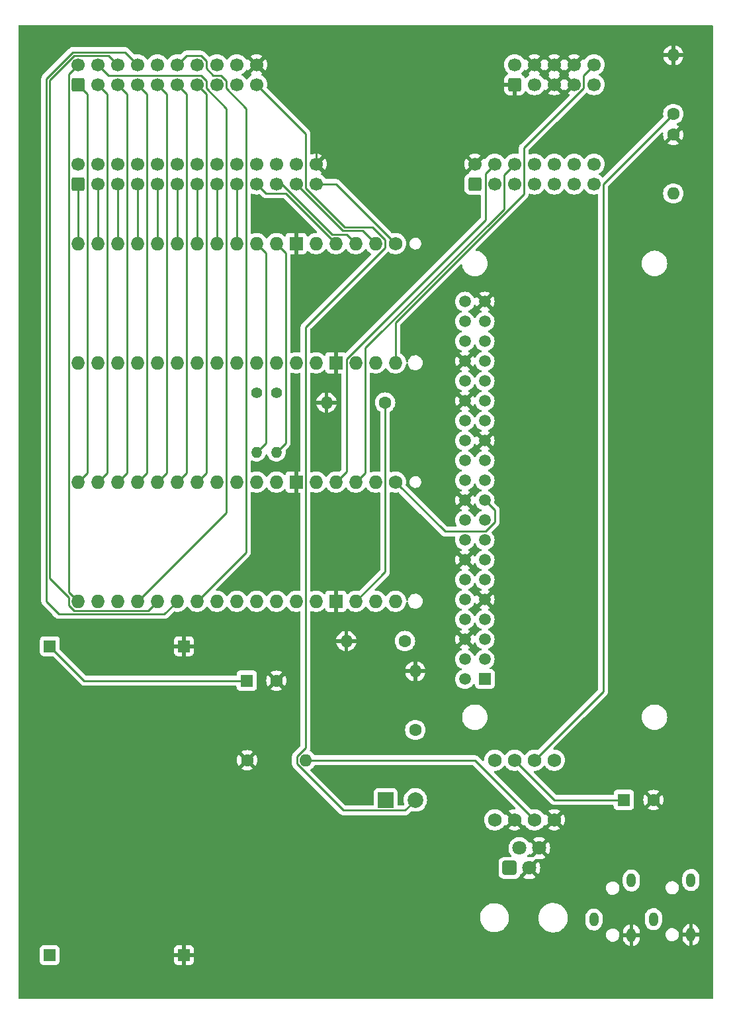
<source format=gbr>
%TF.GenerationSoftware,KiCad,Pcbnew,7.0.9*%
%TF.CreationDate,2024-01-29T19:46:49-08:00*%
%TF.ProjectId,phonev4,70686f6e-6576-4342-9e6b-696361645f70,rev?*%
%TF.SameCoordinates,Original*%
%TF.FileFunction,Copper,L1,Top*%
%TF.FilePolarity,Positive*%
%FSLAX46Y46*%
G04 Gerber Fmt 4.6, Leading zero omitted, Abs format (unit mm)*
G04 Created by KiCad (PCBNEW 7.0.9) date 2024-01-29 19:46:49*
%MOMM*%
%LPD*%
G01*
G04 APERTURE LIST*
G04 Aperture macros list*
%AMRoundRect*
0 Rectangle with rounded corners*
0 $1 Rounding radius*
0 $2 $3 $4 $5 $6 $7 $8 $9 X,Y pos of 4 corners*
0 Add a 4 corners polygon primitive as box body*
4,1,4,$2,$3,$4,$5,$6,$7,$8,$9,$2,$3,0*
0 Add four circle primitives for the rounded corners*
1,1,$1+$1,$2,$3*
1,1,$1+$1,$4,$5*
1,1,$1+$1,$6,$7*
1,1,$1+$1,$8,$9*
0 Add four rect primitives between the rounded corners*
20,1,$1+$1,$2,$3,$4,$5,0*
20,1,$1+$1,$4,$5,$6,$7,0*
20,1,$1+$1,$6,$7,$8,$9,0*
20,1,$1+$1,$8,$9,$2,$3,0*%
G04 Aperture macros list end*
%TA.AperFunction,ComponentPad*%
%ADD10C,1.727200*%
%TD*%
%TA.AperFunction,ComponentPad*%
%ADD11RoundRect,0.250000X0.600000X-0.600000X0.600000X0.600000X-0.600000X0.600000X-0.600000X-0.600000X0*%
%TD*%
%TA.AperFunction,ComponentPad*%
%ADD12C,1.700000*%
%TD*%
%TA.AperFunction,ComponentPad*%
%ADD13C,1.600000*%
%TD*%
%TA.AperFunction,ComponentPad*%
%ADD14O,1.600000X1.600000*%
%TD*%
%TA.AperFunction,ComponentPad*%
%ADD15R,1.600000X1.600000*%
%TD*%
%TA.AperFunction,ComponentPad*%
%ADD16O,1.200000X1.800000*%
%TD*%
%TA.AperFunction,ComponentPad*%
%ADD17R,1.508000X1.508000*%
%TD*%
%TA.AperFunction,ComponentPad*%
%ADD18C,1.508000*%
%TD*%
%TA.AperFunction,ComponentPad*%
%ADD19R,2.000000X2.000000*%
%TD*%
%TA.AperFunction,ComponentPad*%
%ADD20C,2.000000*%
%TD*%
%TA.AperFunction,ComponentPad*%
%ADD21O,1.727200X1.727200*%
%TD*%
%TA.AperFunction,ComponentPad*%
%ADD22R,1.727200X1.727200*%
%TD*%
%TA.AperFunction,ComponentPad*%
%ADD23C,1.400000*%
%TD*%
%TA.AperFunction,ComponentPad*%
%ADD24O,1.400000X1.400000*%
%TD*%
%TA.AperFunction,ComponentPad*%
%ADD25RoundRect,0.250000X-0.650000X-0.650000X0.650000X-0.650000X0.650000X0.650000X-0.650000X0.650000X0*%
%TD*%
%TA.AperFunction,ComponentPad*%
%ADD26C,1.800000*%
%TD*%
%TA.AperFunction,ComponentPad*%
%ADD27R,1.524000X1.524000*%
%TD*%
%TA.AperFunction,ViaPad*%
%ADD28C,0.800000*%
%TD*%
%TA.AperFunction,Conductor*%
%ADD29C,0.250000*%
%TD*%
G04 APERTURE END LIST*
D10*
%TO.P,U2,1,GAIN*%
%TO.N,unconnected-(U2-GAIN-Pad1)*%
X172720000Y-96520000D03*
%TO.P,U2,2,-*%
%TO.N,gnd*%
X175260000Y-96520000D03*
%TO.P,U2,3,+*%
%TO.N,speaker_front_pre+*%
X177800000Y-96520000D03*
%TO.P,U2,4,GND*%
%TO.N,gnd*%
X180340000Y-96520000D03*
%TO.P,U2,5*%
%TO.N,Net-(C3-Pad1)*%
X180340000Y-88900000D03*
%TO.P,U2,6,V+*%
%TO.N,12v*%
X177800000Y-88900000D03*
%TO.P,U2,7,BYPASS*%
%TO.N,Net-(U2-BYPASS)*%
X175260000Y-88900000D03*
%TO.P,U2,8,GAIN*%
%TO.N,unconnected-(U2-GAIN-Pad8)*%
X172720000Y-88900000D03*
%TD*%
D11*
%TO.P,J3,1,Pin_1*%
%TO.N,disp_d7*%
X119380000Y-15240000D03*
D12*
%TO.P,J3,2,Pin_2*%
%TO.N,5v*%
X119380000Y-12700000D03*
%TO.P,J3,3,Pin_3*%
%TO.N,disp_d6*%
X121920000Y-15240000D03*
%TO.P,J3,4,Pin_4*%
%TO.N,unconnected-(J3-Pin_4-Pad4)*%
X121920000Y-12700000D03*
%TO.P,J3,5,Pin_5*%
%TO.N,disp_d5*%
X124460000Y-15240000D03*
%TO.P,J3,6,Pin_6*%
%TO.N,unconnected-(J3-Pin_6-Pad6)*%
X124460000Y-12700000D03*
%TO.P,J3,7,Pin_7*%
%TO.N,disp_d4*%
X127000000Y-15240000D03*
%TO.P,J3,8,Pin_8*%
%TO.N,unconnected-(J3-Pin_8-Pad8)*%
X127000000Y-12700000D03*
%TO.P,J3,9,Pin_9*%
%TO.N,disp_d3*%
X129540000Y-15240000D03*
%TO.P,J3,10,Pin_10*%
%TO.N,unconnected-(J3-Pin_10-Pad10)*%
X129540000Y-12700000D03*
%TO.P,J3,11,Pin_11*%
%TO.N,disp_d2*%
X132080000Y-15240000D03*
%TO.P,J3,12,Pin_12*%
%TO.N,unconnected-(J3-Pin_12-Pad12)*%
X132080000Y-12700000D03*
%TO.P,J3,13,Pin_13*%
%TO.N,disp_d1*%
X134620000Y-15240000D03*
%TO.P,J3,14,Pin_14*%
%TO.N,unconnected-(J3-Pin_14-Pad14)*%
X134620000Y-12700000D03*
%TO.P,J3,15,Pin_15*%
%TO.N,disp_d0*%
X137160000Y-15240000D03*
%TO.P,J3,16,Pin_16*%
%TO.N,unconnected-(J3-Pin_16-Pad16)*%
X137160000Y-12700000D03*
%TO.P,J3,17,Pin_17*%
%TO.N,disp_x1*%
X139700000Y-15240000D03*
%TO.P,J3,18,Pin_18*%
%TO.N,unconnected-(J3-Pin_18-Pad18)*%
X139700000Y-12700000D03*
%TO.P,J3,19,Pin_19*%
%TO.N,disp_x2*%
X142240000Y-15240000D03*
%TO.P,J3,20,Pin_20*%
%TO.N,disp_x6*%
X142240000Y-12700000D03*
%TO.P,J3,21,Pin_21*%
%TO.N,disp_x3*%
X144780000Y-15240000D03*
%TO.P,J3,22,Pin_22*%
%TO.N,unconnected-(J3-Pin_22-Pad22)*%
X144780000Y-12700000D03*
%TO.P,J3,23,Pin_23*%
%TO.N,disp_x4*%
X147320000Y-15240000D03*
%TO.P,J3,24,Pin_24*%
%TO.N,unconnected-(J3-Pin_24-Pad24)*%
X147320000Y-12700000D03*
%TO.P,J3,25,Pin_25*%
%TO.N,disp_x5*%
X149860000Y-15240000D03*
%TO.P,J3,26,Pin_26*%
%TO.N,gnd*%
X149860000Y-12700000D03*
%TD*%
D11*
%TO.P,J1,1,Pin_1*%
%TO.N,gnd*%
X175260000Y-2540000D03*
D12*
%TO.P,J1,2,Pin_2*%
%TO.N,coin_tx*%
X175260000Y0D03*
%TO.P,J1,3,Pin_3*%
%TO.N,coin_rx*%
X177800000Y-2540000D03*
%TO.P,J1,4,Pin_4*%
%TO.N,gnd*%
X177800000Y0D03*
%TO.P,J1,5,Pin_5*%
X180340000Y-2540000D03*
%TO.P,J1,6,Pin_6*%
X180340000Y0D03*
%TO.P,J1,7,Pin_7*%
X182880000Y-2540000D03*
%TO.P,J1,8,Pin_8*%
X182880000Y0D03*
%TO.P,J1,9,Pin_9*%
%TO.N,12v*%
X185420000Y-2540000D03*
%TO.P,J1,10,Pin_10*%
%TO.N,coin_reset*%
X185420000Y0D03*
%TD*%
D13*
%TO.P,C-raspi1,1*%
%TO.N,5v*%
X162560000Y-85030000D03*
D14*
%TO.P,C-raspi1,2*%
%TO.N,gnd*%
X162560000Y-77530000D03*
%TD*%
D13*
%TO.P,C-card1,1*%
%TO.N,gnd*%
X195580000Y-8950000D03*
D14*
%TO.P,C-card1,2*%
%TO.N,5v*%
X195580000Y-16450000D03*
%TD*%
D15*
%TO.P,C1,1*%
%TO.N,Net-(U2-BYPASS)*%
X189240000Y-93980000D03*
D13*
%TO.P,C1,2*%
%TO.N,gnd*%
X193040000Y-93980000D03*
%TD*%
%TO.P,C-arduino1,1*%
%TO.N,5v*%
X158690000Y-43180000D03*
D14*
%TO.P,C-arduino1,2*%
%TO.N,gnd*%
X151190000Y-43180000D03*
%TD*%
D11*
%TO.P,J2,1,Pin_1*%
%TO.N,key_col_3*%
X119380000Y-2540000D03*
D12*
%TO.P,J2,2,Pin_2*%
%TO.N,key_col_4*%
X119380000Y0D03*
%TO.P,J2,3,Pin_3*%
%TO.N,key_col_2*%
X121920000Y-2540000D03*
%TO.P,J2,4,Pin_4*%
%TO.N,key_col_5*%
X121920000Y0D03*
%TO.P,J2,5,Pin_5*%
%TO.N,key_col_1*%
X124460000Y-2540000D03*
%TO.P,J2,6,Pin_6*%
%TO.N,key_col_6*%
X124460000Y0D03*
%TO.P,J2,7,Pin_7*%
%TO.N,key_row_1*%
X127000000Y-2540000D03*
%TO.P,J2,8,Pin_8*%
%TO.N,key_col_7*%
X127000000Y0D03*
%TO.P,J2,9,Pin_9*%
%TO.N,key_row_2*%
X129540000Y-2540000D03*
%TO.P,J2,10,Pin_10*%
%TO.N,key_hook_up*%
X129540000Y0D03*
%TO.P,J2,11,Pin_11*%
%TO.N,key_row_3*%
X132080000Y-2540000D03*
%TO.P,J2,12,Pin_12*%
%TO.N,key_hook_common*%
X132080000Y0D03*
%TO.P,J2,13,Pin_13*%
%TO.N,key_row_4*%
X134620000Y-2540000D03*
%TO.P,J2,14,Pin_14*%
%TO.N,key_hook_down*%
X134620000Y0D03*
%TO.P,J2,15,Pin_15*%
%TO.N,unconnected-(J2-Pin_15-Pad15)*%
X137160000Y-2540000D03*
%TO.P,J2,16,Pin_16*%
%TO.N,unconnected-(J2-Pin_16-Pad16)*%
X137160000Y0D03*
%TO.P,J2,17,Pin_17*%
%TO.N,unconnected-(J2-Pin_17-Pad17)*%
X139700000Y-2540000D03*
%TO.P,J2,18,Pin_18*%
%TO.N,unconnected-(J2-Pin_18-Pad18)*%
X139700000Y0D03*
%TO.P,J2,19,Pin_19*%
%TO.N,speaker_front+*%
X142240000Y-2540000D03*
%TO.P,J2,20,Pin_20*%
%TO.N,gnd*%
X142240000Y0D03*
%TD*%
D13*
%TO.P,C-coin1,1*%
%TO.N,12v*%
X195580000Y-6290000D03*
D14*
%TO.P,C-coin1,2*%
%TO.N,gnd*%
X195580000Y1210000D03*
%TD*%
D16*
%TO.P,J5,1,SIG*%
%TO.N,mic+*%
X193040000Y-109220000D03*
%TO.P,J5,2,SHEILD*%
%TO.N,gnd*%
X197840000Y-111220000D03*
%TO.P,J5,3,SW*%
%TO.N,mic+*%
X197840000Y-104220000D03*
%TD*%
D17*
%TO.P,A3,1,3V3[1]*%
%TO.N,unconnected-(A3-3V3[1]-Pad1)*%
X171450000Y-78530000D03*
D18*
%TO.P,A3,2,5V[1]*%
%TO.N,5v*%
X168910000Y-78530000D03*
%TO.P,A3,3,GPIO2/SDA*%
%TO.N,unconnected-(A3-GPIO2{slash}SDA-Pad3)*%
X171450000Y-75990000D03*
%TO.P,A3,4,5V[2]*%
%TO.N,5v*%
X168910000Y-75990000D03*
%TO.P,A3,5,GPIO3/SCL*%
%TO.N,unconnected-(A3-GPIO3{slash}SCL-Pad5)*%
X171450000Y-73450000D03*
%TO.P,A3,6,GND[8]*%
%TO.N,gnd*%
X168910000Y-73450000D03*
%TO.P,A3,7,GPIO4/GPCKL0*%
%TO.N,unconnected-(A3-GPIO4{slash}GPCKL0-Pad7)*%
X171450000Y-70910000D03*
%TO.P,A3,8,TXD0/GPIO14*%
%TO.N,unconnected-(A3-TXD0{slash}GPIO14-Pad8)*%
X168910000Y-70910000D03*
%TO.P,A3,9,GND[1]*%
%TO.N,gnd*%
X171450000Y-68370000D03*
%TO.P,A3,10,RXD0/GPIO15*%
%TO.N,unconnected-(A3-RXD0{slash}GPIO15-Pad10)*%
X168910000Y-68370000D03*
%TO.P,A3,11,GPIO17/GEN0*%
%TO.N,unconnected-(A3-GPIO17{slash}GEN0-Pad11)*%
X171450000Y-65830000D03*
%TO.P,A3,12,GPIO18*%
%TO.N,unconnected-(A3-GPIO18-Pad12)*%
X168910000Y-65830000D03*
%TO.P,A3,13,GPIO27/GEN2*%
%TO.N,unconnected-(A3-GPIO27{slash}GEN2-Pad13)*%
X171450000Y-63290000D03*
%TO.P,A3,14,GND[4]*%
%TO.N,gnd*%
X168910000Y-63290000D03*
%TO.P,A3,15,GPIO22/GEN3*%
%TO.N,unconnected-(A3-GPIO22{slash}GEN3-Pad15)*%
X171450000Y-60750000D03*
%TO.P,A3,16,GEN4/GPIO23*%
%TO.N,unconnected-(A3-GEN4{slash}GPIO23-Pad16)*%
X168910000Y-60750000D03*
%TO.P,A3,17,3V3[2]*%
%TO.N,unconnected-(A3-3V3[2]-Pad17)*%
X171450000Y-58210000D03*
%TO.P,A3,18,GEN5/GPIO24*%
%TO.N,unconnected-(A3-GEN5{slash}GPIO24-Pad18)*%
X168910000Y-58210000D03*
%TO.P,A3,19,GPIO10/MOSI*%
%TO.N,mosi*%
X171450000Y-55670000D03*
%TO.P,A3,20,GND[5]*%
%TO.N,gnd*%
X168910000Y-55670000D03*
%TO.P,A3,21,GPIO9/MISO*%
%TO.N,miso*%
X171450000Y-53130000D03*
%TO.P,A3,22,GEN/6GPIO25*%
%TO.N,unconnected-(A3-GEN{slash}6GPIO25-Pad22)*%
X168910000Y-53130000D03*
%TO.P,A3,23,GPIO11/SCLK*%
%TO.N,sck*%
X171450000Y-50590000D03*
%TO.P,A3,24,~{CE0}/GPIO8*%
%TO.N,unconnected-(A3-~{CE0}{slash}GPIO8-Pad24)*%
X168910000Y-50590000D03*
%TO.P,A3,25,GND[2]*%
%TO.N,gnd*%
X171450000Y-48050000D03*
%TO.P,A3,26,~{CE1}/~{GPIO7}*%
%TO.N,unconnected-(A3-~{CE1}{slash}~{GPIO7}-Pad26)*%
X168910000Y-48050000D03*
%TO.P,A3,27,ID_SD*%
%TO.N,unconnected-(A3-ID_SD-Pad27)*%
X171450000Y-45510000D03*
%TO.P,A3,28,ID_SC*%
%TO.N,unconnected-(A3-ID_SC-Pad28)*%
X168910000Y-45510000D03*
%TO.P,A3,29,GPIO5*%
%TO.N,unconnected-(A3-GPIO5-Pad29)*%
X171450000Y-42970000D03*
%TO.P,A3,30,GND[6]*%
%TO.N,gnd*%
X168910000Y-42970000D03*
%TO.P,A3,31,GPIO6*%
%TO.N,unconnected-(A3-GPIO6-Pad31)*%
X171450000Y-40430000D03*
%TO.P,A3,32,GPIO12*%
%TO.N,unconnected-(A3-GPIO12-Pad32)*%
X168910000Y-40430000D03*
%TO.P,A3,33,GPIO13*%
%TO.N,unconnected-(A3-GPIO13-Pad33)*%
X171450000Y-37890000D03*
%TO.P,A3,34,GND[7]*%
%TO.N,gnd*%
X168910000Y-37890000D03*
%TO.P,A3,35,GPIO19*%
%TO.N,unconnected-(A3-GPIO19-Pad35)*%
X171450000Y-35350000D03*
%TO.P,A3,36,GPIO16*%
%TO.N,unconnected-(A3-GPIO16-Pad36)*%
X168910000Y-35350000D03*
%TO.P,A3,37,GPIO26*%
%TO.N,ss*%
X171450000Y-32810000D03*
%TO.P,A3,38,GPIO20*%
%TO.N,unconnected-(A3-GPIO20-Pad38)*%
X168910000Y-32810000D03*
%TO.P,A3,39,GND[3]*%
%TO.N,gnd*%
X171450000Y-30270000D03*
%TO.P,A3,40,GPIO21*%
%TO.N,unconnected-(A3-GPIO21-Pad40)*%
X168910000Y-30270000D03*
%TD*%
D19*
%TO.P,C3,1*%
%TO.N,Net-(C3-Pad1)*%
X158760000Y-93980000D03*
D20*
%TO.P,C3,2*%
%TO.N,speaker_front+*%
X162560000Y-93980000D03*
%TD*%
D21*
%TO.P,A1,*%
%TO.N,*%
X142240000Y-68580000D03*
X144780000Y-68580000D03*
%TO.P,A1,3V3,3.3V*%
%TO.N,unconnected-(A1-3.3V-Pad3V3)*%
X121920000Y-68580000D03*
%TO.P,A1,5V,5V*%
%TO.N,5v*%
X147320000Y-68580000D03*
%TO.P,A1,A0,A0*%
%TO.N,key_col_5*%
X127000000Y-68580000D03*
%TO.P,A1,A1,A1*%
%TO.N,key_col_6*%
X129540000Y-68580000D03*
%TO.P,A1,A2,A2*%
%TO.N,key_col_7*%
X132080000Y-68580000D03*
%TO.P,A1,A3,A3*%
%TO.N,key_hook_common*%
X134620000Y-68580000D03*
%TO.P,A1,A4,A4*%
%TO.N,mag_cls*%
X137160000Y-68580000D03*
%TO.P,A1,A5,A5*%
%TO.N,unconnected-(A1-PadA5)*%
X139700000Y-68580000D03*
%TO.P,A1,AREF,AREF*%
%TO.N,unconnected-(A1-PadAREF)*%
X124460000Y-68580000D03*
%TO.P,A1,D0,D0/RX*%
%TO.N,mag_rdt*%
X152400000Y-53340000D03*
%TO.P,A1,D1,D1/TX*%
%TO.N,mag_rcl*%
X154940000Y-53340000D03*
%TO.P,A1,D2,D2/SDA*%
%TO.N,sda*%
X144780000Y-53340000D03*
%TO.P,A1,D3,D3/SCL*%
%TO.N,scl*%
X142240000Y-53340000D03*
%TO.P,A1,D4,D4*%
%TO.N,key_hook_down*%
X139700000Y-53340000D03*
%TO.P,A1,D5,D5*%
%TO.N,key_hook_up*%
X137160000Y-53340000D03*
%TO.P,A1,D6,D6*%
%TO.N,key_row_4*%
X134620000Y-53340000D03*
%TO.P,A1,D7,D7_INT4*%
%TO.N,key_row_3*%
X132080000Y-53340000D03*
%TO.P,A1,D8,D8*%
%TO.N,key_row_2*%
X129540000Y-53340000D03*
%TO.P,A1,D9,D9*%
%TO.N,key_row_1*%
X127000000Y-53340000D03*
%TO.P,A1,D10,D10*%
%TO.N,key_col_1*%
X124460000Y-53340000D03*
%TO.P,A1,D11,D11*%
%TO.N,key_col_2*%
X121920000Y-53340000D03*
%TO.P,A1,D12,D12*%
%TO.N,key_col_3*%
X119380000Y-53340000D03*
%TO.P,A1,D13,D13*%
%TO.N,key_col_4*%
X119380000Y-68580000D03*
D22*
%TO.P,A1,GND1,GND*%
%TO.N,gnd*%
X152400000Y-68580000D03*
%TO.P,A1,GND2,GND*%
X147320000Y-53340000D03*
D21*
%TO.P,A1,MISO,SPI_MISO*%
%TO.N,miso*%
X157480000Y-68580000D03*
D10*
%TO.P,A1,MOSI,SPI_MOSI*%
%TO.N,mosi*%
X160020000Y-53340000D03*
D21*
%TO.P,A1,RST1,RESET*%
%TO.N,unconnected-(A1-RESET-PadRST1)*%
X149860000Y-68580000D03*
%TO.P,A1,RST2,RESET*%
%TO.N,unconnected-(A1-RESET-PadRST2)*%
X149860000Y-53340000D03*
%TO.P,A1,SCK,SPI_SCK*%
%TO.N,sck*%
X160020000Y-68580000D03*
%TO.P,A1,SS,SPI_CS*%
%TO.N,ss*%
X157480000Y-53340000D03*
%TO.P,A1,VIN,VIN*%
%TO.N,5v*%
X154940000Y-68580000D03*
%TD*%
D11*
%TO.P,J6,1,Pin_1*%
%TO.N,unconnected-(J6-Pin_1-Pad1)*%
X170180000Y-15240000D03*
D12*
%TO.P,J6,2,Pin_2*%
%TO.N,gnd*%
X170180000Y-12700000D03*
%TO.P,J6,3,Pin_3*%
%TO.N,unconnected-(J6-Pin_3-Pad3)*%
X172720000Y-15240000D03*
%TO.P,J6,4,Pin_4*%
%TO.N,mag_rdt*%
X172720000Y-12700000D03*
%TO.P,J6,5,Pin_5*%
%TO.N,unconnected-(J6-Pin_5-Pad5)*%
X175260000Y-15240000D03*
%TO.P,J6,6,Pin_6*%
%TO.N,mag_rcl*%
X175260000Y-12700000D03*
%TO.P,J6,7,Pin_7*%
%TO.N,unconnected-(J6-Pin_7-Pad7)*%
X177800000Y-15240000D03*
%TO.P,J6,8,Pin_8*%
%TO.N,unconnected-(J6-Pin_8-Pad8)*%
X177800000Y-12700000D03*
%TO.P,J6,9,Pin_9*%
%TO.N,mag_cls*%
X180340000Y-15240000D03*
%TO.P,J6,10,Pin_10*%
%TO.N,unconnected-(J6-Pin_10-Pad10)*%
X180340000Y-12700000D03*
%TO.P,J6,11,Pin_11*%
%TO.N,5v*%
X182880000Y-15240000D03*
%TO.P,J6,12,Pin_12*%
%TO.N,card_seated*%
X182880000Y-12700000D03*
%TO.P,J6,13,Pin_13*%
%TO.N,unconnected-(J6-Pin_13-Pad13)*%
X185420000Y-15240000D03*
%TO.P,J6,14,Pin_14*%
%TO.N,unconnected-(J6-Pin_14-Pad14)*%
X185420000Y-12700000D03*
%TD*%
D21*
%TO.P,A2,*%
%TO.N,*%
X142240000Y-38100000D03*
X144780000Y-38100000D03*
%TO.P,A2,3V3,3.3V*%
%TO.N,unconnected-(A2-3.3V-Pad3V3)*%
X121920000Y-38100000D03*
%TO.P,A2,5V,5V*%
%TO.N,5v*%
X147320000Y-38100000D03*
%TO.P,A2,A0,A0*%
%TO.N,unconnected-(A2-PadA0)*%
X127000000Y-38100000D03*
%TO.P,A2,A1,A1*%
%TO.N,unconnected-(A2-PadA1)*%
X129540000Y-38100000D03*
%TO.P,A2,A2,A2*%
%TO.N,unconnected-(A2-PadA2)*%
X132080000Y-38100000D03*
%TO.P,A2,A3,A3*%
%TO.N,unconnected-(A2-PadA3)*%
X134620000Y-38100000D03*
%TO.P,A2,A4,A4*%
%TO.N,unconnected-(A2-PadA4)*%
X137160000Y-38100000D03*
%TO.P,A2,A5,A5*%
%TO.N,coin_tx*%
X139700000Y-38100000D03*
%TO.P,A2,AREF,AREF*%
%TO.N,unconnected-(A2-PadAREF)*%
X124460000Y-38100000D03*
%TO.P,A2,D0,D0/RX*%
%TO.N,disp_x2*%
X152400000Y-22860000D03*
%TO.P,A2,D1,D1/TX*%
%TO.N,disp_x3*%
X154940000Y-22860000D03*
%TO.P,A2,D2,D2/SDA*%
%TO.N,sda*%
X144780000Y-22860000D03*
%TO.P,A2,D3,D3/SCL*%
%TO.N,scl*%
X142240000Y-22860000D03*
%TO.P,A2,D4,D4*%
%TO.N,disp_x1*%
X139700000Y-22860000D03*
%TO.P,A2,D5,D5*%
%TO.N,disp_d0*%
X137160000Y-22860000D03*
%TO.P,A2,D6,D6*%
%TO.N,disp_d1*%
X134620000Y-22860000D03*
%TO.P,A2,D7,D7_INT4*%
%TO.N,disp_d2*%
X132080000Y-22860000D03*
%TO.P,A2,D8,D8*%
%TO.N,disp_d3*%
X129540000Y-22860000D03*
%TO.P,A2,D9,D9*%
%TO.N,disp_d4*%
X127000000Y-22860000D03*
%TO.P,A2,D10,D10*%
%TO.N,disp_d5*%
X124460000Y-22860000D03*
%TO.P,A2,D11,D11*%
%TO.N,disp_d6*%
X121920000Y-22860000D03*
%TO.P,A2,D12,D12*%
%TO.N,disp_d7*%
X119380000Y-22860000D03*
%TO.P,A2,D13,D13*%
%TO.N,disp_x6*%
X119380000Y-38100000D03*
D22*
%TO.P,A2,GND1,GND*%
%TO.N,gnd*%
X152400000Y-38100000D03*
%TO.P,A2,GND2,GND*%
X147320000Y-22860000D03*
D21*
%TO.P,A2,MISO,SPI_MISO*%
%TO.N,coin_rx*%
X157480000Y-38100000D03*
D10*
%TO.P,A2,MOSI,SPI_MOSI*%
%TO.N,disp_x5*%
X160020000Y-22860000D03*
D21*
%TO.P,A2,RST1,RESET*%
%TO.N,unconnected-(A2-RESET-PadRST1)*%
X149860000Y-38100000D03*
%TO.P,A2,RST2,RESET*%
%TO.N,unconnected-(A2-RESET-PadRST2)*%
X149860000Y-22860000D03*
%TO.P,A2,SCK,SPI_SCK*%
%TO.N,coin_reset*%
X160020000Y-38100000D03*
%TO.P,A2,SS,SPI_CS*%
%TO.N,disp_x4*%
X157480000Y-22860000D03*
%TO.P,A2,VIN,VIN*%
%TO.N,5v*%
X154940000Y-38100000D03*
%TD*%
D23*
%TO.P,R1,1*%
%TO.N,5v*%
X144780000Y-41910000D03*
D24*
%TO.P,R1,2*%
%TO.N,sda*%
X144780000Y-49530000D03*
%TD*%
D13*
%TO.P,C4,1*%
%TO.N,gnd*%
X141030000Y-88900000D03*
D14*
%TO.P,C4,2*%
%TO.N,speaker_front_pre+*%
X148530000Y-88900000D03*
%TD*%
D25*
%TO.P,J4,1*%
%TO.N,mic+*%
X174610000Y-102680000D03*
D26*
%TO.P,J4,2*%
%TO.N,speaker_receiver+*%
X175880000Y-100140000D03*
%TO.P,J4,3*%
%TO.N,gnd*%
X177150000Y-102680000D03*
%TO.P,J4,4*%
X178420000Y-100140000D03*
%TD*%
D23*
%TO.P,R2,1*%
%TO.N,5v*%
X142240000Y-41910000D03*
D24*
%TO.P,R2,2*%
%TO.N,scl*%
X142240000Y-49530000D03*
%TD*%
D16*
%TO.P,J7,1,SIG*%
%TO.N,speaker_receiver+*%
X185420000Y-109260000D03*
%TO.P,J7,2,SHEILD*%
%TO.N,gnd*%
X190220000Y-111260000D03*
%TO.P,J7,3,SW*%
%TO.N,speaker_front_pre+*%
X190220000Y-104260000D03*
%TD*%
D13*
%TO.P,C-arduino-display1,1*%
%TO.N,5v*%
X161230000Y-73660000D03*
D14*
%TO.P,C-arduino-display1,2*%
%TO.N,gnd*%
X153730000Y-73660000D03*
%TD*%
D27*
%TO.P,U1,1,IN+*%
%TO.N,5v*%
X115761900Y-113803300D03*
%TO.P,U1,2,IN-*%
%TO.N,gnd*%
X132932300Y-113803300D03*
%TO.P,U1,3,OUT-*%
X132932300Y-74331700D03*
%TO.P,U1,4,OUT+*%
%TO.N,12v*%
X115787300Y-74331700D03*
%TD*%
D15*
%TO.P,C2,1*%
%TO.N,12v*%
X140980000Y-78740000D03*
D13*
%TO.P,C2,2*%
%TO.N,gnd*%
X144780000Y-78740000D03*
%TD*%
D28*
%TO.N,gnd*%
X147320000Y-60960000D03*
X150372300Y-28452300D03*
%TD*%
D29*
%TO.N,5v*%
X154940000Y-68580000D02*
X158690000Y-64830000D01*
X158690000Y-64830000D02*
X158690000Y-43180000D01*
%TO.N,mag_rdt*%
X152400000Y-53340000D02*
X153751400Y-51988600D01*
X171545000Y-19814065D02*
X171545000Y-13875000D01*
X153751400Y-37607665D02*
X171545000Y-19814065D01*
X153751400Y-51988600D02*
X153751400Y-37607665D01*
X171545000Y-13875000D02*
X172720000Y-12700000D01*
%TO.N,mag_rcl*%
X175260000Y-12700000D02*
X173895000Y-14065000D01*
X173895000Y-14065000D02*
X173895000Y-18448735D01*
X173895000Y-18448735D02*
X156128600Y-36215135D01*
X156128600Y-52151400D02*
X154940000Y-53340000D01*
X156128600Y-36215135D02*
X156128600Y-52151400D01*
%TO.N,mosi*%
X172720000Y-58465937D02*
X172720000Y-56940000D01*
X160020000Y-53340000D02*
X166351000Y-59671000D01*
X171514937Y-59671000D02*
X172720000Y-58465937D01*
X172720000Y-56940000D02*
X171450000Y-55670000D01*
X166351000Y-59671000D02*
X171514937Y-59671000D01*
%TO.N,disp_x3*%
X153751400Y-21671400D02*
X154940000Y-22860000D01*
X144780000Y-15240000D02*
X145476265Y-15240000D01*
X145476265Y-15240000D02*
X151907665Y-21671400D01*
X151907665Y-21671400D02*
X153751400Y-21671400D01*
%TO.N,disp_x2*%
X145955000Y-16415000D02*
X152400000Y-22860000D01*
X143415000Y-16415000D02*
X145955000Y-16415000D01*
X142240000Y-15240000D02*
X143415000Y-16415000D01*
%TO.N,disp_x4*%
X147320000Y-15240000D02*
X153301400Y-21221400D01*
X153301400Y-21221400D02*
X155841400Y-21221400D01*
X155841400Y-21221400D02*
X157480000Y-22860000D01*
%TO.N,disp_x5*%
X149860000Y-15240000D02*
X152400000Y-15240000D01*
X152400000Y-15240000D02*
X160020000Y-22860000D01*
%TO.N,sda*%
X145968600Y-24048600D02*
X145968600Y-48341400D01*
X145968600Y-48341400D02*
X144780000Y-49530000D01*
X144780000Y-22860000D02*
X145968600Y-24048600D01*
%TO.N,scl*%
X142240000Y-22860000D02*
X143428600Y-24048600D01*
X143428600Y-24048600D02*
X143428600Y-48341400D01*
X143428600Y-48341400D02*
X142240000Y-49530000D01*
%TO.N,disp_x1*%
X139700000Y-15240000D02*
X139700000Y-22860000D01*
%TO.N,disp_d0*%
X137160000Y-15240000D02*
X137160000Y-22860000D01*
%TO.N,disp_d1*%
X134620000Y-15240000D02*
X134620000Y-22860000D01*
%TO.N,disp_d2*%
X132080000Y-15240000D02*
X132080000Y-22860000D01*
%TO.N,disp_d3*%
X129540000Y-15240000D02*
X129540000Y-22860000D01*
%TO.N,disp_d4*%
X127000000Y-15240000D02*
X127000000Y-22860000D01*
%TO.N,disp_d5*%
X124460000Y-15240000D02*
X124460000Y-22860000D01*
%TO.N,disp_d6*%
X121920000Y-15240000D02*
X121920000Y-22860000D01*
%TO.N,disp_d7*%
X119380000Y-15240000D02*
X119380000Y-22860000D01*
%TO.N,speaker_front+*%
X158668600Y-22367665D02*
X158668600Y-23352335D01*
X153344009Y-95305000D02*
X161235000Y-95305000D01*
X148508600Y-87330409D02*
X147405000Y-88434009D01*
X147405000Y-88434009D02*
X147405000Y-89365991D01*
X148495000Y-8795000D02*
X148495000Y-15778604D01*
X158668600Y-23352335D02*
X148508600Y-33512335D01*
X153487796Y-20771400D02*
X157072335Y-20771400D01*
X142240000Y-2540000D02*
X148495000Y-8795000D01*
X157072335Y-20771400D02*
X158668600Y-22367665D01*
X148508600Y-33512335D02*
X148508600Y-87330409D01*
X161235000Y-95305000D02*
X162560000Y-93980000D01*
X147405000Y-89365991D02*
X153344009Y-95305000D01*
X148495000Y-15778604D02*
X153487796Y-20771400D01*
%TO.N,key_hook_common*%
X140888600Y-5580301D02*
X138335000Y-3026701D01*
X138335000Y-3026701D02*
X138335000Y-2053299D01*
X137646701Y-1365000D02*
X136673299Y-1365000D01*
X140888600Y-62311400D02*
X140888600Y-5580301D01*
X138335000Y-2053299D02*
X137646701Y-1365000D01*
X135795000Y486701D02*
X135106701Y1175000D01*
X136673299Y-1365000D02*
X135795000Y-486701D01*
X134620000Y-68580000D02*
X140888600Y-62311400D01*
X135106701Y1175000D02*
X133255000Y1175000D01*
X133255000Y1175000D02*
X132080000Y0D01*
X135795000Y-486701D02*
X135795000Y486701D01*
%TO.N,gnd*%
X150372300Y-28452300D02*
X147320000Y-25400000D01*
X147320000Y-53340000D02*
X147320000Y-60960000D01*
X147320000Y-25400000D02*
X147320000Y-22860000D01*
X149860000Y-12700000D02*
X149860000Y-7620000D01*
X149860000Y-7620000D02*
X142240000Y0D01*
%TO.N,12v*%
X186595000Y-15275000D02*
X195580000Y-6290000D01*
X177800000Y-88900000D02*
X186595000Y-80105000D01*
X120195600Y-78740000D02*
X140980000Y-78740000D01*
X186595000Y-80105000D02*
X186595000Y-15275000D01*
X115787300Y-74331700D02*
X120195600Y-78740000D01*
%TO.N,coin_reset*%
X184055000Y-3026701D02*
X176435000Y-10646701D01*
X160020000Y-32960131D02*
X160020000Y-38100000D01*
X185420000Y0D02*
X184055000Y-1365000D01*
X184055000Y-1365000D02*
X184055000Y-3026701D01*
X176435000Y-16545131D02*
X160020000Y-32960131D01*
X176435000Y-10646701D02*
X176435000Y-16545131D01*
%TO.N,key_col_2*%
X123108600Y-52151400D02*
X121920000Y-53340000D01*
X121920000Y-2540000D02*
X123108600Y-3728600D01*
X123108600Y-3728600D02*
X123108600Y-52151400D01*
%TO.N,key_col_5*%
X123285000Y-1365000D02*
X135106701Y-1365000D01*
X135795000Y-3026701D02*
X138348600Y-5580301D01*
X121920000Y0D02*
X123285000Y-1365000D01*
X138348600Y-57231400D02*
X127000000Y-68580000D01*
X138348600Y-5580301D02*
X138348600Y-57231400D01*
X135795000Y-2053299D02*
X135795000Y-3026701D01*
X135106701Y-1365000D02*
X135795000Y-2053299D01*
%TO.N,key_col_6*%
X118191400Y-69072335D02*
X118191400Y-68087665D01*
X123285000Y1175000D02*
X124460000Y0D01*
X128351400Y-69768600D02*
X118887665Y-69768600D01*
X118887665Y-69768600D02*
X118191400Y-69072335D01*
X118893299Y1175000D02*
X123285000Y1175000D01*
X118191400Y-68087665D02*
X115765000Y-65661265D01*
X115765000Y-65661265D02*
X115765000Y-1953299D01*
X115765000Y-1953299D02*
X118893299Y1175000D01*
X129540000Y-68580000D02*
X128351400Y-69768600D01*
%TO.N,key_col_3*%
X119380000Y-2540000D02*
X120568600Y-3728600D01*
X120568600Y-52151400D02*
X119380000Y-53340000D01*
X120568600Y-3728600D02*
X120568600Y-52151400D01*
%TO.N,key_row_1*%
X128188600Y-3728600D02*
X128188600Y-52151400D01*
X128188600Y-52151400D02*
X127000000Y-53340000D01*
X127000000Y-2540000D02*
X128188600Y-3728600D01*
%TO.N,key_col_7*%
X132080000Y-68580000D02*
X130441400Y-70218600D01*
X115315000Y-1766903D02*
X118706903Y1625000D01*
X118706903Y1625000D02*
X125375000Y1625000D01*
X130441400Y-70218600D02*
X116958320Y-70218600D01*
X116958320Y-70218600D02*
X115315000Y-68575280D01*
X125375000Y1625000D02*
X127000000Y0D01*
X115315000Y-68575280D02*
X115315000Y-1766903D01*
%TO.N,key_row_2*%
X130728600Y-52151400D02*
X129540000Y-53340000D01*
X129540000Y-2540000D02*
X130728600Y-3728600D01*
X130728600Y-3728600D02*
X130728600Y-52151400D01*
%TO.N,key_col_4*%
X118191400Y-1188600D02*
X118191400Y-67391400D01*
X118191400Y-67391400D02*
X119380000Y-68580000D01*
X119380000Y0D02*
X118191400Y-1188600D01*
%TO.N,key_row_3*%
X133268600Y-52151400D02*
X132080000Y-53340000D01*
X133268600Y-3728600D02*
X133268600Y-52151400D01*
X132080000Y-2540000D02*
X133268600Y-3728600D01*
%TO.N,key_col_1*%
X124460000Y-2540000D02*
X125648600Y-3728600D01*
X125648600Y-3728600D02*
X125648600Y-52151400D01*
X125648600Y-52151400D02*
X124460000Y-53340000D01*
%TO.N,key_row_4*%
X134620000Y-2540000D02*
X135808600Y-3728600D01*
X135808600Y-3728600D02*
X135808600Y-52151400D01*
X135808600Y-52151400D02*
X134620000Y-53340000D01*
%TO.N,speaker_front_pre+*%
X170180000Y-88900000D02*
X148530000Y-88900000D01*
X177800000Y-96520000D02*
X170180000Y-88900000D01*
%TO.N,Net-(U2-BYPASS)*%
X180340000Y-93980000D02*
X175260000Y-88900000D01*
X189240000Y-93980000D02*
X180340000Y-93980000D01*
%TD*%
%TA.AperFunction,Conductor*%
%TO.N,gnd*%
G36*
X177976327Y-100241265D02*
G01*
X178025887Y-100367541D01*
X178110465Y-100473599D01*
X178222547Y-100550016D01*
X178330299Y-100583253D01*
X177624411Y-101289139D01*
X177563088Y-101322624D01*
X177499958Y-101318945D01*
X177499832Y-101319447D01*
X177497222Y-101318786D01*
X177496479Y-101318743D01*
X177494866Y-101318189D01*
X177494861Y-101318188D01*
X177266007Y-101280000D01*
X177033987Y-101280000D01*
X177028882Y-101280423D01*
X177028747Y-101278798D01*
X176966601Y-101271286D01*
X176912781Y-101226731D01*
X176891592Y-101160152D01*
X176909763Y-101092686D01*
X176924323Y-101073387D01*
X176988979Y-101003153D01*
X177046489Y-100915126D01*
X177099635Y-100869770D01*
X177168866Y-100860346D01*
X177232202Y-100889848D01*
X177254107Y-100915126D01*
X177268812Y-100937633D01*
X177975550Y-100230896D01*
X177976327Y-100241265D01*
G37*
%TD.AperFunction*%
%TA.AperFunction,Conductor*%
G36*
X184234855Y-15906546D02*
G01*
X184251575Y-15925842D01*
X184305959Y-16003511D01*
X184381505Y-16111401D01*
X184548599Y-16278495D01*
X184591675Y-16308657D01*
X184742165Y-16414032D01*
X184742167Y-16414033D01*
X184742170Y-16414035D01*
X184956337Y-16513903D01*
X185184592Y-16575063D01*
X185361034Y-16590500D01*
X185419999Y-16595659D01*
X185420000Y-16595659D01*
X185420001Y-16595659D01*
X185478966Y-16590500D01*
X185655408Y-16575063D01*
X185807200Y-16534391D01*
X185813407Y-16532728D01*
X185883257Y-16534391D01*
X185941119Y-16573554D01*
X185968623Y-16637782D01*
X185969500Y-16652503D01*
X185969500Y-79794546D01*
X185949815Y-79861585D01*
X185933181Y-79882227D01*
X178269869Y-87545538D01*
X178208546Y-87579023D01*
X178141925Y-87575138D01*
X178136015Y-87573109D01*
X177956168Y-87543098D01*
X177913033Y-87535900D01*
X177686967Y-87535900D01*
X177643832Y-87543098D01*
X177463982Y-87573109D01*
X177250172Y-87646510D01*
X177250167Y-87646512D01*
X177051352Y-87754106D01*
X176872955Y-87892959D01*
X176872950Y-87892963D01*
X176719850Y-88059272D01*
X176719842Y-88059283D01*
X176633808Y-88190968D01*
X176580662Y-88236325D01*
X176511430Y-88245748D01*
X176448095Y-88216246D01*
X176426192Y-88190968D01*
X176342866Y-88063429D01*
X176340156Y-88059281D01*
X176340153Y-88059278D01*
X176340149Y-88059272D01*
X176187049Y-87892963D01*
X176187048Y-87892962D01*
X176187046Y-87892960D01*
X176008649Y-87754107D01*
X175916795Y-87704398D01*
X175809832Y-87646512D01*
X175809827Y-87646510D01*
X175596017Y-87573109D01*
X175416168Y-87543098D01*
X175373033Y-87535900D01*
X175146967Y-87535900D01*
X175103832Y-87543098D01*
X174923982Y-87573109D01*
X174710172Y-87646510D01*
X174710167Y-87646512D01*
X174511352Y-87754106D01*
X174332955Y-87892959D01*
X174332950Y-87892963D01*
X174179850Y-88059272D01*
X174179842Y-88059283D01*
X174093808Y-88190968D01*
X174040662Y-88236325D01*
X173971430Y-88245748D01*
X173908095Y-88216246D01*
X173886192Y-88190968D01*
X173802866Y-88063429D01*
X173800156Y-88059281D01*
X173800153Y-88059278D01*
X173800149Y-88059272D01*
X173647049Y-87892963D01*
X173647048Y-87892962D01*
X173647046Y-87892960D01*
X173468649Y-87754107D01*
X173376795Y-87704398D01*
X173269832Y-87646512D01*
X173269827Y-87646510D01*
X173056017Y-87573109D01*
X172876168Y-87543098D01*
X172833033Y-87535900D01*
X172606967Y-87535900D01*
X172563832Y-87543098D01*
X172383982Y-87573109D01*
X172170172Y-87646510D01*
X172170167Y-87646512D01*
X171971352Y-87754106D01*
X171792955Y-87892959D01*
X171792950Y-87892963D01*
X171639850Y-88059272D01*
X171639842Y-88059283D01*
X171516198Y-88248533D01*
X171425388Y-88455560D01*
X171369892Y-88674710D01*
X171351382Y-88898093D01*
X171326229Y-88963278D01*
X171269827Y-89004516D01*
X171200084Y-89008714D01*
X171140125Y-88975534D01*
X170680803Y-88516212D01*
X170670980Y-88503950D01*
X170670759Y-88504134D01*
X170665786Y-88498123D01*
X170615364Y-88450773D01*
X170604919Y-88440328D01*
X170594475Y-88429883D01*
X170588986Y-88425625D01*
X170584561Y-88421847D01*
X170550582Y-88389938D01*
X170550580Y-88389936D01*
X170550577Y-88389935D01*
X170533029Y-88380288D01*
X170516763Y-88369604D01*
X170500933Y-88357325D01*
X170458168Y-88338818D01*
X170452922Y-88336248D01*
X170412093Y-88313803D01*
X170412092Y-88313802D01*
X170392693Y-88308822D01*
X170374281Y-88302518D01*
X170355898Y-88294562D01*
X170355892Y-88294560D01*
X170309874Y-88287272D01*
X170304152Y-88286087D01*
X170259021Y-88274500D01*
X170259019Y-88274500D01*
X170238984Y-88274500D01*
X170219586Y-88272973D01*
X170212162Y-88271797D01*
X170199805Y-88269840D01*
X170199804Y-88269840D01*
X170153416Y-88274225D01*
X170147578Y-88274500D01*
X149744188Y-88274500D01*
X149677149Y-88254815D01*
X149642613Y-88221623D01*
X149530045Y-88060858D01*
X149369141Y-87899954D01*
X149182731Y-87769430D01*
X149142285Y-87750570D01*
X149089846Y-87704398D01*
X149070694Y-87637204D01*
X149086030Y-87578447D01*
X149094797Y-87562501D01*
X149099780Y-87543089D01*
X149106081Y-87524689D01*
X149114037Y-87506305D01*
X149121329Y-87460261D01*
X149122506Y-87454580D01*
X149134100Y-87409428D01*
X149134100Y-87389392D01*
X149135627Y-87369991D01*
X149138760Y-87350213D01*
X149134375Y-87303824D01*
X149134100Y-87297986D01*
X149134100Y-85030001D01*
X161254532Y-85030001D01*
X161274364Y-85256686D01*
X161274366Y-85256697D01*
X161333258Y-85476488D01*
X161333261Y-85476497D01*
X161429431Y-85682732D01*
X161429432Y-85682734D01*
X161559954Y-85869141D01*
X161720858Y-86030045D01*
X161720861Y-86030047D01*
X161907266Y-86160568D01*
X162113504Y-86256739D01*
X162333308Y-86315635D01*
X162495230Y-86329801D01*
X162559998Y-86335468D01*
X162560000Y-86335468D01*
X162560002Y-86335468D01*
X162616673Y-86330509D01*
X162786692Y-86315635D01*
X163006496Y-86256739D01*
X163212734Y-86160568D01*
X163399139Y-86030047D01*
X163560047Y-85869139D01*
X163690568Y-85682734D01*
X163786739Y-85476496D01*
X163845635Y-85256692D01*
X163865468Y-85030000D01*
X163845635Y-84803308D01*
X163786739Y-84583504D01*
X163690568Y-84377266D01*
X163560047Y-84190861D01*
X163560045Y-84190858D01*
X163399141Y-84029954D01*
X163212734Y-83899432D01*
X163212732Y-83899431D01*
X163006497Y-83803261D01*
X163006488Y-83803258D01*
X162786697Y-83744366D01*
X162786693Y-83744365D01*
X162786692Y-83744365D01*
X162786691Y-83744364D01*
X162786686Y-83744364D01*
X162560002Y-83724532D01*
X162559998Y-83724532D01*
X162333313Y-83744364D01*
X162333302Y-83744366D01*
X162113511Y-83803258D01*
X162113502Y-83803261D01*
X161907267Y-83899431D01*
X161907265Y-83899432D01*
X161720858Y-84029954D01*
X161559954Y-84190858D01*
X161429432Y-84377265D01*
X161429431Y-84377267D01*
X161333261Y-84583502D01*
X161333258Y-84583511D01*
X161274366Y-84803302D01*
X161274364Y-84803313D01*
X161254532Y-85029998D01*
X161254532Y-85030001D01*
X149134100Y-85030001D01*
X149134100Y-83400000D01*
X168549474Y-83400000D01*
X168569547Y-83655064D01*
X168569547Y-83655067D01*
X168569548Y-83655070D01*
X168605125Y-83803258D01*
X168629279Y-83903864D01*
X168727188Y-84140239D01*
X168727190Y-84140242D01*
X168860875Y-84358396D01*
X168860878Y-84358401D01*
X168936200Y-84446591D01*
X169027044Y-84552956D01*
X169151579Y-84659319D01*
X169221598Y-84719121D01*
X169221603Y-84719124D01*
X169439757Y-84852809D01*
X169439760Y-84852811D01*
X169676135Y-84950720D01*
X169676140Y-84950722D01*
X169924930Y-85010452D01*
X170052401Y-85020484D01*
X170116135Y-85025500D01*
X170116137Y-85025500D01*
X170243865Y-85025500D01*
X170298493Y-85021200D01*
X170435070Y-85010452D01*
X170683860Y-84950722D01*
X170802051Y-84901765D01*
X170920239Y-84852811D01*
X170920240Y-84852810D01*
X170920243Y-84852809D01*
X171138399Y-84719123D01*
X171332956Y-84552956D01*
X171499123Y-84358399D01*
X171632809Y-84140243D01*
X171730722Y-83903860D01*
X171790452Y-83655070D01*
X171810526Y-83400000D01*
X171790452Y-83144930D01*
X171730722Y-82896140D01*
X171730720Y-82896135D01*
X171632811Y-82659760D01*
X171632809Y-82659757D01*
X171499124Y-82441603D01*
X171499121Y-82441598D01*
X171439319Y-82371579D01*
X171332956Y-82247044D01*
X171226591Y-82156200D01*
X171138401Y-82080878D01*
X171138396Y-82080875D01*
X170920242Y-81947190D01*
X170920239Y-81947188D01*
X170683864Y-81849279D01*
X170683860Y-81849278D01*
X170435070Y-81789548D01*
X170435068Y-81789547D01*
X170435065Y-81789547D01*
X170243865Y-81774500D01*
X170243863Y-81774500D01*
X170116137Y-81774500D01*
X170116135Y-81774500D01*
X169924934Y-81789547D01*
X169676135Y-81849279D01*
X169439760Y-81947188D01*
X169439757Y-81947190D01*
X169221603Y-82080875D01*
X169221598Y-82080878D01*
X169027044Y-82247044D01*
X168860878Y-82441598D01*
X168860875Y-82441603D01*
X168727190Y-82659757D01*
X168727188Y-82659760D01*
X168629279Y-82896135D01*
X168569547Y-83144935D01*
X168549474Y-83400000D01*
X149134100Y-83400000D01*
X149134100Y-77279999D01*
X161281127Y-77279999D01*
X161281128Y-77280000D01*
X162244314Y-77280000D01*
X162232359Y-77291955D01*
X162174835Y-77404852D01*
X162155014Y-77530000D01*
X162174835Y-77655148D01*
X162232359Y-77768045D01*
X162244314Y-77780000D01*
X161281128Y-77780000D01*
X161333730Y-77976317D01*
X161333734Y-77976326D01*
X161429865Y-78182482D01*
X161560342Y-78368820D01*
X161721179Y-78529657D01*
X161907517Y-78660134D01*
X162113673Y-78756265D01*
X162113682Y-78756269D01*
X162309999Y-78808872D01*
X162310000Y-78808871D01*
X162310000Y-77845686D01*
X162321955Y-77857641D01*
X162434852Y-77915165D01*
X162528519Y-77930000D01*
X162591481Y-77930000D01*
X162685148Y-77915165D01*
X162798045Y-77857641D01*
X162810000Y-77845686D01*
X162810000Y-78808872D01*
X163006317Y-78756269D01*
X163006326Y-78756265D01*
X163212482Y-78660134D01*
X163398820Y-78529657D01*
X163559657Y-78368820D01*
X163690134Y-78182482D01*
X163786265Y-77976326D01*
X163786269Y-77976317D01*
X163838872Y-77780000D01*
X162875686Y-77780000D01*
X162887641Y-77768045D01*
X162945165Y-77655148D01*
X162964986Y-77530000D01*
X162945165Y-77404852D01*
X162887641Y-77291955D01*
X162875686Y-77280000D01*
X163838872Y-77280000D01*
X163838872Y-77279999D01*
X163786269Y-77083682D01*
X163786265Y-77083673D01*
X163690134Y-76877517D01*
X163559657Y-76691179D01*
X163398820Y-76530342D01*
X163212482Y-76399865D01*
X163006328Y-76303734D01*
X162810000Y-76251127D01*
X162810000Y-77214314D01*
X162798045Y-77202359D01*
X162685148Y-77144835D01*
X162591481Y-77130000D01*
X162528519Y-77130000D01*
X162434852Y-77144835D01*
X162321955Y-77202359D01*
X162310000Y-77214314D01*
X162310000Y-76251127D01*
X162113671Y-76303734D01*
X161907517Y-76399865D01*
X161721179Y-76530342D01*
X161560342Y-76691179D01*
X161429865Y-76877517D01*
X161333734Y-77083673D01*
X161333730Y-77083682D01*
X161281127Y-77279999D01*
X149134100Y-77279999D01*
X149134100Y-73409999D01*
X152451127Y-73409999D01*
X152451128Y-73410000D01*
X153414314Y-73410000D01*
X153402359Y-73421955D01*
X153344835Y-73534852D01*
X153325014Y-73660000D01*
X153344835Y-73785148D01*
X153402359Y-73898045D01*
X153414314Y-73910000D01*
X152451128Y-73910000D01*
X152503730Y-74106317D01*
X152503734Y-74106326D01*
X152599865Y-74312482D01*
X152730342Y-74498820D01*
X152891179Y-74659657D01*
X153077517Y-74790134D01*
X153283673Y-74886265D01*
X153283682Y-74886269D01*
X153479999Y-74938872D01*
X153480000Y-74938871D01*
X153480000Y-73975686D01*
X153491955Y-73987641D01*
X153604852Y-74045165D01*
X153698519Y-74060000D01*
X153761481Y-74060000D01*
X153855148Y-74045165D01*
X153968045Y-73987641D01*
X153980000Y-73975686D01*
X153980000Y-74938872D01*
X154176317Y-74886269D01*
X154176326Y-74886265D01*
X154382482Y-74790134D01*
X154568820Y-74659657D01*
X154729657Y-74498820D01*
X154860134Y-74312482D01*
X154956265Y-74106326D01*
X154956269Y-74106317D01*
X155008872Y-73910000D01*
X154045686Y-73910000D01*
X154057641Y-73898045D01*
X154115165Y-73785148D01*
X154134986Y-73660001D01*
X159924532Y-73660001D01*
X159944364Y-73886686D01*
X159944366Y-73886697D01*
X160003258Y-74106488D01*
X160003261Y-74106497D01*
X160099431Y-74312732D01*
X160099432Y-74312734D01*
X160229954Y-74499141D01*
X160390858Y-74660045D01*
X160390861Y-74660047D01*
X160577266Y-74790568D01*
X160783504Y-74886739D01*
X161003308Y-74945635D01*
X161165230Y-74959801D01*
X161229998Y-74965468D01*
X161230000Y-74965468D01*
X161230002Y-74965468D01*
X161286673Y-74960509D01*
X161456692Y-74945635D01*
X161676496Y-74886739D01*
X161882734Y-74790568D01*
X162069139Y-74660047D01*
X162230047Y-74499139D01*
X162360568Y-74312734D01*
X162456739Y-74106496D01*
X162515635Y-73886692D01*
X162535468Y-73660000D01*
X162535454Y-73659844D01*
X162523380Y-73521835D01*
X162515635Y-73433308D01*
X162456739Y-73213504D01*
X162360568Y-73007266D01*
X162230047Y-72820861D01*
X162230045Y-72820858D01*
X162069141Y-72659954D01*
X161882734Y-72529432D01*
X161882732Y-72529431D01*
X161676497Y-72433261D01*
X161676488Y-72433258D01*
X161456697Y-72374366D01*
X161456693Y-72374365D01*
X161456692Y-72374365D01*
X161456691Y-72374364D01*
X161456686Y-72374364D01*
X161230002Y-72354532D01*
X161229998Y-72354532D01*
X161003313Y-72374364D01*
X161003302Y-72374366D01*
X160783511Y-72433258D01*
X160783502Y-72433261D01*
X160577267Y-72529431D01*
X160577265Y-72529432D01*
X160390858Y-72659954D01*
X160229954Y-72820858D01*
X160099432Y-73007265D01*
X160099431Y-73007267D01*
X160003261Y-73213502D01*
X160003258Y-73213511D01*
X159944366Y-73433302D01*
X159944364Y-73433313D01*
X159924532Y-73659998D01*
X159924532Y-73660001D01*
X154134986Y-73660001D01*
X154134986Y-73660000D01*
X154115165Y-73534852D01*
X154057641Y-73421955D01*
X154045686Y-73410000D01*
X155008872Y-73410000D01*
X155008872Y-73409999D01*
X154956269Y-73213682D01*
X154956265Y-73213673D01*
X154860134Y-73007517D01*
X154729657Y-72821179D01*
X154568820Y-72660342D01*
X154382482Y-72529865D01*
X154176328Y-72433734D01*
X153980000Y-72381127D01*
X153980000Y-73344314D01*
X153968045Y-73332359D01*
X153855148Y-73274835D01*
X153761481Y-73260000D01*
X153698519Y-73260000D01*
X153604852Y-73274835D01*
X153491955Y-73332359D01*
X153480000Y-73344314D01*
X153480000Y-72381127D01*
X153283671Y-72433734D01*
X153077517Y-72529865D01*
X152891179Y-72660342D01*
X152730342Y-72821179D01*
X152599865Y-73007517D01*
X152503734Y-73213673D01*
X152503730Y-73213682D01*
X152451127Y-73409999D01*
X149134100Y-73409999D01*
X149134100Y-69946053D01*
X149153785Y-69879014D01*
X149206589Y-69833259D01*
X149275747Y-69823315D01*
X149307908Y-69832496D01*
X149310165Y-69833486D01*
X149310169Y-69833488D01*
X149310172Y-69833489D01*
X149523982Y-69906890D01*
X149523984Y-69906890D01*
X149523986Y-69906891D01*
X149746967Y-69944100D01*
X149746968Y-69944100D01*
X149973032Y-69944100D01*
X149973033Y-69944100D01*
X150196014Y-69906891D01*
X150409831Y-69833488D01*
X150608649Y-69725893D01*
X150787046Y-69587040D01*
X150841815Y-69527545D01*
X150901699Y-69491557D01*
X150971537Y-69493657D01*
X151029153Y-69533180D01*
X151049224Y-69568196D01*
X151093046Y-69685688D01*
X151093049Y-69685693D01*
X151179209Y-69800787D01*
X151179212Y-69800790D01*
X151294306Y-69886950D01*
X151294313Y-69886954D01*
X151429020Y-69937196D01*
X151429027Y-69937198D01*
X151488555Y-69943599D01*
X151488572Y-69943600D01*
X152150000Y-69943600D01*
X152150000Y-69024297D01*
X152255408Y-69072435D01*
X152363666Y-69088000D01*
X152436334Y-69088000D01*
X152544592Y-69072435D01*
X152650000Y-69024297D01*
X152650000Y-69943600D01*
X153311428Y-69943600D01*
X153311444Y-69943599D01*
X153370972Y-69937198D01*
X153370979Y-69937196D01*
X153505686Y-69886954D01*
X153505693Y-69886950D01*
X153620787Y-69800790D01*
X153620790Y-69800787D01*
X153706950Y-69685693D01*
X153706954Y-69685686D01*
X153750775Y-69568197D01*
X153792646Y-69512263D01*
X153858110Y-69487846D01*
X153926383Y-69502698D01*
X153958186Y-69527547D01*
X154000503Y-69573515D01*
X154012954Y-69587040D01*
X154191351Y-69725893D01*
X154390169Y-69833488D01*
X154390172Y-69833489D01*
X154603982Y-69906890D01*
X154603984Y-69906890D01*
X154603986Y-69906891D01*
X154826967Y-69944100D01*
X154826968Y-69944100D01*
X155053032Y-69944100D01*
X155053033Y-69944100D01*
X155276014Y-69906891D01*
X155489831Y-69833488D01*
X155688649Y-69725893D01*
X155867046Y-69587040D01*
X155983863Y-69460144D01*
X156020149Y-69420727D01*
X156020149Y-69420726D01*
X156020156Y-69420719D01*
X156106193Y-69289028D01*
X156159338Y-69243675D01*
X156228569Y-69234251D01*
X156291905Y-69263753D01*
X156313804Y-69289025D01*
X156399844Y-69420719D01*
X156399849Y-69420724D01*
X156399850Y-69420727D01*
X156540503Y-69573515D01*
X156552954Y-69587040D01*
X156731351Y-69725893D01*
X156930169Y-69833488D01*
X156930172Y-69833489D01*
X157143982Y-69906890D01*
X157143984Y-69906890D01*
X157143986Y-69906891D01*
X157366967Y-69944100D01*
X157366968Y-69944100D01*
X157593032Y-69944100D01*
X157593033Y-69944100D01*
X157816014Y-69906891D01*
X158029831Y-69833488D01*
X158228649Y-69725893D01*
X158407046Y-69587040D01*
X158523863Y-69460144D01*
X158560149Y-69420727D01*
X158560149Y-69420726D01*
X158560156Y-69420719D01*
X158646193Y-69289028D01*
X158699338Y-69243675D01*
X158768569Y-69234251D01*
X158831905Y-69263753D01*
X158853804Y-69289025D01*
X158939844Y-69420719D01*
X158939849Y-69420724D01*
X158939850Y-69420727D01*
X159080503Y-69573515D01*
X159092954Y-69587040D01*
X159271351Y-69725893D01*
X159470169Y-69833488D01*
X159470172Y-69833489D01*
X159683982Y-69906890D01*
X159683984Y-69906890D01*
X159683986Y-69906891D01*
X159906967Y-69944100D01*
X159906968Y-69944100D01*
X160133032Y-69944100D01*
X160133033Y-69944100D01*
X160356014Y-69906891D01*
X160569831Y-69833488D01*
X160768649Y-69725893D01*
X160947046Y-69587040D01*
X161063863Y-69460144D01*
X161100149Y-69420727D01*
X161100151Y-69420724D01*
X161100156Y-69420719D01*
X161223802Y-69231465D01*
X161314611Y-69024441D01*
X161370107Y-68805293D01*
X161375500Y-68740207D01*
X161400652Y-68675025D01*
X161457054Y-68633786D01*
X161526797Y-68629587D01*
X161587739Y-68663761D01*
X161620531Y-68725458D01*
X161621646Y-68731672D01*
X161635095Y-68819466D01*
X161635098Y-68819478D01*
X161702234Y-69000748D01*
X161702238Y-69000757D01*
X161804488Y-69164803D01*
X161804489Y-69164804D01*
X161804491Y-69164807D01*
X161937677Y-69304919D01*
X162096342Y-69415353D01*
X162273988Y-69491587D01*
X162463344Y-69530500D01*
X162608207Y-69530500D01*
X162752322Y-69515845D01*
X162936759Y-69457977D01*
X162936760Y-69457976D01*
X162936768Y-69457974D01*
X163105791Y-69364159D01*
X163252468Y-69238240D01*
X163370796Y-69085373D01*
X163455930Y-68911816D01*
X163484698Y-68800708D01*
X163504383Y-68724682D01*
X163504384Y-68724676D01*
X163504385Y-68724674D01*
X163514176Y-68531610D01*
X163484903Y-68340526D01*
X163417764Y-68159247D01*
X163365020Y-68074627D01*
X163315511Y-67995196D01*
X163315510Y-67995195D01*
X163315509Y-67995193D01*
X163182323Y-67855081D01*
X163097211Y-67795841D01*
X163023657Y-67744646D01*
X162846012Y-67668413D01*
X162656656Y-67629500D01*
X162511794Y-67629500D01*
X162511793Y-67629500D01*
X162367677Y-67644154D01*
X162183240Y-67702022D01*
X162183225Y-67702029D01*
X162014211Y-67795839D01*
X162014206Y-67795842D01*
X161867533Y-67921758D01*
X161867531Y-67921759D01*
X161749205Y-68074624D01*
X161749203Y-68074628D01*
X161664069Y-68248186D01*
X161617935Y-68426363D01*
X161582075Y-68486328D01*
X161519488Y-68517386D01*
X161450045Y-68509677D01*
X161395794Y-68465648D01*
X161374318Y-68405521D01*
X161370107Y-68354710D01*
X161370107Y-68354707D01*
X161314611Y-68135559D01*
X161223802Y-67928535D01*
X161219374Y-67921758D01*
X161137109Y-67795842D01*
X161100156Y-67739281D01*
X161100153Y-67739278D01*
X161100149Y-67739272D01*
X160947049Y-67572963D01*
X160947048Y-67572962D01*
X160947046Y-67572960D01*
X160768649Y-67434107D01*
X160715468Y-67405327D01*
X160569832Y-67326512D01*
X160569827Y-67326510D01*
X160356017Y-67253109D01*
X160174388Y-67222801D01*
X160133033Y-67215900D01*
X159906967Y-67215900D01*
X159865612Y-67222801D01*
X159683982Y-67253109D01*
X159470172Y-67326510D01*
X159470167Y-67326512D01*
X159271352Y-67434106D01*
X159092955Y-67572959D01*
X159092950Y-67572963D01*
X158939850Y-67739272D01*
X158939842Y-67739283D01*
X158853808Y-67870968D01*
X158800662Y-67916325D01*
X158731430Y-67925748D01*
X158668095Y-67896246D01*
X158646192Y-67870968D01*
X158563661Y-67744646D01*
X158560156Y-67739281D01*
X158560153Y-67739278D01*
X158560149Y-67739272D01*
X158407049Y-67572963D01*
X158407048Y-67572962D01*
X158407046Y-67572960D01*
X158228649Y-67434107D01*
X158175468Y-67405327D01*
X158029832Y-67326512D01*
X158029827Y-67326510D01*
X157816017Y-67253109D01*
X157634388Y-67222801D01*
X157593033Y-67215900D01*
X157488051Y-67215900D01*
X157421012Y-67196215D01*
X157375257Y-67143411D01*
X157365313Y-67074253D01*
X157394338Y-67010697D01*
X157400370Y-67004219D01*
X158088710Y-66315879D01*
X159073788Y-65330801D01*
X159086042Y-65320986D01*
X159085859Y-65320764D01*
X159091866Y-65315792D01*
X159091877Y-65315786D01*
X159122775Y-65282882D01*
X159139227Y-65265364D01*
X159149671Y-65254918D01*
X159160120Y-65244471D01*
X159164379Y-65238978D01*
X159168152Y-65234561D01*
X159200062Y-65200582D01*
X159209715Y-65183020D01*
X159220389Y-65166770D01*
X159232673Y-65150936D01*
X159251180Y-65108167D01*
X159253749Y-65102924D01*
X159276196Y-65062093D01*
X159276197Y-65062092D01*
X159281177Y-65042691D01*
X159287478Y-65024288D01*
X159295438Y-65005896D01*
X159302730Y-64959849D01*
X159303911Y-64954152D01*
X159315500Y-64909019D01*
X159315500Y-64888983D01*
X159317027Y-64869582D01*
X159317701Y-64865327D01*
X159320160Y-64849804D01*
X159315775Y-64803415D01*
X159315500Y-64797577D01*
X159315500Y-54714062D01*
X159335185Y-54647023D01*
X159387989Y-54601268D01*
X159457147Y-54591324D01*
X159479757Y-54596779D01*
X159559054Y-54624002D01*
X159683982Y-54666890D01*
X159683984Y-54666890D01*
X159683986Y-54666891D01*
X159906967Y-54704100D01*
X159906968Y-54704100D01*
X160133032Y-54704100D01*
X160133033Y-54704100D01*
X160356014Y-54666891D01*
X160361919Y-54664863D01*
X160431711Y-54661707D01*
X160489869Y-54694459D01*
X163195950Y-57400541D01*
X165850197Y-60054788D01*
X165860022Y-60067051D01*
X165860243Y-60066869D01*
X165865214Y-60072878D01*
X165891217Y-60097295D01*
X165915635Y-60120226D01*
X165936529Y-60141120D01*
X165942011Y-60145373D01*
X165946443Y-60149157D01*
X165980418Y-60181062D01*
X165997976Y-60190714D01*
X166014233Y-60201393D01*
X166030064Y-60213673D01*
X166049737Y-60222186D01*
X166072833Y-60232182D01*
X166078077Y-60234750D01*
X166118908Y-60257197D01*
X166131523Y-60260435D01*
X166138305Y-60262177D01*
X166156719Y-60268481D01*
X166175104Y-60276438D01*
X166221157Y-60283732D01*
X166226826Y-60284906D01*
X166271981Y-60296500D01*
X166292016Y-60296500D01*
X166311413Y-60298026D01*
X166331196Y-60301160D01*
X166377584Y-60296775D01*
X166383422Y-60296500D01*
X167571161Y-60296500D01*
X167638200Y-60316185D01*
X167683955Y-60368989D01*
X167693899Y-60438147D01*
X167690936Y-60452594D01*
X167669839Y-60531324D01*
X167669838Y-60531331D01*
X167650708Y-60749997D01*
X167650708Y-60750000D01*
X167669839Y-60968674D01*
X167726653Y-61180703D01*
X167726654Y-61180706D01*
X167726655Y-61180708D01*
X167819419Y-61379642D01*
X167819423Y-61379650D01*
X167945322Y-61559452D01*
X167945327Y-61559458D01*
X168100541Y-61714672D01*
X168100547Y-61714677D01*
X168280349Y-61840576D01*
X168280351Y-61840577D01*
X168280354Y-61840579D01*
X168383513Y-61888682D01*
X168424710Y-61907893D01*
X168477150Y-61954065D01*
X168496302Y-62021258D01*
X168476086Y-62088140D01*
X168424712Y-62132657D01*
X168280600Y-62199858D01*
X168217555Y-62244001D01*
X168777467Y-62803913D01*
X168767685Y-62805320D01*
X168636900Y-62865048D01*
X168528239Y-62959202D01*
X168450507Y-63080156D01*
X168426922Y-63160476D01*
X167864001Y-62597555D01*
X167819857Y-62660602D01*
X167727124Y-62859466D01*
X167727121Y-62859475D01*
X167670335Y-63071407D01*
X167670333Y-63071417D01*
X167651210Y-63289999D01*
X167651210Y-63290000D01*
X167670333Y-63508582D01*
X167670335Y-63508592D01*
X167727121Y-63720524D01*
X167727124Y-63720533D01*
X167819855Y-63919393D01*
X167819856Y-63919395D01*
X167864002Y-63982442D01*
X167864003Y-63982443D01*
X168426922Y-63419523D01*
X168450507Y-63499844D01*
X168528239Y-63620798D01*
X168636900Y-63714952D01*
X168767685Y-63774680D01*
X168777466Y-63776086D01*
X168217555Y-64335996D01*
X168280604Y-64380143D01*
X168280606Y-64380144D01*
X168424711Y-64447342D01*
X168477150Y-64493515D01*
X168496302Y-64560708D01*
X168476086Y-64627589D01*
X168424711Y-64672106D01*
X168280353Y-64739421D01*
X168280349Y-64739423D01*
X168100547Y-64865322D01*
X168100541Y-64865327D01*
X167945327Y-65020541D01*
X167945322Y-65020547D01*
X167819423Y-65200349D01*
X167819419Y-65200357D01*
X167726655Y-65399291D01*
X167669839Y-65611324D01*
X167669838Y-65611331D01*
X167650708Y-65829997D01*
X167650708Y-65830000D01*
X167669839Y-66048674D01*
X167726653Y-66260703D01*
X167726654Y-66260706D01*
X167726655Y-66260708D01*
X167819419Y-66459642D01*
X167819423Y-66459650D01*
X167945322Y-66639452D01*
X167945327Y-66639458D01*
X168100541Y-66794672D01*
X168100547Y-66794677D01*
X168280349Y-66920576D01*
X168280351Y-66920577D01*
X168280354Y-66920579D01*
X168351336Y-66953678D01*
X168424120Y-66987618D01*
X168476560Y-67033790D01*
X168495712Y-67100983D01*
X168475496Y-67167865D01*
X168424120Y-67212382D01*
X168280357Y-67279419D01*
X168280349Y-67279423D01*
X168100547Y-67405322D01*
X168100541Y-67405327D01*
X167945327Y-67560541D01*
X167945322Y-67560547D01*
X167819423Y-67740349D01*
X167819419Y-67740357D01*
X167726655Y-67939291D01*
X167726653Y-67939295D01*
X167726653Y-67939297D01*
X167711675Y-67995196D01*
X167669839Y-68151324D01*
X167669838Y-68151331D01*
X167650708Y-68369997D01*
X167650708Y-68370002D01*
X167669838Y-68588668D01*
X167669839Y-68588675D01*
X167680197Y-68627330D01*
X167726653Y-68800703D01*
X167726654Y-68800706D01*
X167726655Y-68800708D01*
X167819419Y-68999642D01*
X167819423Y-68999650D01*
X167945322Y-69179452D01*
X167945327Y-69179458D01*
X168100541Y-69334672D01*
X168100547Y-69334677D01*
X168280349Y-69460576D01*
X168280351Y-69460577D01*
X168280354Y-69460579D01*
X168364963Y-69500032D01*
X168424120Y-69527618D01*
X168476560Y-69573790D01*
X168495712Y-69640983D01*
X168475496Y-69707865D01*
X168424120Y-69752382D01*
X168280357Y-69819419D01*
X168280349Y-69819423D01*
X168100547Y-69945322D01*
X168100541Y-69945327D01*
X167945327Y-70100541D01*
X167945322Y-70100547D01*
X167819423Y-70280349D01*
X167819419Y-70280357D01*
X167726655Y-70479291D01*
X167669839Y-70691324D01*
X167669838Y-70691331D01*
X167650708Y-70909997D01*
X167650708Y-70910000D01*
X167669839Y-71128674D01*
X167726653Y-71340703D01*
X167726654Y-71340706D01*
X167726655Y-71340708D01*
X167819419Y-71539642D01*
X167819423Y-71539650D01*
X167945322Y-71719452D01*
X167945327Y-71719458D01*
X168100541Y-71874672D01*
X168100547Y-71874677D01*
X168280349Y-72000576D01*
X168280351Y-72000577D01*
X168280354Y-72000579D01*
X168383513Y-72048682D01*
X168424710Y-72067893D01*
X168477150Y-72114065D01*
X168496302Y-72181258D01*
X168476086Y-72248140D01*
X168424712Y-72292657D01*
X168280600Y-72359858D01*
X168217555Y-72404001D01*
X168777467Y-72963913D01*
X168767685Y-72965320D01*
X168636900Y-73025048D01*
X168528239Y-73119202D01*
X168450507Y-73240156D01*
X168426922Y-73320476D01*
X167864001Y-72757555D01*
X167819857Y-72820602D01*
X167727124Y-73019466D01*
X167727121Y-73019475D01*
X167670335Y-73231407D01*
X167670333Y-73231417D01*
X167651210Y-73449999D01*
X167651210Y-73450000D01*
X167670333Y-73668582D01*
X167670335Y-73668592D01*
X167727121Y-73880524D01*
X167727124Y-73880533D01*
X167819855Y-74079393D01*
X167819856Y-74079395D01*
X167864002Y-74142442D01*
X167864003Y-74142443D01*
X168426922Y-73579523D01*
X168450507Y-73659844D01*
X168528239Y-73780798D01*
X168636900Y-73874952D01*
X168767685Y-73934680D01*
X168777466Y-73936086D01*
X168217555Y-74495996D01*
X168280604Y-74540143D01*
X168280606Y-74540144D01*
X168424711Y-74607342D01*
X168477150Y-74653515D01*
X168496302Y-74720708D01*
X168476086Y-74787589D01*
X168424711Y-74832106D01*
X168280353Y-74899421D01*
X168280349Y-74899423D01*
X168100547Y-75025322D01*
X168100541Y-75025327D01*
X167945327Y-75180541D01*
X167945322Y-75180547D01*
X167819423Y-75360349D01*
X167819419Y-75360357D01*
X167726655Y-75559291D01*
X167669839Y-75771324D01*
X167669838Y-75771331D01*
X167650708Y-75989997D01*
X167650708Y-75990000D01*
X167669839Y-76208674D01*
X167726653Y-76420703D01*
X167726654Y-76420706D01*
X167726655Y-76420708D01*
X167819419Y-76619642D01*
X167819423Y-76619650D01*
X167945322Y-76799452D01*
X167945327Y-76799458D01*
X168100541Y-76954672D01*
X168100547Y-76954677D01*
X168280349Y-77080576D01*
X168280351Y-77080577D01*
X168280354Y-77080579D01*
X168364963Y-77120032D01*
X168424120Y-77147618D01*
X168476560Y-77193790D01*
X168495712Y-77260983D01*
X168475496Y-77327865D01*
X168424120Y-77372382D01*
X168280357Y-77439419D01*
X168280349Y-77439423D01*
X168100547Y-77565322D01*
X168100541Y-77565327D01*
X167945327Y-77720541D01*
X167945322Y-77720547D01*
X167819423Y-77900349D01*
X167819419Y-77900357D01*
X167726655Y-78099291D01*
X167726653Y-78099295D01*
X167726653Y-78099297D01*
X167704363Y-78182482D01*
X167669839Y-78311324D01*
X167669838Y-78311331D01*
X167650708Y-78529997D01*
X167650708Y-78530002D01*
X167669079Y-78739997D01*
X167669839Y-78748674D01*
X167726653Y-78960703D01*
X167726654Y-78960706D01*
X167726655Y-78960708D01*
X167819419Y-79159642D01*
X167819423Y-79159650D01*
X167945322Y-79339452D01*
X167945327Y-79339458D01*
X168100541Y-79494672D01*
X168100547Y-79494677D01*
X168280349Y-79620576D01*
X168280351Y-79620577D01*
X168280354Y-79620579D01*
X168479297Y-79713347D01*
X168691326Y-79770161D01*
X168847521Y-79783826D01*
X168909998Y-79789292D01*
X168910000Y-79789292D01*
X168910002Y-79789292D01*
X168964797Y-79784498D01*
X169128674Y-79770161D01*
X169340703Y-79713347D01*
X169539646Y-79620579D01*
X169719457Y-79494674D01*
X169874674Y-79339457D01*
X169969927Y-79203421D01*
X170024501Y-79159798D01*
X170094000Y-79152604D01*
X170156355Y-79184126D01*
X170191769Y-79244356D01*
X170195500Y-79274544D01*
X170195500Y-79331869D01*
X170195501Y-79331876D01*
X170201908Y-79391483D01*
X170252202Y-79526328D01*
X170252206Y-79526335D01*
X170338452Y-79641544D01*
X170338455Y-79641547D01*
X170453664Y-79727793D01*
X170453671Y-79727797D01*
X170588517Y-79778091D01*
X170588516Y-79778091D01*
X170595444Y-79778835D01*
X170648127Y-79784500D01*
X172251872Y-79784499D01*
X172311483Y-79778091D01*
X172446331Y-79727796D01*
X172561546Y-79641546D01*
X172647796Y-79526331D01*
X172698091Y-79391483D01*
X172704500Y-79331873D01*
X172704499Y-77728128D01*
X172698091Y-77668517D01*
X172695277Y-77660973D01*
X172647797Y-77533671D01*
X172647793Y-77533664D01*
X172561547Y-77418455D01*
X172561544Y-77418452D01*
X172446335Y-77332206D01*
X172446328Y-77332202D01*
X172311482Y-77281908D01*
X172311483Y-77281908D01*
X172251883Y-77275501D01*
X172251881Y-77275500D01*
X172251873Y-77275500D01*
X172251865Y-77275500D01*
X172194547Y-77275500D01*
X172127508Y-77255815D01*
X172081753Y-77203011D01*
X172071809Y-77133853D01*
X172100834Y-77070297D01*
X172123424Y-77049925D01*
X172259457Y-76954674D01*
X172414674Y-76799457D01*
X172540579Y-76619646D01*
X172633347Y-76420703D01*
X172690161Y-76208674D01*
X172709292Y-75990000D01*
X172690161Y-75771326D01*
X172633347Y-75559297D01*
X172540579Y-75360354D01*
X172540577Y-75360351D01*
X172540576Y-75360349D01*
X172414677Y-75180547D01*
X172414672Y-75180541D01*
X172259458Y-75025327D01*
X172259452Y-75025322D01*
X172079650Y-74899423D01*
X172079642Y-74899419D01*
X171935879Y-74832382D01*
X171883439Y-74786210D01*
X171864287Y-74719017D01*
X171884502Y-74652136D01*
X171935879Y-74607618D01*
X171936471Y-74607342D01*
X172079646Y-74540579D01*
X172259457Y-74414674D01*
X172414674Y-74259457D01*
X172540579Y-74079646D01*
X172633347Y-73880703D01*
X172690161Y-73668674D01*
X172709292Y-73450000D01*
X172706838Y-73421955D01*
X172693967Y-73274835D01*
X172690161Y-73231326D01*
X172633347Y-73019297D01*
X172540579Y-72820354D01*
X172540577Y-72820351D01*
X172540576Y-72820349D01*
X172414677Y-72640547D01*
X172414672Y-72640541D01*
X172259458Y-72485327D01*
X172259452Y-72485322D01*
X172079650Y-72359423D01*
X172079642Y-72359419D01*
X171935879Y-72292382D01*
X171883439Y-72246210D01*
X171864287Y-72179017D01*
X171884502Y-72112136D01*
X171935879Y-72067618D01*
X172079646Y-72000579D01*
X172259457Y-71874674D01*
X172414674Y-71719457D01*
X172540579Y-71539646D01*
X172633347Y-71340703D01*
X172690161Y-71128674D01*
X172709292Y-70910000D01*
X172703677Y-70845824D01*
X172694462Y-70740488D01*
X172690161Y-70691326D01*
X172633347Y-70479297D01*
X172540579Y-70280354D01*
X172540577Y-70280351D01*
X172540576Y-70280349D01*
X172414677Y-70100547D01*
X172414672Y-70100541D01*
X172259458Y-69945327D01*
X172259452Y-69945322D01*
X172079650Y-69819423D01*
X172079646Y-69819421D01*
X171935288Y-69752106D01*
X171882849Y-69705934D01*
X171863697Y-69638740D01*
X171883913Y-69571859D01*
X171935289Y-69527342D01*
X172079390Y-69460146D01*
X172142443Y-69415996D01*
X171582534Y-68856086D01*
X171592315Y-68854680D01*
X171723100Y-68794952D01*
X171831761Y-68700798D01*
X171909493Y-68579844D01*
X171933076Y-68499523D01*
X172495996Y-69062443D01*
X172540145Y-68999392D01*
X172632874Y-68800533D01*
X172632878Y-68800524D01*
X172689664Y-68588592D01*
X172689666Y-68588582D01*
X172708790Y-68370000D01*
X172708790Y-68369999D01*
X172689666Y-68151417D01*
X172689664Y-68151407D01*
X172632878Y-67939475D01*
X172632875Y-67939466D01*
X172540144Y-67740606D01*
X172540143Y-67740604D01*
X172495996Y-67677556D01*
X172495996Y-67677555D01*
X171933076Y-68240475D01*
X171909493Y-68160156D01*
X171831761Y-68039202D01*
X171723100Y-67945048D01*
X171592315Y-67885320D01*
X171582533Y-67883913D01*
X172142443Y-67324003D01*
X172142442Y-67324002D01*
X172079395Y-67279856D01*
X172079393Y-67279855D01*
X171935288Y-67212657D01*
X171882849Y-67166484D01*
X171863697Y-67099291D01*
X171883913Y-67032409D01*
X171935288Y-66987893D01*
X172079646Y-66920579D01*
X172259457Y-66794674D01*
X172414674Y-66639457D01*
X172540579Y-66459646D01*
X172633347Y-66260703D01*
X172690161Y-66048674D01*
X172709292Y-65830000D01*
X172690161Y-65611326D01*
X172633347Y-65399297D01*
X172540579Y-65200354D01*
X172540577Y-65200351D01*
X172540576Y-65200349D01*
X172414677Y-65020547D01*
X172414672Y-65020541D01*
X172259458Y-64865327D01*
X172259452Y-64865322D01*
X172079650Y-64739423D01*
X172079642Y-64739419D01*
X171935879Y-64672382D01*
X171883439Y-64626210D01*
X171864287Y-64559017D01*
X171884502Y-64492136D01*
X171935879Y-64447618D01*
X171936471Y-64447342D01*
X172079646Y-64380579D01*
X172259457Y-64254674D01*
X172414674Y-64099457D01*
X172540579Y-63919646D01*
X172633347Y-63720703D01*
X172690161Y-63508674D01*
X172709292Y-63290000D01*
X172690161Y-63071326D01*
X172633347Y-62859297D01*
X172540579Y-62660354D01*
X172540577Y-62660351D01*
X172540576Y-62660349D01*
X172414677Y-62480547D01*
X172414672Y-62480541D01*
X172259458Y-62325327D01*
X172259452Y-62325322D01*
X172079650Y-62199423D01*
X172079642Y-62199419D01*
X171935879Y-62132382D01*
X171883439Y-62086210D01*
X171864287Y-62019017D01*
X171884502Y-61952136D01*
X171935879Y-61907618D01*
X172079646Y-61840579D01*
X172259457Y-61714674D01*
X172414674Y-61559457D01*
X172540579Y-61379646D01*
X172633347Y-61180703D01*
X172690161Y-60968674D01*
X172709292Y-60750000D01*
X172690161Y-60531326D01*
X172633347Y-60319297D01*
X172540579Y-60120354D01*
X172540577Y-60120351D01*
X172540576Y-60120349D01*
X172414677Y-59940547D01*
X172414672Y-59940541D01*
X172360010Y-59885879D01*
X172326525Y-59824556D01*
X172331509Y-59754864D01*
X172360010Y-59710517D01*
X173103788Y-58966738D01*
X173116042Y-58956923D01*
X173115859Y-58956701D01*
X173121866Y-58951729D01*
X173121877Y-58951723D01*
X173166830Y-58903853D01*
X173169227Y-58901301D01*
X173179671Y-58890855D01*
X173190120Y-58880408D01*
X173194379Y-58874915D01*
X173198152Y-58870498D01*
X173230062Y-58836519D01*
X173239713Y-58818961D01*
X173250396Y-58802698D01*
X173262673Y-58786873D01*
X173281185Y-58744090D01*
X173283738Y-58738878D01*
X173306197Y-58698029D01*
X173311180Y-58678617D01*
X173317481Y-58660217D01*
X173325437Y-58641833D01*
X173332729Y-58595789D01*
X173333906Y-58590108D01*
X173345500Y-58544956D01*
X173345500Y-58524920D01*
X173347027Y-58505519D01*
X173350160Y-58485741D01*
X173345775Y-58439352D01*
X173345500Y-58433514D01*
X173345500Y-57022737D01*
X173347224Y-57007123D01*
X173346938Y-57007096D01*
X173347672Y-56999333D01*
X173345500Y-56930203D01*
X173345500Y-56900651D01*
X173345500Y-56900650D01*
X173344629Y-56893759D01*
X173344172Y-56887945D01*
X173342709Y-56841372D01*
X173337122Y-56822144D01*
X173333174Y-56803084D01*
X173330664Y-56783208D01*
X173313507Y-56739875D01*
X173311619Y-56734359D01*
X173298619Y-56689612D01*
X173288418Y-56672363D01*
X173279860Y-56654894D01*
X173272486Y-56636268D01*
X173272483Y-56636264D01*
X173272483Y-56636263D01*
X173245098Y-56598571D01*
X173241890Y-56593687D01*
X173218172Y-56553582D01*
X173218163Y-56553571D01*
X173204005Y-56539413D01*
X173191370Y-56524620D01*
X173179593Y-56508412D01*
X173143693Y-56478713D01*
X173139381Y-56474790D01*
X172711854Y-56047263D01*
X172678369Y-55985940D01*
X172679761Y-55927487D01*
X172681604Y-55920607D01*
X172690161Y-55888674D01*
X172709292Y-55670000D01*
X172690161Y-55451326D01*
X172633347Y-55239297D01*
X172540579Y-55040354D01*
X172540577Y-55040351D01*
X172540576Y-55040349D01*
X172414677Y-54860547D01*
X172414672Y-54860541D01*
X172259458Y-54705327D01*
X172259452Y-54705322D01*
X172079650Y-54579423D01*
X172079642Y-54579419D01*
X171935879Y-54512382D01*
X171883439Y-54466210D01*
X171864287Y-54399017D01*
X171884502Y-54332136D01*
X171935879Y-54287618D01*
X172079646Y-54220579D01*
X172259457Y-54094674D01*
X172414674Y-53939457D01*
X172540579Y-53759646D01*
X172633347Y-53560703D01*
X172690161Y-53348674D01*
X172709292Y-53130000D01*
X172708503Y-53120985D01*
X172690161Y-52911331D01*
X172690161Y-52911326D01*
X172633347Y-52699297D01*
X172540579Y-52500354D01*
X172540577Y-52500351D01*
X172540576Y-52500349D01*
X172414677Y-52320547D01*
X172414672Y-52320541D01*
X172259458Y-52165327D01*
X172259452Y-52165322D01*
X172079650Y-52039423D01*
X172079642Y-52039419D01*
X172010271Y-52007071D01*
X171935878Y-51972381D01*
X171883439Y-51926210D01*
X171864287Y-51859017D01*
X171884502Y-51792136D01*
X171935879Y-51747618D01*
X171941097Y-51745185D01*
X172079646Y-51680579D01*
X172259457Y-51554674D01*
X172414674Y-51399457D01*
X172540579Y-51219646D01*
X172633347Y-51020703D01*
X172690161Y-50808674D01*
X172707832Y-50606692D01*
X172709292Y-50590002D01*
X172709292Y-50589997D01*
X172690161Y-50371331D01*
X172690161Y-50371326D01*
X172633347Y-50159297D01*
X172540579Y-49960354D01*
X172540577Y-49960351D01*
X172540576Y-49960349D01*
X172414677Y-49780547D01*
X172414672Y-49780541D01*
X172259458Y-49625327D01*
X172259452Y-49625322D01*
X172079650Y-49499423D01*
X172079646Y-49499421D01*
X171935288Y-49432106D01*
X171882849Y-49385934D01*
X171863697Y-49318740D01*
X171883913Y-49251859D01*
X171935289Y-49207342D01*
X172079390Y-49140146D01*
X172142443Y-49095996D01*
X171582534Y-48536086D01*
X171592315Y-48534680D01*
X171723100Y-48474952D01*
X171831761Y-48380798D01*
X171909493Y-48259844D01*
X171933076Y-48179523D01*
X172495996Y-48742443D01*
X172540145Y-48679392D01*
X172632874Y-48480533D01*
X172632878Y-48480524D01*
X172689664Y-48268592D01*
X172689666Y-48268582D01*
X172708790Y-48050000D01*
X172708790Y-48049999D01*
X172689666Y-47831417D01*
X172689664Y-47831407D01*
X172632878Y-47619475D01*
X172632875Y-47619466D01*
X172540144Y-47420606D01*
X172540143Y-47420604D01*
X172495996Y-47357556D01*
X172495996Y-47357555D01*
X171933076Y-47920475D01*
X171909493Y-47840156D01*
X171831761Y-47719202D01*
X171723100Y-47625048D01*
X171592315Y-47565320D01*
X171582533Y-47563913D01*
X172142443Y-47004003D01*
X172142442Y-47004002D01*
X172079395Y-46959856D01*
X172079393Y-46959855D01*
X171935288Y-46892657D01*
X171882849Y-46846484D01*
X171863697Y-46779291D01*
X171883913Y-46712409D01*
X171935288Y-46667893D01*
X172079646Y-46600579D01*
X172259457Y-46474674D01*
X172414674Y-46319457D01*
X172540579Y-46139646D01*
X172633347Y-45940703D01*
X172690161Y-45728674D01*
X172709292Y-45510000D01*
X172690161Y-45291326D01*
X172633347Y-45079297D01*
X172540579Y-44880354D01*
X172540577Y-44880351D01*
X172540576Y-44880349D01*
X172414677Y-44700547D01*
X172414672Y-44700541D01*
X172259458Y-44545327D01*
X172259452Y-44545322D01*
X172079650Y-44419423D01*
X172079642Y-44419419D01*
X171935879Y-44352382D01*
X171883439Y-44306210D01*
X171864287Y-44239017D01*
X171884502Y-44172136D01*
X171935879Y-44127618D01*
X171936471Y-44127342D01*
X172079646Y-44060579D01*
X172259457Y-43934674D01*
X172414674Y-43779457D01*
X172540579Y-43599646D01*
X172633347Y-43400703D01*
X172690161Y-43188674D01*
X172707832Y-42986692D01*
X172709292Y-42970002D01*
X172709292Y-42969997D01*
X172693967Y-42794835D01*
X172690161Y-42751326D01*
X172633347Y-42539297D01*
X172540579Y-42340354D01*
X172540577Y-42340351D01*
X172540576Y-42340349D01*
X172414677Y-42160547D01*
X172414672Y-42160541D01*
X172259458Y-42005327D01*
X172259452Y-42005322D01*
X172079650Y-41879423D01*
X172079642Y-41879419D01*
X171935879Y-41812382D01*
X171883439Y-41766210D01*
X171864287Y-41699017D01*
X171884502Y-41632136D01*
X171935879Y-41587618D01*
X172079646Y-41520579D01*
X172259457Y-41394674D01*
X172414674Y-41239457D01*
X172540579Y-41059646D01*
X172633347Y-40860703D01*
X172690161Y-40648674D01*
X172709292Y-40430000D01*
X172690161Y-40211326D01*
X172633347Y-39999297D01*
X172540579Y-39800354D01*
X172540577Y-39800351D01*
X172540576Y-39800349D01*
X172414677Y-39620547D01*
X172414672Y-39620541D01*
X172259458Y-39465327D01*
X172259452Y-39465322D01*
X172079650Y-39339423D01*
X172079642Y-39339419D01*
X171935879Y-39272382D01*
X171883439Y-39226210D01*
X171864287Y-39159017D01*
X171884502Y-39092136D01*
X171935879Y-39047618D01*
X172079646Y-38980579D01*
X172259457Y-38854674D01*
X172414674Y-38699457D01*
X172540579Y-38519646D01*
X172633347Y-38320703D01*
X172690161Y-38108674D01*
X172709292Y-37890000D01*
X172707954Y-37874710D01*
X172698261Y-37763910D01*
X172690161Y-37671326D01*
X172633347Y-37459297D01*
X172540579Y-37260354D01*
X172540577Y-37260351D01*
X172540576Y-37260349D01*
X172414677Y-37080547D01*
X172414672Y-37080541D01*
X172259458Y-36925327D01*
X172259452Y-36925322D01*
X172079650Y-36799423D01*
X172079642Y-36799419D01*
X172010271Y-36767071D01*
X171935878Y-36732381D01*
X171883439Y-36686210D01*
X171864287Y-36619017D01*
X171884502Y-36552136D01*
X171935879Y-36507618D01*
X172079646Y-36440579D01*
X172259457Y-36314674D01*
X172414674Y-36159457D01*
X172540579Y-35979646D01*
X172633347Y-35780703D01*
X172690161Y-35568674D01*
X172709292Y-35350000D01*
X172690161Y-35131326D01*
X172633347Y-34919297D01*
X172540579Y-34720354D01*
X172540577Y-34720351D01*
X172540576Y-34720349D01*
X172414677Y-34540547D01*
X172414672Y-34540541D01*
X172259458Y-34385327D01*
X172259452Y-34385322D01*
X172079650Y-34259423D01*
X172079642Y-34259419D01*
X171935879Y-34192382D01*
X171883439Y-34146210D01*
X171864287Y-34079017D01*
X171884502Y-34012136D01*
X171935879Y-33967618D01*
X172079646Y-33900579D01*
X172259457Y-33774674D01*
X172414674Y-33619457D01*
X172540579Y-33439646D01*
X172633347Y-33240703D01*
X172690161Y-33028674D01*
X172709292Y-32810000D01*
X172690161Y-32591326D01*
X172633347Y-32379297D01*
X172540579Y-32180354D01*
X172540577Y-32180351D01*
X172540576Y-32180349D01*
X172414677Y-32000547D01*
X172414672Y-32000541D01*
X172259458Y-31845327D01*
X172259452Y-31845322D01*
X172079650Y-31719423D01*
X172079646Y-31719421D01*
X171935288Y-31652106D01*
X171882849Y-31605934D01*
X171863697Y-31538740D01*
X171883913Y-31471859D01*
X171935289Y-31427342D01*
X172079390Y-31360146D01*
X172142443Y-31315996D01*
X171582534Y-30756086D01*
X171592315Y-30754680D01*
X171723100Y-30694952D01*
X171831761Y-30600798D01*
X171909493Y-30479844D01*
X171933076Y-30399523D01*
X172495996Y-30962443D01*
X172540145Y-30899392D01*
X172632874Y-30700533D01*
X172632878Y-30700524D01*
X172689664Y-30488592D01*
X172689666Y-30488582D01*
X172708790Y-30270000D01*
X172708790Y-30269999D01*
X172689666Y-30051417D01*
X172689664Y-30051407D01*
X172632878Y-29839475D01*
X172632875Y-29839466D01*
X172540144Y-29640606D01*
X172540143Y-29640604D01*
X172495996Y-29577556D01*
X172495996Y-29577555D01*
X171933076Y-30140475D01*
X171909493Y-30060156D01*
X171831761Y-29939202D01*
X171723100Y-29845048D01*
X171592315Y-29785320D01*
X171582533Y-29783913D01*
X172142443Y-29224003D01*
X172142442Y-29224002D01*
X172079395Y-29179856D01*
X172079393Y-29179855D01*
X171880533Y-29087124D01*
X171880524Y-29087121D01*
X171668592Y-29030335D01*
X171668582Y-29030333D01*
X171450001Y-29011210D01*
X171449999Y-29011210D01*
X171231417Y-29030333D01*
X171231407Y-29030335D01*
X171019475Y-29087121D01*
X171019466Y-29087124D01*
X170820602Y-29179857D01*
X170757555Y-29224001D01*
X171317467Y-29783913D01*
X171307685Y-29785320D01*
X171176900Y-29845048D01*
X171068239Y-29939202D01*
X170990507Y-30060156D01*
X170966922Y-30140476D01*
X170404001Y-29577555D01*
X170359858Y-29640600D01*
X170292657Y-29784712D01*
X170246484Y-29837151D01*
X170179290Y-29856302D01*
X170112409Y-29836086D01*
X170067893Y-29784710D01*
X170048682Y-29743513D01*
X170000579Y-29640354D01*
X170000577Y-29640351D01*
X170000576Y-29640349D01*
X169874677Y-29460547D01*
X169874672Y-29460541D01*
X169719458Y-29305327D01*
X169719452Y-29305322D01*
X169539650Y-29179423D01*
X169539642Y-29179419D01*
X169340708Y-29086655D01*
X169340706Y-29086654D01*
X169340703Y-29086653D01*
X169189885Y-29046240D01*
X169128675Y-29029839D01*
X169128668Y-29029838D01*
X168910002Y-29010708D01*
X168909998Y-29010708D01*
X168691331Y-29029838D01*
X168691324Y-29029839D01*
X168568902Y-29062642D01*
X168479297Y-29086653D01*
X168479295Y-29086653D01*
X168479291Y-29086655D01*
X168280357Y-29179419D01*
X168280349Y-29179423D01*
X168100547Y-29305322D01*
X168100541Y-29305327D01*
X167945327Y-29460541D01*
X167945322Y-29460547D01*
X167819423Y-29640349D01*
X167819419Y-29640357D01*
X167726655Y-29839291D01*
X167726653Y-29839295D01*
X167726653Y-29839297D01*
X167705981Y-29916446D01*
X167669839Y-30051324D01*
X167669838Y-30051331D01*
X167650708Y-30269997D01*
X167650708Y-30270002D01*
X167669831Y-30488592D01*
X167669839Y-30488674D01*
X167726653Y-30700703D01*
X167726654Y-30700706D01*
X167726655Y-30700708D01*
X167819419Y-30899642D01*
X167819423Y-30899650D01*
X167945322Y-31079452D01*
X167945327Y-31079458D01*
X168100541Y-31234672D01*
X168100547Y-31234677D01*
X168280349Y-31360576D01*
X168280351Y-31360577D01*
X168280354Y-31360579D01*
X168364963Y-31400032D01*
X168424120Y-31427618D01*
X168476560Y-31473790D01*
X168495712Y-31540983D01*
X168475496Y-31607865D01*
X168424120Y-31652382D01*
X168280357Y-31719419D01*
X168280349Y-31719423D01*
X168100547Y-31845322D01*
X168100541Y-31845327D01*
X167945327Y-32000541D01*
X167945322Y-32000547D01*
X167819423Y-32180349D01*
X167819419Y-32180357D01*
X167726655Y-32379291D01*
X167669839Y-32591324D01*
X167669838Y-32591331D01*
X167650708Y-32809997D01*
X167650708Y-32810002D01*
X167669198Y-33021355D01*
X167669839Y-33028674D01*
X167726653Y-33240703D01*
X167726654Y-33240706D01*
X167726655Y-33240708D01*
X167819419Y-33439642D01*
X167819423Y-33439650D01*
X167945322Y-33619452D01*
X167945327Y-33619458D01*
X168100541Y-33774672D01*
X168100547Y-33774677D01*
X168280349Y-33900576D01*
X168280351Y-33900577D01*
X168280354Y-33900579D01*
X168364963Y-33940032D01*
X168424120Y-33967618D01*
X168476560Y-34013790D01*
X168495712Y-34080983D01*
X168475496Y-34147865D01*
X168424120Y-34192382D01*
X168280357Y-34259419D01*
X168280349Y-34259423D01*
X168100547Y-34385322D01*
X168100541Y-34385327D01*
X167945327Y-34540541D01*
X167945322Y-34540547D01*
X167819423Y-34720349D01*
X167819419Y-34720357D01*
X167726655Y-34919291D01*
X167669839Y-35131324D01*
X167669838Y-35131331D01*
X167650708Y-35349997D01*
X167650708Y-35350000D01*
X167669839Y-35568674D01*
X167726653Y-35780703D01*
X167726654Y-35780706D01*
X167726655Y-35780708D01*
X167819419Y-35979642D01*
X167819423Y-35979650D01*
X167945322Y-36159452D01*
X167945327Y-36159458D01*
X168100541Y-36314672D01*
X168100547Y-36314677D01*
X168280349Y-36440576D01*
X168280351Y-36440577D01*
X168280354Y-36440579D01*
X168318889Y-36458548D01*
X168424710Y-36507893D01*
X168477150Y-36554065D01*
X168496302Y-36621258D01*
X168476086Y-36688140D01*
X168424712Y-36732657D01*
X168280600Y-36799858D01*
X168217555Y-36844001D01*
X168777467Y-37403913D01*
X168767685Y-37405320D01*
X168636900Y-37465048D01*
X168528239Y-37559202D01*
X168450507Y-37680156D01*
X168426922Y-37760476D01*
X167864001Y-37197555D01*
X167819857Y-37260602D01*
X167727124Y-37459466D01*
X167727121Y-37459475D01*
X167670335Y-37671407D01*
X167670333Y-37671417D01*
X167651210Y-37889999D01*
X167651210Y-37890000D01*
X167670333Y-38108582D01*
X167670335Y-38108592D01*
X167727121Y-38320524D01*
X167727124Y-38320533D01*
X167819855Y-38519393D01*
X167819856Y-38519395D01*
X167864002Y-38582442D01*
X167864003Y-38582443D01*
X168426922Y-38019523D01*
X168450507Y-38099844D01*
X168528239Y-38220798D01*
X168636900Y-38314952D01*
X168767685Y-38374680D01*
X168777466Y-38376086D01*
X168217555Y-38935996D01*
X168280604Y-38980143D01*
X168280606Y-38980144D01*
X168424711Y-39047342D01*
X168477150Y-39093515D01*
X168496302Y-39160708D01*
X168476086Y-39227589D01*
X168424711Y-39272106D01*
X168280353Y-39339421D01*
X168280349Y-39339423D01*
X168100547Y-39465322D01*
X168100541Y-39465327D01*
X167945327Y-39620541D01*
X167945322Y-39620547D01*
X167819423Y-39800349D01*
X167819419Y-39800357D01*
X167726655Y-39999291D01*
X167669839Y-40211324D01*
X167669838Y-40211331D01*
X167650708Y-40429997D01*
X167650708Y-40430000D01*
X167669839Y-40648674D01*
X167726653Y-40860703D01*
X167726654Y-40860706D01*
X167726655Y-40860708D01*
X167819419Y-41059642D01*
X167819423Y-41059650D01*
X167945322Y-41239452D01*
X167945327Y-41239458D01*
X168100541Y-41394672D01*
X168100547Y-41394677D01*
X168280349Y-41520576D01*
X168280351Y-41520577D01*
X168280354Y-41520579D01*
X168383513Y-41568682D01*
X168424710Y-41587893D01*
X168477150Y-41634065D01*
X168496302Y-41701258D01*
X168476086Y-41768140D01*
X168424712Y-41812657D01*
X168280600Y-41879858D01*
X168217555Y-41924001D01*
X168777467Y-42483913D01*
X168767685Y-42485320D01*
X168636900Y-42545048D01*
X168528239Y-42639202D01*
X168450507Y-42760156D01*
X168426922Y-42840476D01*
X167864001Y-42277555D01*
X167819857Y-42340602D01*
X167727124Y-42539466D01*
X167727121Y-42539475D01*
X167670335Y-42751407D01*
X167670333Y-42751417D01*
X167651210Y-42969999D01*
X167651210Y-42970000D01*
X167670333Y-43188582D01*
X167670335Y-43188592D01*
X167727121Y-43400524D01*
X167727124Y-43400533D01*
X167819855Y-43599393D01*
X167819856Y-43599395D01*
X167864002Y-43662442D01*
X167864003Y-43662443D01*
X168426922Y-43099523D01*
X168450507Y-43179844D01*
X168528239Y-43300798D01*
X168636900Y-43394952D01*
X168767685Y-43454680D01*
X168777466Y-43456086D01*
X168217555Y-44015996D01*
X168280604Y-44060143D01*
X168280606Y-44060144D01*
X168424711Y-44127342D01*
X168477150Y-44173515D01*
X168496302Y-44240708D01*
X168476086Y-44307589D01*
X168424711Y-44352106D01*
X168280353Y-44419421D01*
X168280349Y-44419423D01*
X168100547Y-44545322D01*
X168100541Y-44545327D01*
X167945327Y-44700541D01*
X167945322Y-44700547D01*
X167819423Y-44880349D01*
X167819419Y-44880357D01*
X167726655Y-45079291D01*
X167669839Y-45291324D01*
X167669838Y-45291331D01*
X167650708Y-45509997D01*
X167650708Y-45510000D01*
X167669839Y-45728674D01*
X167726653Y-45940703D01*
X167726654Y-45940706D01*
X167726655Y-45940708D01*
X167819419Y-46139642D01*
X167819423Y-46139650D01*
X167945322Y-46319452D01*
X167945327Y-46319458D01*
X168100541Y-46474672D01*
X168100547Y-46474677D01*
X168280349Y-46600576D01*
X168280351Y-46600577D01*
X168280354Y-46600579D01*
X168364963Y-46640032D01*
X168424120Y-46667618D01*
X168476560Y-46713790D01*
X168495712Y-46780983D01*
X168475496Y-46847865D01*
X168424120Y-46892382D01*
X168280357Y-46959419D01*
X168280349Y-46959423D01*
X168100547Y-47085322D01*
X168100541Y-47085327D01*
X167945327Y-47240541D01*
X167945322Y-47240547D01*
X167819423Y-47420349D01*
X167819419Y-47420357D01*
X167726655Y-47619291D01*
X167726653Y-47619295D01*
X167726653Y-47619297D01*
X167705981Y-47696446D01*
X167669839Y-47831324D01*
X167669838Y-47831331D01*
X167650708Y-48049997D01*
X167650708Y-48050002D01*
X167669831Y-48268592D01*
X167669839Y-48268674D01*
X167726653Y-48480703D01*
X167726654Y-48480706D01*
X167726655Y-48480708D01*
X167819419Y-48679642D01*
X167819423Y-48679650D01*
X167945322Y-48859452D01*
X167945327Y-48859458D01*
X168100541Y-49014672D01*
X168100547Y-49014677D01*
X168280349Y-49140576D01*
X168280351Y-49140577D01*
X168280354Y-49140579D01*
X168364963Y-49180032D01*
X168424120Y-49207618D01*
X168476560Y-49253790D01*
X168495712Y-49320983D01*
X168475496Y-49387865D01*
X168424120Y-49432382D01*
X168280357Y-49499419D01*
X168280349Y-49499423D01*
X168100547Y-49625322D01*
X168100541Y-49625327D01*
X167945327Y-49780541D01*
X167945322Y-49780547D01*
X167819423Y-49960349D01*
X167819419Y-49960357D01*
X167726655Y-50159291D01*
X167726653Y-50159295D01*
X167726653Y-50159297D01*
X167725208Y-50164691D01*
X167669839Y-50371324D01*
X167669838Y-50371331D01*
X167650708Y-50589997D01*
X167650708Y-50590002D01*
X167662999Y-50730500D01*
X167669839Y-50808674D01*
X167726653Y-51020703D01*
X167726654Y-51020706D01*
X167726655Y-51020708D01*
X167819419Y-51219642D01*
X167819423Y-51219650D01*
X167945322Y-51399452D01*
X167945327Y-51399458D01*
X168100541Y-51554672D01*
X168100547Y-51554677D01*
X168280349Y-51680576D01*
X168280351Y-51680577D01*
X168280354Y-51680579D01*
X168364963Y-51720032D01*
X168424120Y-51747618D01*
X168476560Y-51793790D01*
X168495712Y-51860983D01*
X168475496Y-51927865D01*
X168424120Y-51972382D01*
X168280357Y-52039419D01*
X168280349Y-52039423D01*
X168100547Y-52165322D01*
X168100541Y-52165327D01*
X167945327Y-52320541D01*
X167945322Y-52320547D01*
X167819423Y-52500349D01*
X167819419Y-52500357D01*
X167726655Y-52699291D01*
X167726653Y-52699295D01*
X167726653Y-52699297D01*
X167702642Y-52788902D01*
X167669839Y-52911324D01*
X167669838Y-52911331D01*
X167650708Y-53129997D01*
X167650708Y-53130002D01*
X167669080Y-53340006D01*
X167669839Y-53348674D01*
X167726653Y-53560703D01*
X167726654Y-53560706D01*
X167726655Y-53560708D01*
X167819419Y-53759642D01*
X167819423Y-53759650D01*
X167945322Y-53939452D01*
X167945327Y-53939458D01*
X168100541Y-54094672D01*
X168100547Y-54094677D01*
X168280349Y-54220576D01*
X168280351Y-54220577D01*
X168280354Y-54220579D01*
X168357094Y-54256363D01*
X168424710Y-54287893D01*
X168477150Y-54334065D01*
X168496302Y-54401258D01*
X168476086Y-54468140D01*
X168424712Y-54512657D01*
X168280600Y-54579858D01*
X168217555Y-54624001D01*
X168777467Y-55183913D01*
X168767685Y-55185320D01*
X168636900Y-55245048D01*
X168528239Y-55339202D01*
X168450507Y-55460156D01*
X168426922Y-55540476D01*
X167864001Y-54977555D01*
X167819857Y-55040602D01*
X167727124Y-55239466D01*
X167727121Y-55239475D01*
X167670335Y-55451407D01*
X167670333Y-55451417D01*
X167651210Y-55669999D01*
X167651210Y-55670000D01*
X167670333Y-55888582D01*
X167670335Y-55888592D01*
X167727121Y-56100524D01*
X167727124Y-56100533D01*
X167819855Y-56299393D01*
X167819856Y-56299395D01*
X167864002Y-56362442D01*
X167864003Y-56362443D01*
X168426922Y-55799523D01*
X168450507Y-55879844D01*
X168528239Y-56000798D01*
X168636900Y-56094952D01*
X168767685Y-56154680D01*
X168777466Y-56156086D01*
X168217555Y-56715996D01*
X168280604Y-56760143D01*
X168280606Y-56760144D01*
X168424711Y-56827342D01*
X168477150Y-56873515D01*
X168496302Y-56940708D01*
X168476086Y-57007589D01*
X168424711Y-57052106D01*
X168280353Y-57119421D01*
X168280349Y-57119423D01*
X168100547Y-57245322D01*
X168100541Y-57245327D01*
X167945327Y-57400541D01*
X167945322Y-57400547D01*
X167819423Y-57580349D01*
X167819419Y-57580357D01*
X167726655Y-57779291D01*
X167669839Y-57991324D01*
X167669838Y-57991331D01*
X167650708Y-58209997D01*
X167650708Y-58210000D01*
X167669839Y-58428674D01*
X167726653Y-58640703D01*
X167726654Y-58640706D01*
X167726655Y-58640708D01*
X167819419Y-58839642D01*
X167819421Y-58839646D01*
X167826934Y-58850375D01*
X167849262Y-58916581D01*
X167832253Y-58984348D01*
X167781306Y-59032162D01*
X167725360Y-59045500D01*
X166661452Y-59045500D01*
X166594413Y-59025815D01*
X166573771Y-59009181D01*
X161371387Y-53806796D01*
X161337902Y-53745473D01*
X161338863Y-53688674D01*
X161370104Y-53565305D01*
X161370104Y-53565304D01*
X161370107Y-53565293D01*
X161370487Y-53560708D01*
X161385096Y-53384403D01*
X161797628Y-53384403D01*
X161828416Y-53559014D01*
X161828417Y-53559017D01*
X161828418Y-53559021D01*
X161898648Y-53721832D01*
X162004531Y-53864058D01*
X162140360Y-53978032D01*
X162298812Y-54057609D01*
X162471344Y-54098500D01*
X162471346Y-54098500D01*
X162604173Y-54098500D01*
X162604180Y-54098500D01*
X162736113Y-54083079D01*
X162902732Y-54022435D01*
X163050874Y-53925001D01*
X163172553Y-53796029D01*
X163261209Y-53642472D01*
X163312062Y-53472609D01*
X163322372Y-53295597D01*
X163291582Y-53120979D01*
X163221352Y-52958168D01*
X163115469Y-52815942D01*
X162979640Y-52701968D01*
X162821188Y-52622391D01*
X162648656Y-52581500D01*
X162515820Y-52581500D01*
X162400378Y-52594993D01*
X162383886Y-52596921D01*
X162383883Y-52596922D01*
X162217270Y-52657563D01*
X162069125Y-52754999D01*
X161947448Y-52883969D01*
X161947444Y-52883974D01*
X161858792Y-53037525D01*
X161807938Y-53207389D01*
X161807937Y-53207395D01*
X161797628Y-53384402D01*
X161797628Y-53384403D01*
X161385096Y-53384403D01*
X161388775Y-53340006D01*
X161388775Y-53339993D01*
X161370627Y-53120980D01*
X161370107Y-53114707D01*
X161314611Y-52895559D01*
X161223802Y-52688535D01*
X161163947Y-52596921D01*
X161134313Y-52551562D01*
X161100156Y-52499281D01*
X161100153Y-52499278D01*
X161100149Y-52499272D01*
X160947049Y-52332963D01*
X160947048Y-52332962D01*
X160947046Y-52332960D01*
X160768649Y-52194107D01*
X160715468Y-52165327D01*
X160569832Y-52086512D01*
X160569827Y-52086510D01*
X160356017Y-52013109D01*
X160174388Y-51982801D01*
X160133033Y-51975900D01*
X159906967Y-51975900D01*
X159865612Y-51982801D01*
X159683982Y-52013109D01*
X159479763Y-52083218D01*
X159409964Y-52086368D01*
X159349543Y-52051282D01*
X159317682Y-51989099D01*
X159315500Y-51965937D01*
X159315500Y-44394188D01*
X159335185Y-44327149D01*
X159368377Y-44292613D01*
X159428224Y-44250708D01*
X159529139Y-44180047D01*
X159690047Y-44019139D01*
X159820568Y-43832734D01*
X159916739Y-43626496D01*
X159975635Y-43406692D01*
X159995468Y-43180000D01*
X159995454Y-43179844D01*
X159978779Y-42989247D01*
X159975635Y-42953308D01*
X159916739Y-42733504D01*
X159820568Y-42527266D01*
X159690047Y-42340861D01*
X159690045Y-42340858D01*
X159529141Y-42179954D01*
X159342734Y-42049432D01*
X159342732Y-42049431D01*
X159136497Y-41953261D01*
X159136488Y-41953258D01*
X158916697Y-41894366D01*
X158916693Y-41894365D01*
X158916692Y-41894365D01*
X158916691Y-41894364D01*
X158916686Y-41894364D01*
X158690002Y-41874532D01*
X158689998Y-41874532D01*
X158463313Y-41894364D01*
X158463302Y-41894366D01*
X158243511Y-41953258D01*
X158243502Y-41953261D01*
X158037267Y-42049431D01*
X158037265Y-42049432D01*
X157850858Y-42179954D01*
X157689954Y-42340858D01*
X157559432Y-42527265D01*
X157559431Y-42527267D01*
X157463261Y-42733502D01*
X157463258Y-42733511D01*
X157404366Y-42953302D01*
X157404364Y-42953313D01*
X157384532Y-43179998D01*
X157384532Y-43180001D01*
X157404364Y-43406686D01*
X157404366Y-43406697D01*
X157463258Y-43626488D01*
X157463261Y-43626497D01*
X157559431Y-43832732D01*
X157559432Y-43832734D01*
X157689954Y-44019141D01*
X157850858Y-44180045D01*
X158011623Y-44292613D01*
X158055248Y-44347189D01*
X158064500Y-44394188D01*
X158064500Y-51924741D01*
X158044815Y-51991780D01*
X157992011Y-52037535D01*
X157922853Y-52047479D01*
X157900237Y-52042022D01*
X157816017Y-52013109D01*
X157634388Y-51982801D01*
X157593033Y-51975900D01*
X157366967Y-51975900D01*
X157325612Y-51982801D01*
X157143982Y-52013109D01*
X156930163Y-52086513D01*
X156927894Y-52087509D01*
X156926889Y-52087637D01*
X156925319Y-52088177D01*
X156925208Y-52087853D01*
X156858593Y-52096402D01*
X156795485Y-52066416D01*
X156758606Y-52007071D01*
X156754100Y-51973946D01*
X156754100Y-39466053D01*
X156773785Y-39399014D01*
X156826589Y-39353259D01*
X156895747Y-39343315D01*
X156927908Y-39352496D01*
X156930165Y-39353486D01*
X156930169Y-39353488D01*
X156930172Y-39353489D01*
X157143982Y-39426890D01*
X157143984Y-39426890D01*
X157143986Y-39426891D01*
X157366967Y-39464100D01*
X157366968Y-39464100D01*
X157593032Y-39464100D01*
X157593033Y-39464100D01*
X157816014Y-39426891D01*
X158029831Y-39353488D01*
X158228649Y-39245893D01*
X158407046Y-39107040D01*
X158523863Y-38980144D01*
X158560149Y-38940727D01*
X158560149Y-38940726D01*
X158560156Y-38940719D01*
X158646193Y-38809028D01*
X158699338Y-38763675D01*
X158768569Y-38754251D01*
X158831905Y-38783753D01*
X158853804Y-38809025D01*
X158939844Y-38940719D01*
X158939849Y-38940724D01*
X158939850Y-38940727D01*
X159080503Y-39093515D01*
X159092954Y-39107040D01*
X159271351Y-39245893D01*
X159470169Y-39353488D01*
X159470172Y-39353489D01*
X159683982Y-39426890D01*
X159683984Y-39426890D01*
X159683986Y-39426891D01*
X159906967Y-39464100D01*
X159906968Y-39464100D01*
X160133032Y-39464100D01*
X160133033Y-39464100D01*
X160356014Y-39426891D01*
X160569831Y-39353488D01*
X160768649Y-39245893D01*
X160947046Y-39107040D01*
X161063863Y-38980144D01*
X161100149Y-38940727D01*
X161100151Y-38940724D01*
X161100156Y-38940719D01*
X161223802Y-38751465D01*
X161314611Y-38544441D01*
X161370107Y-38325293D01*
X161375500Y-38260207D01*
X161400652Y-38195025D01*
X161457054Y-38153786D01*
X161526797Y-38149587D01*
X161587739Y-38183761D01*
X161620531Y-38245458D01*
X161621646Y-38251672D01*
X161635095Y-38339466D01*
X161635098Y-38339478D01*
X161702234Y-38520748D01*
X161702238Y-38520757D01*
X161804488Y-38684803D01*
X161804489Y-38684804D01*
X161804491Y-38684807D01*
X161937677Y-38824919D01*
X162096342Y-38935353D01*
X162273988Y-39011587D01*
X162463344Y-39050500D01*
X162608207Y-39050500D01*
X162752322Y-39035845D01*
X162936759Y-38977977D01*
X162936760Y-38977976D01*
X162936768Y-38977974D01*
X163105791Y-38884159D01*
X163252468Y-38758240D01*
X163370796Y-38605373D01*
X163455930Y-38431816D01*
X163484698Y-38320708D01*
X163504383Y-38244682D01*
X163504384Y-38244676D01*
X163504385Y-38244674D01*
X163514176Y-38051610D01*
X163484903Y-37860526D01*
X163417764Y-37679247D01*
X163365020Y-37594627D01*
X163315511Y-37515196D01*
X163315510Y-37515195D01*
X163315509Y-37515193D01*
X163182323Y-37375081D01*
X163121182Y-37332525D01*
X163023657Y-37264646D01*
X162846012Y-37188413D01*
X162656656Y-37149500D01*
X162511794Y-37149500D01*
X162511793Y-37149500D01*
X162367677Y-37164154D01*
X162183240Y-37222022D01*
X162183225Y-37222029D01*
X162014211Y-37315839D01*
X162014206Y-37315842D01*
X161867533Y-37441758D01*
X161867531Y-37441759D01*
X161749205Y-37594624D01*
X161749203Y-37594628D01*
X161664069Y-37768186D01*
X161617935Y-37946363D01*
X161582075Y-38006328D01*
X161519488Y-38037386D01*
X161450045Y-38029677D01*
X161395794Y-37985648D01*
X161374318Y-37925521D01*
X161370107Y-37874710D01*
X161370107Y-37874707D01*
X161314611Y-37655559D01*
X161223802Y-37448535D01*
X161219374Y-37441758D01*
X161137109Y-37315842D01*
X161100156Y-37259281D01*
X161100153Y-37259278D01*
X161100149Y-37259272D01*
X160947049Y-37092963D01*
X160947048Y-37092962D01*
X160947046Y-37092960D01*
X160768649Y-36954107D01*
X160768647Y-36954106D01*
X160768646Y-36954105D01*
X160768643Y-36954103D01*
X160710481Y-36922627D01*
X160660891Y-36873407D01*
X160645500Y-36813573D01*
X160645500Y-33270582D01*
X160665185Y-33203543D01*
X160681814Y-33182906D01*
X168353096Y-25511623D01*
X168414417Y-25478140D01*
X168484109Y-25483124D01*
X168540042Y-25524996D01*
X168564393Y-25589576D01*
X168569547Y-25655065D01*
X168629279Y-25903864D01*
X168727188Y-26140239D01*
X168727190Y-26140242D01*
X168860875Y-26358396D01*
X168860878Y-26358401D01*
X168936200Y-26446591D01*
X169027044Y-26552956D01*
X169151579Y-26659319D01*
X169221598Y-26719121D01*
X169221603Y-26719124D01*
X169439757Y-26852809D01*
X169439760Y-26852811D01*
X169676135Y-26950720D01*
X169676140Y-26950722D01*
X169924930Y-27010452D01*
X170052401Y-27020484D01*
X170116135Y-27025500D01*
X170116137Y-27025500D01*
X170243865Y-27025500D01*
X170298493Y-27021200D01*
X170435070Y-27010452D01*
X170683860Y-26950722D01*
X170802051Y-26901765D01*
X170920239Y-26852811D01*
X170920240Y-26852810D01*
X170920243Y-26852809D01*
X171138399Y-26719123D01*
X171332956Y-26552956D01*
X171499123Y-26358399D01*
X171632809Y-26140243D01*
X171730722Y-25903860D01*
X171790452Y-25655070D01*
X171810526Y-25400000D01*
X171790452Y-25144930D01*
X171730722Y-24896140D01*
X171730720Y-24896135D01*
X171632811Y-24659760D01*
X171632809Y-24659757D01*
X171499124Y-24441603D01*
X171499121Y-24441598D01*
X171439319Y-24371579D01*
X171332956Y-24247044D01*
X171204316Y-24137175D01*
X171138401Y-24080878D01*
X171138396Y-24080875D01*
X170920242Y-23947190D01*
X170920239Y-23947188D01*
X170683864Y-23849279D01*
X170659618Y-23843458D01*
X170435070Y-23789548D01*
X170435068Y-23789547D01*
X170435065Y-23789547D01*
X170369576Y-23784393D01*
X170304288Y-23759509D01*
X170262818Y-23703277D01*
X170258331Y-23633552D01*
X170291623Y-23573096D01*
X176818786Y-17045933D01*
X176831048Y-17036111D01*
X176830865Y-17035890D01*
X176836867Y-17030923D01*
X176836877Y-17030917D01*
X176884241Y-16980479D01*
X176905120Y-16959601D01*
X176909373Y-16954117D01*
X176913150Y-16949694D01*
X176945062Y-16915713D01*
X176954714Y-16898154D01*
X176965389Y-16881903D01*
X176977674Y-16866067D01*
X176996186Y-16823283D01*
X176998742Y-16818066D01*
X177021197Y-16777223D01*
X177026180Y-16757811D01*
X177032477Y-16739422D01*
X177040438Y-16721026D01*
X177047729Y-16674984D01*
X177048908Y-16669293D01*
X177060500Y-16624150D01*
X177060500Y-16604114D01*
X177062027Y-16584714D01*
X177065596Y-16562183D01*
X177095527Y-16499049D01*
X177154839Y-16462119D01*
X177224701Y-16463118D01*
X177240471Y-16469199D01*
X177336337Y-16513903D01*
X177564592Y-16575063D01*
X177741034Y-16590500D01*
X177799999Y-16595659D01*
X177800000Y-16595659D01*
X177800001Y-16595659D01*
X177858966Y-16590500D01*
X178035408Y-16575063D01*
X178263663Y-16513903D01*
X178477830Y-16414035D01*
X178671401Y-16278495D01*
X178838495Y-16111401D01*
X178968425Y-15925842D01*
X179023002Y-15882217D01*
X179092500Y-15875023D01*
X179154855Y-15906546D01*
X179171575Y-15925842D01*
X179225959Y-16003511D01*
X179301505Y-16111401D01*
X179468599Y-16278495D01*
X179511675Y-16308657D01*
X179662165Y-16414032D01*
X179662167Y-16414033D01*
X179662170Y-16414035D01*
X179876337Y-16513903D01*
X180104592Y-16575063D01*
X180281034Y-16590500D01*
X180339999Y-16595659D01*
X180340000Y-16595659D01*
X180340001Y-16595659D01*
X180398966Y-16590500D01*
X180575408Y-16575063D01*
X180803663Y-16513903D01*
X181017830Y-16414035D01*
X181211401Y-16278495D01*
X181378495Y-16111401D01*
X181508425Y-15925842D01*
X181563002Y-15882217D01*
X181632500Y-15875023D01*
X181694855Y-15906546D01*
X181711575Y-15925842D01*
X181765959Y-16003511D01*
X181841505Y-16111401D01*
X182008599Y-16278495D01*
X182051675Y-16308657D01*
X182202165Y-16414032D01*
X182202167Y-16414033D01*
X182202170Y-16414035D01*
X182416337Y-16513903D01*
X182644592Y-16575063D01*
X182821034Y-16590500D01*
X182879999Y-16595659D01*
X182880000Y-16595659D01*
X182880001Y-16595659D01*
X182938966Y-16590500D01*
X183115408Y-16575063D01*
X183343663Y-16513903D01*
X183557830Y-16414035D01*
X183751401Y-16278495D01*
X183918495Y-16111401D01*
X184048425Y-15925842D01*
X184103002Y-15882217D01*
X184172500Y-15875023D01*
X184234855Y-15906546D01*
G37*
%TD.AperFunction*%
%TA.AperFunction,Conductor*%
G36*
X169955996Y-74142443D02*
G01*
X170000146Y-74079390D01*
X170067342Y-73935289D01*
X170113514Y-73882849D01*
X170180707Y-73863697D01*
X170247589Y-73883913D01*
X170292106Y-73935288D01*
X170359421Y-74079646D01*
X170359423Y-74079650D01*
X170485322Y-74259452D01*
X170485327Y-74259458D01*
X170640541Y-74414672D01*
X170640547Y-74414677D01*
X170820349Y-74540576D01*
X170820351Y-74540577D01*
X170820354Y-74540579D01*
X170904963Y-74580032D01*
X170964120Y-74607618D01*
X171016560Y-74653790D01*
X171035712Y-74720983D01*
X171015496Y-74787865D01*
X170964120Y-74832382D01*
X170820357Y-74899419D01*
X170820349Y-74899423D01*
X170640547Y-75025322D01*
X170640541Y-75025327D01*
X170485327Y-75180541D01*
X170485322Y-75180547D01*
X170359423Y-75360349D01*
X170359419Y-75360357D01*
X170292382Y-75504120D01*
X170246210Y-75556560D01*
X170179017Y-75575712D01*
X170112135Y-75555496D01*
X170067618Y-75504120D01*
X170000580Y-75360357D01*
X170000579Y-75360354D01*
X170000577Y-75360351D01*
X170000576Y-75360349D01*
X169874677Y-75180547D01*
X169874672Y-75180541D01*
X169719458Y-75025327D01*
X169719452Y-75025322D01*
X169539650Y-74899423D01*
X169539646Y-74899421D01*
X169395288Y-74832106D01*
X169342849Y-74785934D01*
X169323697Y-74718740D01*
X169343913Y-74651859D01*
X169395289Y-74607342D01*
X169539390Y-74540146D01*
X169602443Y-74495996D01*
X169042534Y-73936086D01*
X169052315Y-73934680D01*
X169183100Y-73874952D01*
X169291761Y-73780798D01*
X169369493Y-73659844D01*
X169393076Y-73579523D01*
X169955996Y-74142443D01*
G37*
%TD.AperFunction*%
%TA.AperFunction,Conductor*%
G36*
X170247864Y-71344502D02*
G01*
X170292382Y-71395879D01*
X170359419Y-71539642D01*
X170359423Y-71539650D01*
X170485322Y-71719452D01*
X170485327Y-71719458D01*
X170640541Y-71874672D01*
X170640547Y-71874677D01*
X170820349Y-72000576D01*
X170820351Y-72000577D01*
X170820354Y-72000579D01*
X170904963Y-72040032D01*
X170964120Y-72067618D01*
X171016560Y-72113790D01*
X171035712Y-72180983D01*
X171015496Y-72247865D01*
X170964120Y-72292382D01*
X170820357Y-72359419D01*
X170820349Y-72359423D01*
X170640547Y-72485322D01*
X170640541Y-72485327D01*
X170485327Y-72640541D01*
X170485322Y-72640547D01*
X170359423Y-72820349D01*
X170359421Y-72820353D01*
X170292106Y-72964711D01*
X170245933Y-73017150D01*
X170178740Y-73036302D01*
X170111859Y-73016086D01*
X170067342Y-72964711D01*
X170000144Y-72820606D01*
X170000143Y-72820604D01*
X169955996Y-72757556D01*
X169955996Y-72757555D01*
X169393076Y-73320475D01*
X169369493Y-73240156D01*
X169291761Y-73119202D01*
X169183100Y-73025048D01*
X169052315Y-72965320D01*
X169042533Y-72963913D01*
X169602443Y-72404003D01*
X169602442Y-72404002D01*
X169539395Y-72359856D01*
X169539393Y-72359855D01*
X169395288Y-72292657D01*
X169342849Y-72246484D01*
X169323697Y-72179291D01*
X169343913Y-72112409D01*
X169395288Y-72067893D01*
X169539646Y-72000579D01*
X169719457Y-71874674D01*
X169874674Y-71719457D01*
X170000579Y-71539646D01*
X170067618Y-71395878D01*
X170113790Y-71343439D01*
X170180983Y-71324287D01*
X170247864Y-71344502D01*
G37*
%TD.AperFunction*%
%TA.AperFunction,Conductor*%
G36*
X170990507Y-68579844D02*
G01*
X171068239Y-68700798D01*
X171176900Y-68794952D01*
X171307685Y-68854680D01*
X171317466Y-68856086D01*
X170757555Y-69415996D01*
X170820604Y-69460143D01*
X170820606Y-69460144D01*
X170964711Y-69527342D01*
X171017150Y-69573515D01*
X171036302Y-69640708D01*
X171016086Y-69707589D01*
X170964711Y-69752106D01*
X170820353Y-69819421D01*
X170820349Y-69819423D01*
X170640547Y-69945322D01*
X170640541Y-69945327D01*
X170485327Y-70100541D01*
X170485322Y-70100547D01*
X170359423Y-70280349D01*
X170359419Y-70280357D01*
X170292382Y-70424120D01*
X170246210Y-70476560D01*
X170179017Y-70495712D01*
X170112135Y-70475496D01*
X170067618Y-70424120D01*
X170000580Y-70280357D01*
X170000579Y-70280354D01*
X170000577Y-70280351D01*
X170000576Y-70280349D01*
X169874677Y-70100547D01*
X169874672Y-70100541D01*
X169719458Y-69945327D01*
X169719452Y-69945322D01*
X169539650Y-69819423D01*
X169539642Y-69819419D01*
X169395879Y-69752382D01*
X169343439Y-69706210D01*
X169324287Y-69639017D01*
X169344502Y-69572136D01*
X169395879Y-69527618D01*
X169539646Y-69460579D01*
X169719457Y-69334674D01*
X169874674Y-69179457D01*
X170000579Y-68999646D01*
X170067893Y-68855288D01*
X170114065Y-68802849D01*
X170181258Y-68783697D01*
X170248139Y-68803912D01*
X170292657Y-68855288D01*
X170359855Y-68999393D01*
X170359856Y-68999395D01*
X170404002Y-69062442D01*
X170404003Y-69062443D01*
X170966922Y-68499523D01*
X170990507Y-68579844D01*
G37*
%TD.AperFunction*%
%TA.AperFunction,Conductor*%
G36*
X170247864Y-66264502D02*
G01*
X170292382Y-66315879D01*
X170359419Y-66459642D01*
X170359423Y-66459650D01*
X170485322Y-66639452D01*
X170485327Y-66639458D01*
X170640541Y-66794672D01*
X170640547Y-66794677D01*
X170820349Y-66920576D01*
X170820351Y-66920577D01*
X170820354Y-66920579D01*
X170891336Y-66953678D01*
X170964710Y-66987893D01*
X171017150Y-67034065D01*
X171036302Y-67101258D01*
X171016086Y-67168140D01*
X170964712Y-67212657D01*
X170820600Y-67279858D01*
X170757555Y-67324001D01*
X171317467Y-67883913D01*
X171307685Y-67885320D01*
X171176900Y-67945048D01*
X171068239Y-68039202D01*
X170990507Y-68160156D01*
X170966922Y-68240476D01*
X170404001Y-67677555D01*
X170359858Y-67740600D01*
X170292657Y-67884712D01*
X170246484Y-67937151D01*
X170179290Y-67956302D01*
X170112409Y-67936086D01*
X170067893Y-67884710D01*
X170026452Y-67795839D01*
X170000579Y-67740354D01*
X170000577Y-67740351D01*
X170000576Y-67740349D01*
X169874677Y-67560547D01*
X169874672Y-67560541D01*
X169719458Y-67405327D01*
X169719452Y-67405322D01*
X169539650Y-67279423D01*
X169539642Y-67279419D01*
X169470271Y-67247071D01*
X169395878Y-67212381D01*
X169343439Y-67166210D01*
X169324287Y-67099017D01*
X169344502Y-67032136D01*
X169395879Y-66987618D01*
X169539646Y-66920579D01*
X169719457Y-66794674D01*
X169874674Y-66639457D01*
X170000579Y-66459646D01*
X170067618Y-66315878D01*
X170113790Y-66263439D01*
X170180983Y-66244287D01*
X170247864Y-66264502D01*
G37*
%TD.AperFunction*%
%TA.AperFunction,Conductor*%
G36*
X156291905Y-54023753D02*
G01*
X156313804Y-54049025D01*
X156399844Y-54180719D01*
X156399849Y-54180724D01*
X156399850Y-54180727D01*
X156552950Y-54347036D01*
X156552954Y-54347040D01*
X156731351Y-54485893D01*
X156930169Y-54593488D01*
X156930172Y-54593489D01*
X157143982Y-54666890D01*
X157143984Y-54666890D01*
X157143986Y-54666891D01*
X157366967Y-54704100D01*
X157366968Y-54704100D01*
X157593032Y-54704100D01*
X157593033Y-54704100D01*
X157816014Y-54666891D01*
X157900238Y-54637976D01*
X157970035Y-54634827D01*
X158030456Y-54669913D01*
X158062317Y-54732095D01*
X158064500Y-54755258D01*
X158064500Y-64519546D01*
X158044815Y-64586585D01*
X158028181Y-64607227D01*
X155409869Y-67225538D01*
X155348546Y-67259023D01*
X155281925Y-67255138D01*
X155276015Y-67253109D01*
X155094388Y-67222801D01*
X155053033Y-67215900D01*
X154826967Y-67215900D01*
X154785612Y-67222801D01*
X154603982Y-67253109D01*
X154390172Y-67326510D01*
X154390167Y-67326512D01*
X154191352Y-67434106D01*
X154012955Y-67572958D01*
X153958186Y-67632453D01*
X153898298Y-67668443D01*
X153828460Y-67666342D01*
X153770845Y-67626817D01*
X153750775Y-67591802D01*
X153706954Y-67474313D01*
X153706950Y-67474306D01*
X153620790Y-67359212D01*
X153620787Y-67359209D01*
X153505693Y-67273049D01*
X153505686Y-67273045D01*
X153370979Y-67222803D01*
X153370972Y-67222801D01*
X153311444Y-67216400D01*
X152650000Y-67216400D01*
X152650000Y-68135702D01*
X152544592Y-68087565D01*
X152436334Y-68072000D01*
X152363666Y-68072000D01*
X152255408Y-68087565D01*
X152150000Y-68135702D01*
X152150000Y-67216400D01*
X151488555Y-67216400D01*
X151429027Y-67222801D01*
X151429020Y-67222803D01*
X151294313Y-67273045D01*
X151294306Y-67273049D01*
X151179212Y-67359209D01*
X151179209Y-67359212D01*
X151093049Y-67474306D01*
X151093046Y-67474312D01*
X151049224Y-67591803D01*
X151007352Y-67647736D01*
X150941887Y-67672153D01*
X150873615Y-67657301D01*
X150841813Y-67632452D01*
X150787049Y-67572963D01*
X150787048Y-67572962D01*
X150787046Y-67572960D01*
X150608649Y-67434107D01*
X150555468Y-67405327D01*
X150409832Y-67326512D01*
X150409827Y-67326510D01*
X150196017Y-67253109D01*
X150014388Y-67222801D01*
X149973033Y-67215900D01*
X149746967Y-67215900D01*
X149705612Y-67222801D01*
X149523982Y-67253109D01*
X149310163Y-67326513D01*
X149307894Y-67327509D01*
X149306889Y-67327637D01*
X149305319Y-67328177D01*
X149305208Y-67327853D01*
X149238593Y-67336402D01*
X149175485Y-67306416D01*
X149138606Y-67247071D01*
X149134100Y-67213946D01*
X149134100Y-54706053D01*
X149153785Y-54639014D01*
X149206589Y-54593259D01*
X149275747Y-54583315D01*
X149307908Y-54592496D01*
X149310165Y-54593486D01*
X149310169Y-54593488D01*
X149310172Y-54593489D01*
X149523982Y-54666890D01*
X149523984Y-54666890D01*
X149523986Y-54666891D01*
X149746967Y-54704100D01*
X149746968Y-54704100D01*
X149973032Y-54704100D01*
X149973033Y-54704100D01*
X150196014Y-54666891D01*
X150201919Y-54664864D01*
X150211874Y-54661446D01*
X150409831Y-54593488D01*
X150608649Y-54485893D01*
X150787046Y-54347040D01*
X150903465Y-54220576D01*
X150940149Y-54180727D01*
X150940149Y-54180726D01*
X150940156Y-54180719D01*
X151026193Y-54049028D01*
X151079338Y-54003675D01*
X151148569Y-53994251D01*
X151211905Y-54023753D01*
X151233804Y-54049025D01*
X151319844Y-54180719D01*
X151319849Y-54180724D01*
X151319850Y-54180727D01*
X151472950Y-54347036D01*
X151472954Y-54347040D01*
X151651351Y-54485893D01*
X151850169Y-54593488D01*
X151850172Y-54593489D01*
X152063982Y-54666890D01*
X152063984Y-54666890D01*
X152063986Y-54666891D01*
X152286967Y-54704100D01*
X152286968Y-54704100D01*
X152513032Y-54704100D01*
X152513033Y-54704100D01*
X152736014Y-54666891D01*
X152741919Y-54664864D01*
X152751874Y-54661446D01*
X152949831Y-54593488D01*
X153148649Y-54485893D01*
X153327046Y-54347040D01*
X153443465Y-54220576D01*
X153480149Y-54180727D01*
X153480149Y-54180726D01*
X153480156Y-54180719D01*
X153566193Y-54049028D01*
X153619338Y-54003675D01*
X153688569Y-53994251D01*
X153751905Y-54023753D01*
X153773804Y-54049025D01*
X153859844Y-54180719D01*
X153859849Y-54180724D01*
X153859850Y-54180727D01*
X154012950Y-54347036D01*
X154012954Y-54347040D01*
X154191351Y-54485893D01*
X154390169Y-54593488D01*
X154390172Y-54593489D01*
X154603982Y-54666890D01*
X154603984Y-54666890D01*
X154603986Y-54666891D01*
X154826967Y-54704100D01*
X154826968Y-54704100D01*
X155053032Y-54704100D01*
X155053033Y-54704100D01*
X155276014Y-54666891D01*
X155281919Y-54664864D01*
X155291874Y-54661446D01*
X155489831Y-54593488D01*
X155688649Y-54485893D01*
X155867046Y-54347040D01*
X155983465Y-54220576D01*
X156020149Y-54180727D01*
X156020149Y-54180726D01*
X156020156Y-54180719D01*
X156106193Y-54049028D01*
X156159338Y-54003675D01*
X156228569Y-53994251D01*
X156291905Y-54023753D01*
G37*
%TD.AperFunction*%
%TA.AperFunction,Conductor*%
G36*
X147570000Y-54703600D02*
G01*
X147759100Y-54703600D01*
X147826139Y-54723285D01*
X147871894Y-54776089D01*
X147883100Y-54827600D01*
X147883100Y-67157394D01*
X147863415Y-67224433D01*
X147810611Y-67270188D01*
X147741453Y-67280132D01*
X147718838Y-67274676D01*
X147656014Y-67253108D01*
X147464919Y-67221221D01*
X147433033Y-67215900D01*
X147206967Y-67215900D01*
X147165612Y-67222801D01*
X146983982Y-67253109D01*
X146770172Y-67326510D01*
X146770167Y-67326512D01*
X146571352Y-67434106D01*
X146392955Y-67572959D01*
X146392950Y-67572963D01*
X146239850Y-67739272D01*
X146239842Y-67739283D01*
X146153808Y-67870968D01*
X146100662Y-67916325D01*
X146031430Y-67925748D01*
X145968095Y-67896246D01*
X145946192Y-67870968D01*
X145863661Y-67744646D01*
X145860156Y-67739281D01*
X145860153Y-67739278D01*
X145860149Y-67739272D01*
X145707049Y-67572963D01*
X145707048Y-67572962D01*
X145707046Y-67572960D01*
X145528649Y-67434107D01*
X145475468Y-67405327D01*
X145329832Y-67326512D01*
X145329827Y-67326510D01*
X145116017Y-67253109D01*
X144934388Y-67222801D01*
X144893033Y-67215900D01*
X144666967Y-67215900D01*
X144625612Y-67222801D01*
X144443982Y-67253109D01*
X144230172Y-67326510D01*
X144230167Y-67326512D01*
X144031352Y-67434106D01*
X143852955Y-67572959D01*
X143852950Y-67572963D01*
X143699850Y-67739272D01*
X143699842Y-67739283D01*
X143613808Y-67870968D01*
X143560662Y-67916325D01*
X143491430Y-67925748D01*
X143428095Y-67896246D01*
X143406192Y-67870968D01*
X143323661Y-67744646D01*
X143320156Y-67739281D01*
X143320153Y-67739278D01*
X143320149Y-67739272D01*
X143167049Y-67572963D01*
X143167048Y-67572962D01*
X143167046Y-67572960D01*
X142988649Y-67434107D01*
X142935468Y-67405327D01*
X142789832Y-67326512D01*
X142789827Y-67326510D01*
X142576017Y-67253109D01*
X142394388Y-67222801D01*
X142353033Y-67215900D01*
X142126967Y-67215900D01*
X142085612Y-67222801D01*
X141903982Y-67253109D01*
X141690172Y-67326510D01*
X141690167Y-67326512D01*
X141491352Y-67434106D01*
X141312955Y-67572959D01*
X141312950Y-67572963D01*
X141159850Y-67739272D01*
X141159842Y-67739283D01*
X141073808Y-67870968D01*
X141020662Y-67916325D01*
X140951430Y-67925748D01*
X140888095Y-67896246D01*
X140866192Y-67870968D01*
X140783661Y-67744646D01*
X140780156Y-67739281D01*
X140780153Y-67739278D01*
X140780149Y-67739272D01*
X140627049Y-67572963D01*
X140627048Y-67572962D01*
X140627046Y-67572960D01*
X140448649Y-67434107D01*
X140395468Y-67405327D01*
X140249832Y-67326512D01*
X140249827Y-67326510D01*
X140036017Y-67253109D01*
X139854388Y-67222801D01*
X139813033Y-67215900D01*
X139586967Y-67215900D01*
X139545612Y-67222801D01*
X139363982Y-67253109D01*
X139150172Y-67326510D01*
X139150167Y-67326512D01*
X138951352Y-67434106D01*
X138772955Y-67572959D01*
X138772950Y-67572963D01*
X138619850Y-67739272D01*
X138619842Y-67739283D01*
X138533808Y-67870968D01*
X138480662Y-67916325D01*
X138411430Y-67925748D01*
X138348095Y-67896246D01*
X138326192Y-67870968D01*
X138243661Y-67744646D01*
X138240156Y-67739281D01*
X138240153Y-67739278D01*
X138240149Y-67739272D01*
X138087049Y-67572963D01*
X138087048Y-67572962D01*
X138087046Y-67572960D01*
X137908649Y-67434107D01*
X137855468Y-67405327D01*
X137709832Y-67326512D01*
X137709827Y-67326510D01*
X137496017Y-67253109D01*
X137314388Y-67222801D01*
X137273033Y-67215900D01*
X137168051Y-67215900D01*
X137101012Y-67196215D01*
X137055257Y-67143411D01*
X137045313Y-67074253D01*
X137074338Y-67010697D01*
X137080370Y-67004219D01*
X139051349Y-65033240D01*
X141272388Y-62812201D01*
X141284642Y-62802386D01*
X141284459Y-62802164D01*
X141290466Y-62797192D01*
X141290477Y-62797186D01*
X141321375Y-62764282D01*
X141337827Y-62746764D01*
X141348271Y-62736318D01*
X141358720Y-62725871D01*
X141362979Y-62720378D01*
X141366752Y-62715961D01*
X141398662Y-62681982D01*
X141408313Y-62664424D01*
X141418996Y-62648161D01*
X141431273Y-62632336D01*
X141449785Y-62589553D01*
X141452338Y-62584341D01*
X141474797Y-62543492D01*
X141479780Y-62524080D01*
X141486081Y-62505680D01*
X141494037Y-62487296D01*
X141501329Y-62441252D01*
X141502506Y-62435571D01*
X141514100Y-62390419D01*
X141514100Y-62370383D01*
X141515627Y-62350982D01*
X141518760Y-62331204D01*
X141514375Y-62284815D01*
X141514100Y-62278977D01*
X141514100Y-54706053D01*
X141533785Y-54639014D01*
X141586589Y-54593259D01*
X141655747Y-54583315D01*
X141687908Y-54592496D01*
X141690165Y-54593486D01*
X141690169Y-54593488D01*
X141690172Y-54593489D01*
X141903982Y-54666890D01*
X141903984Y-54666890D01*
X141903986Y-54666891D01*
X142126967Y-54704100D01*
X142126968Y-54704100D01*
X142353032Y-54704100D01*
X142353033Y-54704100D01*
X142576014Y-54666891D01*
X142581919Y-54664864D01*
X142591874Y-54661446D01*
X142789831Y-54593488D01*
X142988649Y-54485893D01*
X143167046Y-54347040D01*
X143283465Y-54220576D01*
X143320149Y-54180727D01*
X143320149Y-54180726D01*
X143320156Y-54180719D01*
X143406193Y-54049028D01*
X143459338Y-54003675D01*
X143528569Y-53994251D01*
X143591905Y-54023753D01*
X143613804Y-54049025D01*
X143699844Y-54180719D01*
X143699849Y-54180724D01*
X143699850Y-54180727D01*
X143852950Y-54347036D01*
X143852954Y-54347040D01*
X144031351Y-54485893D01*
X144230169Y-54593488D01*
X144230172Y-54593489D01*
X144443982Y-54666890D01*
X144443984Y-54666890D01*
X144443986Y-54666891D01*
X144666967Y-54704100D01*
X144666968Y-54704100D01*
X144893032Y-54704100D01*
X144893033Y-54704100D01*
X145116014Y-54666891D01*
X145121919Y-54664864D01*
X145131874Y-54661446D01*
X145329831Y-54593488D01*
X145528649Y-54485893D01*
X145707046Y-54347040D01*
X145761815Y-54287545D01*
X145821699Y-54251557D01*
X145891537Y-54253657D01*
X145949153Y-54293180D01*
X145969224Y-54328196D01*
X146013046Y-54445688D01*
X146013049Y-54445693D01*
X146099209Y-54560787D01*
X146099212Y-54560790D01*
X146214306Y-54646950D01*
X146214313Y-54646954D01*
X146349020Y-54697196D01*
X146349027Y-54697198D01*
X146408555Y-54703599D01*
X146408572Y-54703600D01*
X147070000Y-54703600D01*
X147070000Y-53784297D01*
X147175408Y-53832435D01*
X147283666Y-53848000D01*
X147356334Y-53848000D01*
X147464592Y-53832435D01*
X147570000Y-53784297D01*
X147570000Y-54703600D01*
G37*
%TD.AperFunction*%
%TA.AperFunction,Conductor*%
G36*
X169955996Y-63982443D02*
G01*
X170000146Y-63919390D01*
X170067342Y-63775289D01*
X170113514Y-63722849D01*
X170180707Y-63703697D01*
X170247589Y-63723913D01*
X170292106Y-63775288D01*
X170359421Y-63919646D01*
X170359423Y-63919650D01*
X170485322Y-64099452D01*
X170485327Y-64099458D01*
X170640541Y-64254672D01*
X170640547Y-64254677D01*
X170820349Y-64380576D01*
X170820351Y-64380577D01*
X170820354Y-64380579D01*
X170904963Y-64420032D01*
X170964120Y-64447618D01*
X171016560Y-64493790D01*
X171035712Y-64560983D01*
X171015496Y-64627865D01*
X170964120Y-64672382D01*
X170820357Y-64739419D01*
X170820349Y-64739423D01*
X170640547Y-64865322D01*
X170640541Y-64865327D01*
X170485327Y-65020541D01*
X170485322Y-65020547D01*
X170359423Y-65200349D01*
X170359419Y-65200357D01*
X170292382Y-65344120D01*
X170246210Y-65396560D01*
X170179017Y-65415712D01*
X170112135Y-65395496D01*
X170067618Y-65344120D01*
X170016524Y-65234548D01*
X170000579Y-65200354D01*
X170000577Y-65200351D01*
X170000576Y-65200349D01*
X169874677Y-65020547D01*
X169874672Y-65020541D01*
X169719458Y-64865327D01*
X169719452Y-64865322D01*
X169539650Y-64739423D01*
X169539646Y-64739421D01*
X169395288Y-64672106D01*
X169342849Y-64625934D01*
X169323697Y-64558740D01*
X169343913Y-64491859D01*
X169395289Y-64447342D01*
X169539390Y-64380146D01*
X169602443Y-64335996D01*
X169042534Y-63776086D01*
X169052315Y-63774680D01*
X169183100Y-63714952D01*
X169291761Y-63620798D01*
X169369493Y-63499844D01*
X169393076Y-63419523D01*
X169955996Y-63982443D01*
G37*
%TD.AperFunction*%
%TA.AperFunction,Conductor*%
G36*
X170247864Y-61184502D02*
G01*
X170292382Y-61235879D01*
X170359419Y-61379642D01*
X170359423Y-61379650D01*
X170485322Y-61559452D01*
X170485327Y-61559458D01*
X170640541Y-61714672D01*
X170640547Y-61714677D01*
X170820349Y-61840576D01*
X170820351Y-61840577D01*
X170820354Y-61840579D01*
X170904963Y-61880032D01*
X170964120Y-61907618D01*
X171016560Y-61953790D01*
X171035712Y-62020983D01*
X171015496Y-62087865D01*
X170964120Y-62132382D01*
X170820357Y-62199419D01*
X170820349Y-62199423D01*
X170640547Y-62325322D01*
X170640541Y-62325327D01*
X170485327Y-62480541D01*
X170485322Y-62480547D01*
X170359423Y-62660349D01*
X170359421Y-62660353D01*
X170292106Y-62804711D01*
X170245933Y-62857150D01*
X170178740Y-62876302D01*
X170111859Y-62856086D01*
X170067342Y-62804711D01*
X170000144Y-62660606D01*
X170000143Y-62660604D01*
X169955996Y-62597556D01*
X169955996Y-62597555D01*
X169393076Y-63160475D01*
X169369493Y-63080156D01*
X169291761Y-62959202D01*
X169183100Y-62865048D01*
X169052315Y-62805320D01*
X169042533Y-62803913D01*
X169602443Y-62244003D01*
X169602442Y-62244002D01*
X169539395Y-62199856D01*
X169539393Y-62199855D01*
X169395288Y-62132657D01*
X169342849Y-62086484D01*
X169323697Y-62019291D01*
X169343913Y-61952409D01*
X169395288Y-61907893D01*
X169539646Y-61840579D01*
X169719457Y-61714674D01*
X169874674Y-61559457D01*
X170000579Y-61379646D01*
X170067618Y-61235878D01*
X170113790Y-61183439D01*
X170180983Y-61164287D01*
X170247864Y-61184502D01*
G37*
%TD.AperFunction*%
%TA.AperFunction,Conductor*%
G36*
X169955996Y-56362443D02*
G01*
X170000146Y-56299390D01*
X170067342Y-56155289D01*
X170113514Y-56102849D01*
X170180707Y-56083697D01*
X170247589Y-56103913D01*
X170292106Y-56155288D01*
X170359421Y-56299646D01*
X170359423Y-56299650D01*
X170485322Y-56479452D01*
X170485327Y-56479458D01*
X170640541Y-56634672D01*
X170640547Y-56634677D01*
X170820349Y-56760576D01*
X170820351Y-56760577D01*
X170820354Y-56760579D01*
X170904963Y-56800032D01*
X170964120Y-56827618D01*
X171016560Y-56873790D01*
X171035712Y-56940983D01*
X171015496Y-57007865D01*
X170964120Y-57052382D01*
X170820357Y-57119419D01*
X170820349Y-57119423D01*
X170640547Y-57245322D01*
X170640541Y-57245327D01*
X170485327Y-57400541D01*
X170485322Y-57400547D01*
X170359423Y-57580349D01*
X170359419Y-57580357D01*
X170292382Y-57724120D01*
X170246210Y-57776560D01*
X170179017Y-57795712D01*
X170112135Y-57775496D01*
X170067618Y-57724120D01*
X170026503Y-57635948D01*
X170000579Y-57580354D01*
X170000577Y-57580351D01*
X170000576Y-57580349D01*
X169874677Y-57400547D01*
X169874672Y-57400541D01*
X169719458Y-57245327D01*
X169719452Y-57245322D01*
X169539650Y-57119423D01*
X169539646Y-57119421D01*
X169395288Y-57052106D01*
X169342849Y-57005934D01*
X169323697Y-56938740D01*
X169343913Y-56871859D01*
X169395289Y-56827342D01*
X169539390Y-56760146D01*
X169602443Y-56715996D01*
X169042534Y-56156086D01*
X169052315Y-56154680D01*
X169183100Y-56094952D01*
X169291761Y-56000798D01*
X169369493Y-55879844D01*
X169393076Y-55799523D01*
X169955996Y-56362443D01*
G37*
%TD.AperFunction*%
%TA.AperFunction,Conductor*%
G36*
X170247864Y-53564502D02*
G01*
X170292381Y-53615878D01*
X170326326Y-53688674D01*
X170359419Y-53759642D01*
X170359423Y-53759650D01*
X170485322Y-53939452D01*
X170485327Y-53939458D01*
X170640541Y-54094672D01*
X170640547Y-54094677D01*
X170820349Y-54220576D01*
X170820351Y-54220577D01*
X170820354Y-54220579D01*
X170897094Y-54256363D01*
X170964120Y-54287618D01*
X171016560Y-54333790D01*
X171035712Y-54400983D01*
X171015496Y-54467865D01*
X170964120Y-54512382D01*
X170820357Y-54579419D01*
X170820349Y-54579423D01*
X170640547Y-54705322D01*
X170640541Y-54705327D01*
X170485327Y-54860541D01*
X170485322Y-54860547D01*
X170359423Y-55040349D01*
X170359421Y-55040353D01*
X170292106Y-55184711D01*
X170245933Y-55237150D01*
X170178740Y-55256302D01*
X170111859Y-55236086D01*
X170067342Y-55184711D01*
X170000144Y-55040606D01*
X170000143Y-55040604D01*
X169955996Y-54977556D01*
X169955996Y-54977555D01*
X169393076Y-55540475D01*
X169369493Y-55460156D01*
X169291761Y-55339202D01*
X169183100Y-55245048D01*
X169052315Y-55185320D01*
X169042533Y-55183913D01*
X169602443Y-54624003D01*
X169602442Y-54624002D01*
X169539395Y-54579856D01*
X169539393Y-54579855D01*
X169395288Y-54512657D01*
X169342849Y-54466484D01*
X169323697Y-54399291D01*
X169343913Y-54332409D01*
X169395288Y-54287893D01*
X169539646Y-54220579D01*
X169719457Y-54094674D01*
X169874674Y-53939457D01*
X170000579Y-53759646D01*
X170067618Y-53615878D01*
X170113790Y-53563439D01*
X170180983Y-53544287D01*
X170247864Y-53564502D01*
G37*
%TD.AperFunction*%
%TA.AperFunction,Conductor*%
G36*
X146767908Y-39352496D02*
G01*
X146770165Y-39353486D01*
X146770169Y-39353488D01*
X146770172Y-39353489D01*
X146983982Y-39426890D01*
X146983984Y-39426890D01*
X146983986Y-39426891D01*
X147206967Y-39464100D01*
X147206968Y-39464100D01*
X147433032Y-39464100D01*
X147433033Y-39464100D01*
X147656014Y-39426891D01*
X147718837Y-39405324D01*
X147788635Y-39402174D01*
X147849057Y-39437260D01*
X147880917Y-39499442D01*
X147883100Y-39522605D01*
X147883100Y-51852400D01*
X147863415Y-51919439D01*
X147810611Y-51965194D01*
X147759100Y-51976400D01*
X147570000Y-51976400D01*
X147570000Y-52895702D01*
X147464592Y-52847565D01*
X147356334Y-52832000D01*
X147283666Y-52832000D01*
X147175408Y-52847565D01*
X147070000Y-52895702D01*
X147070000Y-51976400D01*
X146408555Y-51976400D01*
X146349027Y-51982801D01*
X146349020Y-51982803D01*
X146214313Y-52033045D01*
X146214306Y-52033049D01*
X146099212Y-52119209D01*
X146099209Y-52119212D01*
X146013049Y-52234306D01*
X146013046Y-52234312D01*
X145969224Y-52351803D01*
X145927352Y-52407736D01*
X145861887Y-52432153D01*
X145793615Y-52417301D01*
X145761813Y-52392452D01*
X145707049Y-52332963D01*
X145707048Y-52332962D01*
X145707046Y-52332960D01*
X145528649Y-52194107D01*
X145475468Y-52165327D01*
X145329832Y-52086512D01*
X145329827Y-52086510D01*
X145116017Y-52013109D01*
X144934388Y-51982801D01*
X144893033Y-51975900D01*
X144666967Y-51975900D01*
X144625612Y-51982801D01*
X144443982Y-52013109D01*
X144230172Y-52086510D01*
X144230167Y-52086512D01*
X144031352Y-52194106D01*
X143852955Y-52332959D01*
X143852950Y-52332963D01*
X143699850Y-52499272D01*
X143699842Y-52499283D01*
X143613808Y-52630968D01*
X143560662Y-52676325D01*
X143491430Y-52685748D01*
X143428095Y-52656246D01*
X143406192Y-52630968D01*
X143320857Y-52500354D01*
X143320156Y-52499281D01*
X143320153Y-52499278D01*
X143320149Y-52499272D01*
X143167049Y-52332963D01*
X143167048Y-52332962D01*
X143167046Y-52332960D01*
X142988649Y-52194107D01*
X142935468Y-52165327D01*
X142789832Y-52086512D01*
X142789827Y-52086510D01*
X142576017Y-52013109D01*
X142394388Y-51982801D01*
X142353033Y-51975900D01*
X142126967Y-51975900D01*
X142085612Y-51982801D01*
X141903982Y-52013109D01*
X141690163Y-52086513D01*
X141687894Y-52087509D01*
X141686889Y-52087637D01*
X141685319Y-52088177D01*
X141685208Y-52087853D01*
X141618593Y-52096402D01*
X141555485Y-52066416D01*
X141518606Y-52007071D01*
X141514100Y-51973946D01*
X141514100Y-50715156D01*
X141533785Y-50648117D01*
X141586589Y-50602362D01*
X141655747Y-50592418D01*
X141697092Y-50607446D01*
X141697468Y-50606692D01*
X141702599Y-50609247D01*
X141910060Y-50689618D01*
X142128757Y-50730500D01*
X142128759Y-50730500D01*
X142351241Y-50730500D01*
X142351243Y-50730500D01*
X142569940Y-50689618D01*
X142777401Y-50609247D01*
X142966562Y-50492124D01*
X143130981Y-50342236D01*
X143265058Y-50164689D01*
X143364229Y-49965528D01*
X143390734Y-49872371D01*
X143428013Y-49813278D01*
X143491323Y-49783721D01*
X143560562Y-49793083D01*
X143613749Y-49838393D01*
X143629266Y-49872372D01*
X143655769Y-49965523D01*
X143655775Y-49965538D01*
X143754938Y-50164683D01*
X143754943Y-50164691D01*
X143889020Y-50342238D01*
X144053437Y-50492123D01*
X144053439Y-50492125D01*
X144242595Y-50609245D01*
X144242596Y-50609245D01*
X144242599Y-50609247D01*
X144450060Y-50689618D01*
X144668757Y-50730500D01*
X144668759Y-50730500D01*
X144891241Y-50730500D01*
X144891243Y-50730500D01*
X145109940Y-50689618D01*
X145317401Y-50609247D01*
X145506562Y-50492124D01*
X145670981Y-50342236D01*
X145805058Y-50164689D01*
X145904229Y-49965528D01*
X145965115Y-49751536D01*
X145985643Y-49530000D01*
X145982809Y-49499421D01*
X145982221Y-49493077D01*
X145965115Y-49308464D01*
X145965112Y-49308454D01*
X145964685Y-49306167D01*
X145964798Y-49305046D01*
X145964586Y-49302755D01*
X145965034Y-49302713D01*
X145971713Y-49236651D01*
X145998889Y-49195699D01*
X146352387Y-48842202D01*
X146364642Y-48832386D01*
X146364459Y-48832164D01*
X146370466Y-48827192D01*
X146370477Y-48827186D01*
X146401375Y-48794282D01*
X146417827Y-48776764D01*
X146428271Y-48766318D01*
X146438720Y-48755871D01*
X146442979Y-48750378D01*
X146446752Y-48745961D01*
X146478662Y-48711982D01*
X146488313Y-48694424D01*
X146498996Y-48678161D01*
X146511273Y-48662336D01*
X146529785Y-48619553D01*
X146532338Y-48614341D01*
X146554797Y-48573492D01*
X146559780Y-48554080D01*
X146566081Y-48535680D01*
X146574037Y-48517296D01*
X146581329Y-48471252D01*
X146582506Y-48465571D01*
X146594100Y-48420419D01*
X146594100Y-48400383D01*
X146595627Y-48380982D01*
X146598760Y-48361204D01*
X146594375Y-48314813D01*
X146594100Y-48308977D01*
X146594100Y-39466053D01*
X146613785Y-39399014D01*
X146666589Y-39353259D01*
X146735747Y-39343315D01*
X146767908Y-39352496D01*
G37*
%TD.AperFunction*%
%TA.AperFunction,Conductor*%
G36*
X152650000Y-39463600D02*
G01*
X153001900Y-39463600D01*
X153068939Y-39483285D01*
X153114694Y-39536089D01*
X153125900Y-39587600D01*
X153125900Y-51678146D01*
X153106215Y-51745185D01*
X153089581Y-51765827D01*
X152869870Y-51985538D01*
X152808547Y-52019023D01*
X152741929Y-52015139D01*
X152736016Y-52013109D01*
X152554388Y-51982801D01*
X152513033Y-51975900D01*
X152286967Y-51975900D01*
X152245612Y-51982801D01*
X152063982Y-52013109D01*
X151850172Y-52086510D01*
X151850167Y-52086512D01*
X151651352Y-52194106D01*
X151472955Y-52332959D01*
X151472950Y-52332963D01*
X151319850Y-52499272D01*
X151319842Y-52499283D01*
X151233808Y-52630968D01*
X151180662Y-52676325D01*
X151111430Y-52685748D01*
X151048095Y-52656246D01*
X151026192Y-52630968D01*
X150940857Y-52500354D01*
X150940156Y-52499281D01*
X150940153Y-52499278D01*
X150940149Y-52499272D01*
X150787049Y-52332963D01*
X150787048Y-52332962D01*
X150787046Y-52332960D01*
X150608649Y-52194107D01*
X150555468Y-52165327D01*
X150409832Y-52086512D01*
X150409827Y-52086510D01*
X150196017Y-52013109D01*
X150014388Y-51982801D01*
X149973033Y-51975900D01*
X149746967Y-51975900D01*
X149705612Y-51982801D01*
X149523982Y-52013109D01*
X149310163Y-52086513D01*
X149307894Y-52087509D01*
X149306889Y-52087637D01*
X149305319Y-52088177D01*
X149305208Y-52087853D01*
X149238593Y-52096402D01*
X149175485Y-52066416D01*
X149138606Y-52007071D01*
X149134100Y-51973946D01*
X149134100Y-42929999D01*
X149911127Y-42929999D01*
X149911128Y-42930000D01*
X150874314Y-42930000D01*
X150862359Y-42941955D01*
X150804835Y-43054852D01*
X150785014Y-43180000D01*
X150804835Y-43305148D01*
X150862359Y-43418045D01*
X150874314Y-43430000D01*
X149911128Y-43430000D01*
X149963730Y-43626317D01*
X149963734Y-43626326D01*
X150059865Y-43832482D01*
X150190342Y-44018820D01*
X150351179Y-44179657D01*
X150537517Y-44310134D01*
X150743673Y-44406265D01*
X150743682Y-44406269D01*
X150939999Y-44458872D01*
X150940000Y-44458871D01*
X150940000Y-43495686D01*
X150951955Y-43507641D01*
X151064852Y-43565165D01*
X151158519Y-43580000D01*
X151221481Y-43580000D01*
X151315148Y-43565165D01*
X151428045Y-43507641D01*
X151440000Y-43495686D01*
X151440000Y-44458872D01*
X151636317Y-44406269D01*
X151636326Y-44406265D01*
X151842482Y-44310134D01*
X152028820Y-44179657D01*
X152189657Y-44018820D01*
X152320134Y-43832482D01*
X152416265Y-43626326D01*
X152416269Y-43626317D01*
X152468872Y-43430000D01*
X151505686Y-43430000D01*
X151517641Y-43418045D01*
X151575165Y-43305148D01*
X151594986Y-43180000D01*
X151575165Y-43054852D01*
X151517641Y-42941955D01*
X151505686Y-42930000D01*
X152468872Y-42930000D01*
X152468872Y-42929999D01*
X152416269Y-42733682D01*
X152416265Y-42733673D01*
X152320134Y-42527517D01*
X152189657Y-42341179D01*
X152028820Y-42180342D01*
X151842482Y-42049865D01*
X151636328Y-41953734D01*
X151440000Y-41901127D01*
X151440000Y-42864314D01*
X151428045Y-42852359D01*
X151315148Y-42794835D01*
X151221481Y-42780000D01*
X151158519Y-42780000D01*
X151064852Y-42794835D01*
X150951955Y-42852359D01*
X150940000Y-42864314D01*
X150940000Y-41901127D01*
X150743671Y-41953734D01*
X150537517Y-42049865D01*
X150351179Y-42180342D01*
X150190342Y-42341179D01*
X150059865Y-42527517D01*
X149963734Y-42733673D01*
X149963730Y-42733682D01*
X149911127Y-42929999D01*
X149134100Y-42929999D01*
X149134100Y-39466053D01*
X149153785Y-39399014D01*
X149206589Y-39353259D01*
X149275747Y-39343315D01*
X149307908Y-39352496D01*
X149310165Y-39353486D01*
X149310169Y-39353488D01*
X149310172Y-39353489D01*
X149523982Y-39426890D01*
X149523984Y-39426890D01*
X149523986Y-39426891D01*
X149746967Y-39464100D01*
X149746968Y-39464100D01*
X149973032Y-39464100D01*
X149973033Y-39464100D01*
X150196014Y-39426891D01*
X150409831Y-39353488D01*
X150608649Y-39245893D01*
X150787046Y-39107040D01*
X150841815Y-39047545D01*
X150901699Y-39011557D01*
X150971537Y-39013657D01*
X151029153Y-39053180D01*
X151049224Y-39088196D01*
X151093046Y-39205688D01*
X151093049Y-39205693D01*
X151179209Y-39320787D01*
X151179212Y-39320790D01*
X151294306Y-39406950D01*
X151294313Y-39406954D01*
X151429020Y-39457196D01*
X151429027Y-39457198D01*
X151488555Y-39463599D01*
X151488572Y-39463600D01*
X152150000Y-39463600D01*
X152150000Y-38544297D01*
X152255408Y-38592435D01*
X152363666Y-38608000D01*
X152436334Y-38608000D01*
X152544592Y-38592435D01*
X152650000Y-38544297D01*
X152650000Y-39463600D01*
G37*
%TD.AperFunction*%
%TA.AperFunction,Conductor*%
G36*
X170990507Y-48259844D02*
G01*
X171068239Y-48380798D01*
X171176900Y-48474952D01*
X171307685Y-48534680D01*
X171317466Y-48536086D01*
X170757555Y-49095996D01*
X170820604Y-49140143D01*
X170820606Y-49140144D01*
X170964711Y-49207342D01*
X171017150Y-49253515D01*
X171036302Y-49320708D01*
X171016086Y-49387589D01*
X170964711Y-49432106D01*
X170820353Y-49499421D01*
X170820349Y-49499423D01*
X170640547Y-49625322D01*
X170640541Y-49625327D01*
X170485327Y-49780541D01*
X170485322Y-49780547D01*
X170359423Y-49960349D01*
X170359419Y-49960357D01*
X170292382Y-50104120D01*
X170246210Y-50156560D01*
X170179017Y-50175712D01*
X170112135Y-50155496D01*
X170067618Y-50104120D01*
X170002996Y-49965538D01*
X170000579Y-49960354D01*
X170000577Y-49960351D01*
X170000576Y-49960349D01*
X169874677Y-49780547D01*
X169874672Y-49780541D01*
X169719458Y-49625327D01*
X169719452Y-49625322D01*
X169539650Y-49499423D01*
X169539642Y-49499419D01*
X169395879Y-49432382D01*
X169343439Y-49386210D01*
X169324287Y-49319017D01*
X169344502Y-49252136D01*
X169395879Y-49207618D01*
X169421446Y-49195696D01*
X169539646Y-49140579D01*
X169719457Y-49014674D01*
X169874674Y-48859457D01*
X170000579Y-48679646D01*
X170067893Y-48535288D01*
X170114065Y-48482849D01*
X170181258Y-48463697D01*
X170248139Y-48483912D01*
X170292657Y-48535288D01*
X170359855Y-48679393D01*
X170359856Y-48679395D01*
X170404002Y-48742442D01*
X170404003Y-48742443D01*
X170966922Y-48179523D01*
X170990507Y-48259844D01*
G37*
%TD.AperFunction*%
%TA.AperFunction,Conductor*%
G36*
X170247864Y-45944502D02*
G01*
X170292382Y-45995879D01*
X170359419Y-46139642D01*
X170359423Y-46139650D01*
X170485322Y-46319452D01*
X170485327Y-46319458D01*
X170640541Y-46474672D01*
X170640547Y-46474677D01*
X170820349Y-46600576D01*
X170820351Y-46600577D01*
X170820354Y-46600579D01*
X170923513Y-46648682D01*
X170964710Y-46667893D01*
X171017150Y-46714065D01*
X171036302Y-46781258D01*
X171016086Y-46848140D01*
X170964712Y-46892657D01*
X170820600Y-46959858D01*
X170757555Y-47004001D01*
X171317467Y-47563913D01*
X171307685Y-47565320D01*
X171176900Y-47625048D01*
X171068239Y-47719202D01*
X170990507Y-47840156D01*
X170966922Y-47920476D01*
X170404001Y-47357555D01*
X170359858Y-47420600D01*
X170292657Y-47564712D01*
X170246484Y-47617151D01*
X170179290Y-47636302D01*
X170112409Y-47616086D01*
X170067893Y-47564710D01*
X170048682Y-47523513D01*
X170000579Y-47420354D01*
X170000577Y-47420351D01*
X170000576Y-47420349D01*
X169874677Y-47240547D01*
X169874672Y-47240541D01*
X169719458Y-47085327D01*
X169719452Y-47085322D01*
X169539650Y-46959423D01*
X169539642Y-46959419D01*
X169395879Y-46892382D01*
X169343439Y-46846210D01*
X169324287Y-46779017D01*
X169344502Y-46712136D01*
X169395879Y-46667618D01*
X169539646Y-46600579D01*
X169719457Y-46474674D01*
X169874674Y-46319457D01*
X170000579Y-46139646D01*
X170067618Y-45995878D01*
X170113790Y-45943439D01*
X170180983Y-45924287D01*
X170247864Y-45944502D01*
G37*
%TD.AperFunction*%
%TA.AperFunction,Conductor*%
G36*
X169955996Y-43662443D02*
G01*
X170000146Y-43599390D01*
X170067342Y-43455289D01*
X170113514Y-43402849D01*
X170180707Y-43383697D01*
X170247589Y-43403913D01*
X170292106Y-43455288D01*
X170359421Y-43599646D01*
X170359423Y-43599650D01*
X170485322Y-43779452D01*
X170485327Y-43779458D01*
X170640541Y-43934672D01*
X170640547Y-43934677D01*
X170820349Y-44060576D01*
X170820351Y-44060577D01*
X170820354Y-44060579D01*
X170904963Y-44100032D01*
X170964120Y-44127618D01*
X171016560Y-44173790D01*
X171035712Y-44240983D01*
X171015496Y-44307865D01*
X170964120Y-44352382D01*
X170820357Y-44419419D01*
X170820349Y-44419423D01*
X170640547Y-44545322D01*
X170640541Y-44545327D01*
X170485327Y-44700541D01*
X170485322Y-44700547D01*
X170359423Y-44880349D01*
X170359419Y-44880357D01*
X170292382Y-45024120D01*
X170246210Y-45076560D01*
X170179017Y-45095712D01*
X170112135Y-45075496D01*
X170067618Y-45024120D01*
X170000580Y-44880357D01*
X170000579Y-44880354D01*
X170000577Y-44880351D01*
X170000576Y-44880349D01*
X169874677Y-44700547D01*
X169874672Y-44700541D01*
X169719458Y-44545327D01*
X169719452Y-44545322D01*
X169539650Y-44419423D01*
X169539646Y-44419421D01*
X169395288Y-44352106D01*
X169342849Y-44305934D01*
X169323697Y-44238740D01*
X169343913Y-44171859D01*
X169395289Y-44127342D01*
X169539390Y-44060146D01*
X169602443Y-44015996D01*
X169042534Y-43456086D01*
X169052315Y-43454680D01*
X169183100Y-43394952D01*
X169291761Y-43300798D01*
X169369493Y-43179844D01*
X169393076Y-43099523D01*
X169955996Y-43662443D01*
G37*
%TD.AperFunction*%
%TA.AperFunction,Conductor*%
G36*
X170247864Y-40864502D02*
G01*
X170292382Y-40915879D01*
X170359419Y-41059642D01*
X170359423Y-41059650D01*
X170485322Y-41239452D01*
X170485327Y-41239458D01*
X170640541Y-41394672D01*
X170640547Y-41394677D01*
X170820349Y-41520576D01*
X170820351Y-41520577D01*
X170820354Y-41520579D01*
X170904963Y-41560032D01*
X170964120Y-41587618D01*
X171016560Y-41633790D01*
X171035712Y-41700983D01*
X171015496Y-41767865D01*
X170964120Y-41812382D01*
X170820357Y-41879419D01*
X170820349Y-41879423D01*
X170640547Y-42005322D01*
X170640541Y-42005327D01*
X170485327Y-42160541D01*
X170485322Y-42160547D01*
X170359423Y-42340349D01*
X170359421Y-42340353D01*
X170292106Y-42484711D01*
X170245933Y-42537150D01*
X170178740Y-42556302D01*
X170111859Y-42536086D01*
X170067342Y-42484711D01*
X170000144Y-42340606D01*
X170000143Y-42340604D01*
X169955996Y-42277556D01*
X169955996Y-42277555D01*
X169393076Y-42840475D01*
X169369493Y-42760156D01*
X169291761Y-42639202D01*
X169183100Y-42545048D01*
X169052315Y-42485320D01*
X169042533Y-42483913D01*
X169602443Y-41924003D01*
X169602442Y-41924002D01*
X169539395Y-41879856D01*
X169539393Y-41879855D01*
X169395288Y-41812657D01*
X169342849Y-41766484D01*
X169323697Y-41699291D01*
X169343913Y-41632409D01*
X169395288Y-41587893D01*
X169539646Y-41520579D01*
X169719457Y-41394674D01*
X169874674Y-41239457D01*
X170000579Y-41059646D01*
X170067618Y-40915878D01*
X170113790Y-40863439D01*
X170180983Y-40844287D01*
X170247864Y-40864502D01*
G37*
%TD.AperFunction*%
%TA.AperFunction,Conductor*%
G36*
X169955996Y-38582443D02*
G01*
X170000146Y-38519390D01*
X170067342Y-38375289D01*
X170113514Y-38322849D01*
X170180707Y-38303697D01*
X170247589Y-38323913D01*
X170292106Y-38375288D01*
X170359421Y-38519646D01*
X170359423Y-38519650D01*
X170485322Y-38699452D01*
X170485327Y-38699458D01*
X170640541Y-38854672D01*
X170640547Y-38854677D01*
X170820349Y-38980576D01*
X170820351Y-38980577D01*
X170820354Y-38980579D01*
X170897094Y-39016363D01*
X170964120Y-39047618D01*
X171016560Y-39093790D01*
X171035712Y-39160983D01*
X171015496Y-39227865D01*
X170964120Y-39272382D01*
X170820357Y-39339419D01*
X170820349Y-39339423D01*
X170640547Y-39465322D01*
X170640541Y-39465327D01*
X170485327Y-39620541D01*
X170485322Y-39620547D01*
X170359423Y-39800349D01*
X170359419Y-39800357D01*
X170292382Y-39944120D01*
X170246210Y-39996560D01*
X170179017Y-40015712D01*
X170112135Y-39995496D01*
X170067618Y-39944120D01*
X170000580Y-39800357D01*
X170000579Y-39800354D01*
X170000577Y-39800351D01*
X170000576Y-39800349D01*
X169874677Y-39620547D01*
X169874672Y-39620541D01*
X169719458Y-39465327D01*
X169719452Y-39465322D01*
X169539650Y-39339423D01*
X169539646Y-39339421D01*
X169395288Y-39272106D01*
X169342849Y-39225934D01*
X169323697Y-39158740D01*
X169343913Y-39091859D01*
X169395289Y-39047342D01*
X169539390Y-38980146D01*
X169602443Y-38935996D01*
X169042534Y-38376086D01*
X169052315Y-38374680D01*
X169183100Y-38314952D01*
X169291761Y-38220798D01*
X169369493Y-38099844D01*
X169393076Y-38019523D01*
X169955996Y-38582443D01*
G37*
%TD.AperFunction*%
%TA.AperFunction,Conductor*%
G36*
X170247864Y-35784502D02*
G01*
X170292382Y-35835879D01*
X170359419Y-35979642D01*
X170359423Y-35979650D01*
X170485322Y-36159452D01*
X170485327Y-36159458D01*
X170640541Y-36314672D01*
X170640547Y-36314677D01*
X170820349Y-36440576D01*
X170820351Y-36440577D01*
X170820354Y-36440579D01*
X170858889Y-36458548D01*
X170964120Y-36507618D01*
X171016560Y-36553790D01*
X171035712Y-36620983D01*
X171015496Y-36687865D01*
X170964120Y-36732382D01*
X170820357Y-36799419D01*
X170820349Y-36799423D01*
X170640547Y-36925322D01*
X170640541Y-36925327D01*
X170485327Y-37080541D01*
X170485322Y-37080547D01*
X170359423Y-37260349D01*
X170359421Y-37260353D01*
X170292106Y-37404711D01*
X170245933Y-37457150D01*
X170178740Y-37476302D01*
X170111859Y-37456086D01*
X170067342Y-37404711D01*
X170000144Y-37260606D01*
X170000143Y-37260604D01*
X169955996Y-37197556D01*
X169955996Y-37197555D01*
X169393076Y-37760475D01*
X169369493Y-37680156D01*
X169291761Y-37559202D01*
X169183100Y-37465048D01*
X169052315Y-37405320D01*
X169042533Y-37403913D01*
X169602443Y-36844003D01*
X169602442Y-36844002D01*
X169539395Y-36799856D01*
X169539393Y-36799855D01*
X169395288Y-36732657D01*
X169342849Y-36686484D01*
X169323697Y-36619291D01*
X169343913Y-36552409D01*
X169395288Y-36507893D01*
X169539646Y-36440579D01*
X169719457Y-36314674D01*
X169874674Y-36159457D01*
X170000579Y-35979646D01*
X170067618Y-35835878D01*
X170113790Y-35783439D01*
X170180983Y-35764287D01*
X170247864Y-35784502D01*
G37*
%TD.AperFunction*%
%TA.AperFunction,Conductor*%
G36*
X147570000Y-24223600D02*
G01*
X148231428Y-24223600D01*
X148231444Y-24223599D01*
X148290972Y-24217198D01*
X148290979Y-24217196D01*
X148425686Y-24166954D01*
X148425693Y-24166950D01*
X148540787Y-24080790D01*
X148540790Y-24080787D01*
X148626950Y-23965693D01*
X148626954Y-23965686D01*
X148670775Y-23848197D01*
X148712646Y-23792263D01*
X148778110Y-23767846D01*
X148846383Y-23782698D01*
X148878186Y-23807547D01*
X148932950Y-23867036D01*
X148932954Y-23867040D01*
X149111351Y-24005893D01*
X149310169Y-24113488D01*
X149310172Y-24113489D01*
X149523982Y-24186890D01*
X149523984Y-24186890D01*
X149523986Y-24186891D01*
X149746967Y-24224100D01*
X149746968Y-24224100D01*
X149973032Y-24224100D01*
X149973033Y-24224100D01*
X150196014Y-24186891D01*
X150201919Y-24184864D01*
X150211874Y-24181446D01*
X150409831Y-24113488D01*
X150608649Y-24005893D01*
X150787046Y-23867040D01*
X150899514Y-23744868D01*
X150940149Y-23700727D01*
X150940149Y-23700726D01*
X150940156Y-23700719D01*
X151026193Y-23569028D01*
X151079338Y-23523675D01*
X151148569Y-23514251D01*
X151211905Y-23543753D01*
X151233804Y-23569025D01*
X151319844Y-23700719D01*
X151319849Y-23700724D01*
X151319850Y-23700727D01*
X151472950Y-23867036D01*
X151472954Y-23867040D01*
X151651351Y-24005893D01*
X151850169Y-24113488D01*
X151850172Y-24113489D01*
X152063982Y-24186890D01*
X152063984Y-24186890D01*
X152063986Y-24186891D01*
X152286967Y-24224100D01*
X152286968Y-24224100D01*
X152513032Y-24224100D01*
X152513033Y-24224100D01*
X152736014Y-24186891D01*
X152741919Y-24184864D01*
X152751874Y-24181446D01*
X152949831Y-24113488D01*
X153148649Y-24005893D01*
X153327046Y-23867040D01*
X153439514Y-23744868D01*
X153480149Y-23700727D01*
X153480149Y-23700726D01*
X153480156Y-23700719D01*
X153566193Y-23569028D01*
X153619338Y-23523675D01*
X153688569Y-23514251D01*
X153751905Y-23543753D01*
X153773804Y-23569025D01*
X153859844Y-23700719D01*
X153859849Y-23700724D01*
X153859850Y-23700727D01*
X154012950Y-23867036D01*
X154012954Y-23867040D01*
X154191351Y-24005893D01*
X154390169Y-24113488D01*
X154390172Y-24113489D01*
X154603982Y-24186890D01*
X154603984Y-24186890D01*
X154603986Y-24186891D01*
X154826967Y-24224100D01*
X154826968Y-24224100D01*
X155053032Y-24224100D01*
X155053033Y-24224100D01*
X155276014Y-24186891D01*
X155281919Y-24184864D01*
X155291874Y-24181446D01*
X155489831Y-24113488D01*
X155688649Y-24005893D01*
X155867046Y-23867040D01*
X155979514Y-23744868D01*
X156020149Y-23700727D01*
X156020149Y-23700726D01*
X156020156Y-23700719D01*
X156106193Y-23569028D01*
X156159338Y-23523675D01*
X156228569Y-23514251D01*
X156291905Y-23543753D01*
X156313804Y-23569025D01*
X156399844Y-23700719D01*
X156399849Y-23700724D01*
X156399850Y-23700727D01*
X156552950Y-23867036D01*
X156552954Y-23867040D01*
X156731351Y-24005893D01*
X156731353Y-24005894D01*
X156731356Y-24005896D01*
X156774076Y-24029014D01*
X156844058Y-24066887D01*
X156893648Y-24116105D01*
X156908756Y-24184322D01*
X156884586Y-24249877D01*
X156872721Y-24263622D01*
X148124808Y-33011534D01*
X148112551Y-33021355D01*
X148112734Y-33021576D01*
X148106723Y-33026548D01*
X148059372Y-33076971D01*
X148038489Y-33097854D01*
X148038477Y-33097867D01*
X148034221Y-33103352D01*
X148030437Y-33107782D01*
X147998537Y-33141753D01*
X147998536Y-33141755D01*
X147988884Y-33159311D01*
X147978210Y-33175561D01*
X147965929Y-33191396D01*
X147965924Y-33191403D01*
X147947415Y-33234173D01*
X147944845Y-33239419D01*
X147922403Y-33280241D01*
X147917422Y-33299642D01*
X147911121Y-33318045D01*
X147903162Y-33336437D01*
X147903161Y-33336440D01*
X147895871Y-33382462D01*
X147894687Y-33388181D01*
X147883101Y-33433307D01*
X147883100Y-33433317D01*
X147883100Y-33453351D01*
X147881573Y-33472750D01*
X147878440Y-33492529D01*
X147878440Y-33492530D01*
X147882825Y-33538918D01*
X147883100Y-33544756D01*
X147883100Y-36677394D01*
X147863415Y-36744433D01*
X147810611Y-36790188D01*
X147741453Y-36800132D01*
X147718838Y-36794676D01*
X147656014Y-36773108D01*
X147460929Y-36740555D01*
X147433033Y-36735900D01*
X147206967Y-36735900D01*
X147165612Y-36742801D01*
X146983982Y-36773109D01*
X146770163Y-36846513D01*
X146767894Y-36847509D01*
X146766889Y-36847637D01*
X146765319Y-36848177D01*
X146765208Y-36847853D01*
X146698593Y-36856402D01*
X146635485Y-36826416D01*
X146598606Y-36767071D01*
X146594100Y-36733946D01*
X146594100Y-24347600D01*
X146613785Y-24280561D01*
X146666589Y-24234806D01*
X146718100Y-24223600D01*
X147070000Y-24223600D01*
X147070000Y-23304297D01*
X147175408Y-23352435D01*
X147283666Y-23368000D01*
X147356334Y-23368000D01*
X147464592Y-23352435D01*
X147570000Y-23304297D01*
X147570000Y-24223600D01*
G37*
%TD.AperFunction*%
%TA.AperFunction,Conductor*%
G36*
X170990507Y-30479844D02*
G01*
X171068239Y-30600798D01*
X171176900Y-30694952D01*
X171307685Y-30754680D01*
X171317466Y-30756086D01*
X170757555Y-31315996D01*
X170820604Y-31360143D01*
X170820606Y-31360144D01*
X170964711Y-31427342D01*
X171017150Y-31473515D01*
X171036302Y-31540708D01*
X171016086Y-31607589D01*
X170964711Y-31652106D01*
X170820353Y-31719421D01*
X170820349Y-31719423D01*
X170640547Y-31845322D01*
X170640541Y-31845327D01*
X170485327Y-32000541D01*
X170485322Y-32000547D01*
X170359423Y-32180349D01*
X170359419Y-32180357D01*
X170292382Y-32324120D01*
X170246210Y-32376560D01*
X170179017Y-32395712D01*
X170112135Y-32375496D01*
X170067618Y-32324120D01*
X170000580Y-32180357D01*
X170000579Y-32180354D01*
X170000577Y-32180351D01*
X170000576Y-32180349D01*
X169874677Y-32000547D01*
X169874672Y-32000541D01*
X169719458Y-31845327D01*
X169719452Y-31845322D01*
X169539650Y-31719423D01*
X169539642Y-31719419D01*
X169395879Y-31652382D01*
X169343439Y-31606210D01*
X169324287Y-31539017D01*
X169344502Y-31472136D01*
X169395879Y-31427618D01*
X169396471Y-31427342D01*
X169539646Y-31360579D01*
X169719457Y-31234674D01*
X169874674Y-31079457D01*
X170000579Y-30899646D01*
X170067893Y-30755288D01*
X170114065Y-30702849D01*
X170181258Y-30683697D01*
X170248139Y-30703912D01*
X170292657Y-30755288D01*
X170359855Y-30899393D01*
X170359856Y-30899395D01*
X170404002Y-30962442D01*
X170404003Y-30962443D01*
X170966922Y-30399523D01*
X170990507Y-30479844D01*
G37*
%TD.AperFunction*%
%TA.AperFunction,Conductor*%
G36*
X141690500Y-16473876D02*
G01*
X141776337Y-16513903D01*
X142004592Y-16575063D01*
X142181034Y-16590500D01*
X142239999Y-16595659D01*
X142240000Y-16595659D01*
X142240001Y-16595659D01*
X142298966Y-16590500D01*
X142475408Y-16575063D01*
X142575875Y-16548143D01*
X142645721Y-16549806D01*
X142695646Y-16580237D01*
X142914197Y-16798788D01*
X142924022Y-16811051D01*
X142924243Y-16810869D01*
X142929214Y-16816878D01*
X142955217Y-16841295D01*
X142979635Y-16864226D01*
X143000529Y-16885120D01*
X143006011Y-16889373D01*
X143010443Y-16893157D01*
X143044418Y-16925062D01*
X143061976Y-16934714D01*
X143078233Y-16945393D01*
X143094064Y-16957673D01*
X143113737Y-16966186D01*
X143136833Y-16976182D01*
X143142077Y-16978750D01*
X143182908Y-17001197D01*
X143195523Y-17004435D01*
X143202305Y-17006177D01*
X143220719Y-17012481D01*
X143239104Y-17020438D01*
X143285157Y-17027732D01*
X143290826Y-17028906D01*
X143335981Y-17040500D01*
X143356016Y-17040500D01*
X143375413Y-17042026D01*
X143395196Y-17045160D01*
X143441584Y-17040775D01*
X143447422Y-17040500D01*
X145644548Y-17040500D01*
X145711587Y-17060185D01*
X145732229Y-17076819D01*
X149939628Y-21284219D01*
X149973113Y-21345542D01*
X149968129Y-21415234D01*
X149926257Y-21471167D01*
X149860793Y-21495584D01*
X149851947Y-21495900D01*
X149746967Y-21495900D01*
X149705612Y-21502801D01*
X149523982Y-21533109D01*
X149310172Y-21606510D01*
X149310167Y-21606512D01*
X149111352Y-21714106D01*
X148932955Y-21852958D01*
X148878186Y-21912453D01*
X148818298Y-21948443D01*
X148748460Y-21946342D01*
X148690845Y-21906817D01*
X148670775Y-21871802D01*
X148626954Y-21754313D01*
X148626950Y-21754306D01*
X148540790Y-21639212D01*
X148540787Y-21639209D01*
X148425693Y-21553049D01*
X148425686Y-21553045D01*
X148290979Y-21502803D01*
X148290972Y-21502801D01*
X148231444Y-21496400D01*
X147570000Y-21496400D01*
X147570000Y-22415702D01*
X147464592Y-22367565D01*
X147356334Y-22352000D01*
X147283666Y-22352000D01*
X147175408Y-22367565D01*
X147070000Y-22415702D01*
X147070000Y-21496400D01*
X146408555Y-21496400D01*
X146349027Y-21502801D01*
X146349020Y-21502803D01*
X146214313Y-21553045D01*
X146214306Y-21553049D01*
X146099212Y-21639209D01*
X146099209Y-21639212D01*
X146013049Y-21754306D01*
X146013046Y-21754312D01*
X145969224Y-21871803D01*
X145927352Y-21927736D01*
X145861887Y-21952153D01*
X145793615Y-21937301D01*
X145761813Y-21912452D01*
X145707049Y-21852963D01*
X145707048Y-21852962D01*
X145707046Y-21852960D01*
X145528649Y-21714107D01*
X145405500Y-21647462D01*
X145329832Y-21606512D01*
X145329827Y-21606510D01*
X145116017Y-21533109D01*
X144934388Y-21502801D01*
X144893033Y-21495900D01*
X144666967Y-21495900D01*
X144625612Y-21502801D01*
X144443982Y-21533109D01*
X144230172Y-21606510D01*
X144230167Y-21606512D01*
X144031352Y-21714106D01*
X143852955Y-21852959D01*
X143852950Y-21852963D01*
X143699850Y-22019272D01*
X143699842Y-22019283D01*
X143613808Y-22150968D01*
X143560662Y-22196325D01*
X143491430Y-22205748D01*
X143428095Y-22176246D01*
X143406192Y-22150968D01*
X143320157Y-22019283D01*
X143320149Y-22019272D01*
X143167049Y-21852963D01*
X143167048Y-21852962D01*
X143167046Y-21852960D01*
X142988649Y-21714107D01*
X142865500Y-21647462D01*
X142789832Y-21606512D01*
X142789827Y-21606510D01*
X142576017Y-21533109D01*
X142394388Y-21502801D01*
X142353033Y-21495900D01*
X142126967Y-21495900D01*
X142085612Y-21502801D01*
X141903982Y-21533109D01*
X141690163Y-21606513D01*
X141687894Y-21607509D01*
X141686889Y-21607637D01*
X141685319Y-21608177D01*
X141685208Y-21607853D01*
X141618593Y-21616402D01*
X141555485Y-21586416D01*
X141518606Y-21527071D01*
X141514100Y-21493946D01*
X141514100Y-16586260D01*
X141533785Y-16519221D01*
X141586589Y-16473466D01*
X141655747Y-16463522D01*
X141690500Y-16473876D01*
G37*
%TD.AperFunction*%
%TA.AperFunction,Conductor*%
G36*
X179880507Y-209844D02*
G01*
X179958239Y-330798D01*
X180066900Y-424952D01*
X180197685Y-484680D01*
X180207466Y-486086D01*
X179578625Y-1114925D01*
X179655031Y-1168425D01*
X179698655Y-1223002D01*
X179705848Y-1292501D01*
X179674326Y-1354855D01*
X179655029Y-1371576D01*
X179578625Y-1425072D01*
X180207466Y-2053913D01*
X180197685Y-2055320D01*
X180066900Y-2115048D01*
X179958239Y-2209202D01*
X179880507Y-2330156D01*
X179856923Y-2410475D01*
X179225073Y-1778626D01*
X179171881Y-1854594D01*
X179117304Y-1898219D01*
X179047806Y-1905413D01*
X178985451Y-1873891D01*
X178968730Y-1854594D01*
X178838494Y-1668597D01*
X178671402Y-1501506D01*
X178671401Y-1501505D01*
X178485405Y-1371269D01*
X178441781Y-1316692D01*
X178434588Y-1247193D01*
X178466110Y-1184839D01*
X178485405Y-1168119D01*
X178561373Y-1114925D01*
X177932533Y-486086D01*
X177942315Y-484680D01*
X178073100Y-424952D01*
X178181761Y-330798D01*
X178259493Y-209844D01*
X178283076Y-129524D01*
X178914925Y-761373D01*
X178968425Y-684968D01*
X179023002Y-641344D01*
X179092501Y-634151D01*
X179154855Y-665673D01*
X179171576Y-684969D01*
X179225073Y-761372D01*
X179856922Y-129523D01*
X179880507Y-209844D01*
G37*
%TD.AperFunction*%
%TA.AperFunction,Conductor*%
G36*
X182420507Y-209844D02*
G01*
X182498239Y-330798D01*
X182606900Y-424952D01*
X182737685Y-484680D01*
X182747466Y-486086D01*
X182118625Y-1114925D01*
X182195031Y-1168425D01*
X182238655Y-1223002D01*
X182245848Y-1292501D01*
X182214326Y-1354855D01*
X182195029Y-1371576D01*
X182118625Y-1425072D01*
X182747466Y-2053913D01*
X182737685Y-2055320D01*
X182606900Y-2115048D01*
X182498239Y-2209202D01*
X182420507Y-2330156D01*
X182396923Y-2410475D01*
X181765073Y-1778625D01*
X181765072Y-1778626D01*
X181711574Y-1855030D01*
X181656998Y-1898655D01*
X181587499Y-1905849D01*
X181525144Y-1874326D01*
X181508424Y-1855030D01*
X181454925Y-1778626D01*
X181454925Y-1778625D01*
X180823076Y-2410475D01*
X180799493Y-2330156D01*
X180721761Y-2209202D01*
X180613100Y-2115048D01*
X180482315Y-2055320D01*
X180472533Y-2053913D01*
X181101373Y-1425073D01*
X181024969Y-1371576D01*
X180981344Y-1316999D01*
X180974150Y-1247501D01*
X181005672Y-1185146D01*
X181024968Y-1168425D01*
X181101373Y-1114925D01*
X180472533Y-486086D01*
X180482315Y-484680D01*
X180613100Y-424952D01*
X180721761Y-330798D01*
X180799493Y-209844D01*
X180823076Y-129524D01*
X181454925Y-761373D01*
X181508425Y-684968D01*
X181563002Y-641344D01*
X181632501Y-634151D01*
X181694855Y-665673D01*
X181711576Y-684969D01*
X181765073Y-761372D01*
X182396922Y-129523D01*
X182420507Y-209844D01*
G37*
%TD.AperFunction*%
%TA.AperFunction,Conductor*%
G36*
X141780507Y-209844D02*
G01*
X141858239Y-330798D01*
X141966900Y-424952D01*
X142097685Y-484680D01*
X142107466Y-486086D01*
X141478625Y-1114925D01*
X141554594Y-1168119D01*
X141598219Y-1222696D01*
X141605413Y-1292194D01*
X141573890Y-1354549D01*
X141554595Y-1371269D01*
X141368594Y-1501508D01*
X141201505Y-1668597D01*
X141071575Y-1854158D01*
X141016998Y-1897783D01*
X140947500Y-1904977D01*
X140885145Y-1873454D01*
X140868425Y-1854158D01*
X140738494Y-1668597D01*
X140571402Y-1501506D01*
X140571396Y-1501501D01*
X140385842Y-1371575D01*
X140342217Y-1316998D01*
X140335023Y-1247500D01*
X140366546Y-1185145D01*
X140385842Y-1168425D01*
X140462248Y-1114925D01*
X140571401Y-1038495D01*
X140738495Y-871401D01*
X140868732Y-685403D01*
X140923307Y-641780D01*
X140992805Y-634586D01*
X141055160Y-666109D01*
X141071880Y-685405D01*
X141125073Y-761373D01*
X141756923Y-129523D01*
X141780507Y-209844D01*
G37*
%TD.AperFunction*%
%TA.AperFunction,Conductor*%
G36*
X177340507Y-209844D02*
G01*
X177418239Y-330798D01*
X177526900Y-424952D01*
X177657685Y-484680D01*
X177667466Y-486086D01*
X177038625Y-1114925D01*
X177114594Y-1168119D01*
X177158219Y-1222696D01*
X177165413Y-1292194D01*
X177133890Y-1354549D01*
X177114595Y-1371269D01*
X176928594Y-1501508D01*
X176761505Y-1668597D01*
X176759977Y-1670419D01*
X176759101Y-1671001D01*
X176757676Y-1672427D01*
X176757389Y-1672140D01*
X176701804Y-1709119D01*
X176631943Y-1710224D01*
X176572575Y-1673384D01*
X176547285Y-1629712D01*
X176544359Y-1620882D01*
X176544356Y-1620875D01*
X176452315Y-1471654D01*
X176328345Y-1347684D01*
X176179124Y-1255643D01*
X176179117Y-1255640D01*
X176170283Y-1252713D01*
X176112839Y-1212939D01*
X176086018Y-1148422D01*
X176098335Y-1079647D01*
X176127682Y-1042432D01*
X176127573Y-1042323D01*
X176128495Y-1041400D01*
X176129588Y-1040015D01*
X176131385Y-1038505D01*
X176131401Y-1038495D01*
X176298495Y-871401D01*
X176428732Y-685403D01*
X176483307Y-641780D01*
X176552805Y-634586D01*
X176615160Y-666109D01*
X176631880Y-685405D01*
X176685073Y-761373D01*
X177316923Y-129523D01*
X177340507Y-209844D01*
G37*
%TD.AperFunction*%
%TA.AperFunction,Conductor*%
G36*
X200602539Y5059815D02*
G01*
X200648294Y5007011D01*
X200659500Y4955500D01*
X200659500Y-119255500D01*
X200639815Y-119322539D01*
X200587011Y-119368294D01*
X200535500Y-119379500D01*
X111884500Y-119379500D01*
X111817461Y-119359815D01*
X111771706Y-119307011D01*
X111760500Y-119255500D01*
X111760500Y-114613170D01*
X114499400Y-114613170D01*
X114499401Y-114613176D01*
X114505808Y-114672783D01*
X114556102Y-114807628D01*
X114556106Y-114807635D01*
X114642352Y-114922844D01*
X114642355Y-114922847D01*
X114757564Y-115009093D01*
X114757571Y-115009097D01*
X114892417Y-115059391D01*
X114892416Y-115059391D01*
X114899344Y-115060135D01*
X114952027Y-115065800D01*
X116571772Y-115065799D01*
X116631383Y-115059391D01*
X116766231Y-115009096D01*
X116881446Y-114922846D01*
X116967696Y-114807631D01*
X117017991Y-114672783D01*
X117024400Y-114613173D01*
X117024400Y-114613144D01*
X131670300Y-114613144D01*
X131676701Y-114672672D01*
X131676703Y-114672679D01*
X131726945Y-114807386D01*
X131726949Y-114807393D01*
X131813109Y-114922487D01*
X131813112Y-114922490D01*
X131928206Y-115008650D01*
X131928213Y-115008654D01*
X132062920Y-115058896D01*
X132062927Y-115058898D01*
X132122455Y-115065299D01*
X132122472Y-115065300D01*
X132682300Y-115065300D01*
X132682300Y-114238801D01*
X132789985Y-114287980D01*
X132896537Y-114303300D01*
X132968063Y-114303300D01*
X133074615Y-114287980D01*
X133182300Y-114238801D01*
X133182300Y-115065300D01*
X133742128Y-115065300D01*
X133742144Y-115065299D01*
X133801672Y-115058898D01*
X133801679Y-115058896D01*
X133936386Y-115008654D01*
X133936393Y-115008650D01*
X134051487Y-114922490D01*
X134051490Y-114922487D01*
X134137650Y-114807393D01*
X134137654Y-114807386D01*
X134187896Y-114672679D01*
X134187898Y-114672672D01*
X134194299Y-114613144D01*
X134194300Y-114613127D01*
X134194300Y-114053300D01*
X133365986Y-114053300D01*
X133391793Y-114013144D01*
X133432300Y-113875189D01*
X133432300Y-113731411D01*
X133391793Y-113593456D01*
X133365986Y-113553300D01*
X134194300Y-113553300D01*
X134194300Y-112993472D01*
X134194299Y-112993455D01*
X134187898Y-112933927D01*
X134187896Y-112933920D01*
X134137654Y-112799213D01*
X134137650Y-112799206D01*
X134051490Y-112684112D01*
X134051487Y-112684109D01*
X133936393Y-112597949D01*
X133936386Y-112597945D01*
X133801679Y-112547703D01*
X133801672Y-112547701D01*
X133742144Y-112541300D01*
X133182300Y-112541300D01*
X133182300Y-113367798D01*
X133074615Y-113318620D01*
X132968063Y-113303300D01*
X132896537Y-113303300D01*
X132789985Y-113318620D01*
X132682300Y-113367798D01*
X132682300Y-112541300D01*
X132122455Y-112541300D01*
X132062927Y-112547701D01*
X132062920Y-112547703D01*
X131928213Y-112597945D01*
X131928206Y-112597949D01*
X131813112Y-112684109D01*
X131813109Y-112684112D01*
X131726949Y-112799206D01*
X131726945Y-112799213D01*
X131676703Y-112933920D01*
X131676701Y-112933927D01*
X131670300Y-112993455D01*
X131670300Y-113553300D01*
X132498614Y-113553300D01*
X132472807Y-113593456D01*
X132432300Y-113731411D01*
X132432300Y-113875189D01*
X132472807Y-114013144D01*
X132498614Y-114053300D01*
X131670300Y-114053300D01*
X131670300Y-114613144D01*
X117024400Y-114613144D01*
X117024399Y-112993428D01*
X117017991Y-112933817D01*
X116967784Y-112799206D01*
X116967697Y-112798971D01*
X116967693Y-112798964D01*
X116881447Y-112683755D01*
X116881444Y-112683752D01*
X116766235Y-112597506D01*
X116766228Y-112597502D01*
X116631382Y-112547208D01*
X116631383Y-112547208D01*
X116571783Y-112540801D01*
X116571781Y-112540800D01*
X116571773Y-112540800D01*
X116571764Y-112540800D01*
X114952029Y-112540800D01*
X114952023Y-112540801D01*
X114892416Y-112547208D01*
X114757571Y-112597502D01*
X114757564Y-112597506D01*
X114642355Y-112683752D01*
X114642352Y-112683755D01*
X114556106Y-112798964D01*
X114556102Y-112798971D01*
X114505808Y-112933817D01*
X114499401Y-112993416D01*
X114499401Y-112993423D01*
X114499400Y-112993435D01*
X114499400Y-114613170D01*
X111760500Y-114613170D01*
X111760500Y-111213685D01*
X186965740Y-111213685D01*
X186975755Y-111398406D01*
X186975755Y-111398411D01*
X187025244Y-111576656D01*
X187025247Y-111576662D01*
X187111898Y-111740102D01*
X187174540Y-111813850D01*
X187231663Y-111881100D01*
X187378936Y-111993054D01*
X187546833Y-112070732D01*
X187546834Y-112070732D01*
X187546836Y-112070733D01*
X187601648Y-112082797D01*
X187727503Y-112110500D01*
X187727506Y-112110500D01*
X187866107Y-112110500D01*
X187866113Y-112110500D01*
X188003910Y-112095514D01*
X188179221Y-112036444D01*
X188337736Y-111941070D01*
X188472041Y-111813849D01*
X188575858Y-111660730D01*
X188591796Y-111620730D01*
X188595116Y-111612398D01*
X189120000Y-111612398D01*
X189134965Y-111769122D01*
X189134966Y-111769126D01*
X189194149Y-111970686D01*
X189290413Y-112157414D01*
X189420268Y-112322537D01*
X189420271Y-112322540D01*
X189579030Y-112460105D01*
X189579041Y-112460114D01*
X189760960Y-112565144D01*
X189760967Y-112565147D01*
X189959487Y-112633856D01*
X189970000Y-112635367D01*
X189970000Y-111805581D01*
X190025921Y-111857060D01*
X190132892Y-111903982D01*
X190249302Y-111913628D01*
X190362538Y-111884953D01*
X190460327Y-111821064D01*
X190470000Y-111808635D01*
X190470000Y-112631257D01*
X190581409Y-112604229D01*
X190772507Y-112516959D01*
X190943619Y-112395110D01*
X190943625Y-112395104D01*
X191088592Y-112243067D01*
X191202166Y-112066342D01*
X191280244Y-111871314D01*
X191320000Y-111665037D01*
X191320000Y-111510000D01*
X190570000Y-111510000D01*
X190570000Y-111173685D01*
X194585740Y-111173685D01*
X194595755Y-111358406D01*
X194595755Y-111358411D01*
X194645244Y-111536656D01*
X194645247Y-111536662D01*
X194731898Y-111700102D01*
X194831243Y-111817060D01*
X194851663Y-111841100D01*
X194998936Y-111953054D01*
X195166833Y-112030732D01*
X195166834Y-112030732D01*
X195166836Y-112030733D01*
X195221648Y-112042797D01*
X195347503Y-112070500D01*
X195347506Y-112070500D01*
X195486107Y-112070500D01*
X195486113Y-112070500D01*
X195623910Y-112055514D01*
X195799221Y-111996444D01*
X195957736Y-111901070D01*
X196092041Y-111773849D01*
X196195858Y-111620730D01*
X196196785Y-111618405D01*
X196215116Y-111572398D01*
X196740000Y-111572398D01*
X196754965Y-111729122D01*
X196754966Y-111729126D01*
X196814149Y-111930686D01*
X196910413Y-112117414D01*
X197040268Y-112282537D01*
X197040271Y-112282540D01*
X197199030Y-112420105D01*
X197199041Y-112420114D01*
X197380960Y-112525144D01*
X197380967Y-112525147D01*
X197579487Y-112593856D01*
X197590000Y-112595367D01*
X197590000Y-111765581D01*
X197645921Y-111817060D01*
X197752892Y-111863982D01*
X197869302Y-111873628D01*
X197982538Y-111844953D01*
X198080327Y-111781064D01*
X198090000Y-111768635D01*
X198090000Y-112591257D01*
X198201409Y-112564229D01*
X198392507Y-112476959D01*
X198563619Y-112355110D01*
X198563625Y-112355104D01*
X198708592Y-112203067D01*
X198822166Y-112026342D01*
X198900244Y-111831314D01*
X198940000Y-111625037D01*
X198940000Y-111470000D01*
X198190000Y-111470000D01*
X198190000Y-110970000D01*
X198940000Y-110970000D01*
X198940000Y-110867601D01*
X198925034Y-110710877D01*
X198925033Y-110710873D01*
X198865850Y-110509313D01*
X198769586Y-110322585D01*
X198639731Y-110157462D01*
X198639728Y-110157459D01*
X198480969Y-110019894D01*
X198480958Y-110019885D01*
X198299039Y-109914855D01*
X198299032Y-109914852D01*
X198100516Y-109846144D01*
X198090000Y-109844632D01*
X198090000Y-110674418D01*
X198034079Y-110622940D01*
X197927108Y-110576018D01*
X197810698Y-110566372D01*
X197697462Y-110595047D01*
X197599673Y-110658936D01*
X197590000Y-110671364D01*
X197590000Y-109848740D01*
X197589999Y-109848740D01*
X197478594Y-109875768D01*
X197478582Y-109875772D01*
X197287497Y-109963037D01*
X197287496Y-109963038D01*
X197116380Y-110084889D01*
X197116374Y-110084895D01*
X196971407Y-110236932D01*
X196857833Y-110413657D01*
X196779755Y-110608685D01*
X196740000Y-110814962D01*
X196740000Y-110970000D01*
X197490000Y-110970000D01*
X197490000Y-111470000D01*
X196740000Y-111470000D01*
X196740000Y-111572398D01*
X196215116Y-111572398D01*
X196264330Y-111448877D01*
X196264329Y-111448877D01*
X196264331Y-111448875D01*
X196294260Y-111266317D01*
X196284245Y-111081593D01*
X196270232Y-111031122D01*
X196234755Y-110903343D01*
X196234752Y-110903337D01*
X196148101Y-110739897D01*
X196028337Y-110598900D01*
X196022342Y-110594343D01*
X195881064Y-110486946D01*
X195713167Y-110409268D01*
X195713163Y-110409266D01*
X195532497Y-110369500D01*
X195393887Y-110369500D01*
X195393883Y-110369500D01*
X195256088Y-110384486D01*
X195080776Y-110443557D01*
X195080774Y-110443558D01*
X194922262Y-110538931D01*
X194922261Y-110538932D01*
X194787959Y-110666149D01*
X194684138Y-110819276D01*
X194615669Y-110991122D01*
X194585740Y-111173685D01*
X190570000Y-111173685D01*
X190570000Y-111010000D01*
X191320000Y-111010000D01*
X191320000Y-110907601D01*
X191305034Y-110750877D01*
X191305033Y-110750873D01*
X191245850Y-110549313D01*
X191149586Y-110362585D01*
X191019731Y-110197462D01*
X191019728Y-110197459D01*
X190860969Y-110059894D01*
X190860958Y-110059885D01*
X190679039Y-109954855D01*
X190679032Y-109954852D01*
X190480516Y-109886144D01*
X190470000Y-109884632D01*
X190470000Y-110714418D01*
X190414079Y-110662940D01*
X190307108Y-110616018D01*
X190190698Y-110606372D01*
X190077462Y-110635047D01*
X189979673Y-110698936D01*
X189970000Y-110711364D01*
X189970000Y-109888740D01*
X189969999Y-109888740D01*
X189858594Y-109915768D01*
X189858582Y-109915772D01*
X189667497Y-110003037D01*
X189667496Y-110003038D01*
X189496380Y-110124889D01*
X189496374Y-110124895D01*
X189351407Y-110276932D01*
X189237833Y-110453657D01*
X189159755Y-110648685D01*
X189120000Y-110854962D01*
X189120000Y-111010000D01*
X189870000Y-111010000D01*
X189870000Y-111510000D01*
X189120000Y-111510000D01*
X189120000Y-111612398D01*
X188595116Y-111612398D01*
X188644330Y-111488877D01*
X188644329Y-111488877D01*
X188644331Y-111488875D01*
X188674260Y-111306317D01*
X188664245Y-111121593D01*
X188664244Y-111121588D01*
X188614755Y-110943343D01*
X188614752Y-110943337D01*
X188528101Y-110779897D01*
X188408337Y-110638900D01*
X188402342Y-110634343D01*
X188261064Y-110526946D01*
X188093167Y-110449268D01*
X188093163Y-110449266D01*
X187912497Y-110409500D01*
X187773887Y-110409500D01*
X187773883Y-110409500D01*
X187636088Y-110424486D01*
X187460776Y-110483557D01*
X187460774Y-110483558D01*
X187302262Y-110578931D01*
X187302261Y-110578932D01*
X187167959Y-110706149D01*
X187064138Y-110859276D01*
X186995669Y-111031122D01*
X186995669Y-111031125D01*
X186972298Y-111173685D01*
X186965740Y-111213685D01*
X111760500Y-111213685D01*
X111760500Y-109097763D01*
X170845787Y-109097763D01*
X170875413Y-109367013D01*
X170875415Y-109367024D01*
X170942881Y-109625085D01*
X170943928Y-109629088D01*
X171049870Y-109878390D01*
X171175895Y-110084889D01*
X171190979Y-110109605D01*
X171190986Y-110109615D01*
X171364253Y-110317819D01*
X171364259Y-110317824D01*
X171466315Y-110409266D01*
X171565998Y-110498582D01*
X171791910Y-110648044D01*
X172037176Y-110763020D01*
X172037183Y-110763022D01*
X172037185Y-110763023D01*
X172296557Y-110841057D01*
X172296564Y-110841058D01*
X172296569Y-110841060D01*
X172564561Y-110880500D01*
X172564566Y-110880500D01*
X172767636Y-110880500D01*
X172819133Y-110876730D01*
X172970156Y-110865677D01*
X173082758Y-110840593D01*
X173234546Y-110806782D01*
X173234548Y-110806781D01*
X173234553Y-110806780D01*
X173487558Y-110710014D01*
X173723777Y-110577441D01*
X173938177Y-110411888D01*
X174126186Y-110216881D01*
X174283799Y-109996579D01*
X174400692Y-109769221D01*
X174407649Y-109755690D01*
X174407651Y-109755684D01*
X174407656Y-109755675D01*
X174495118Y-109499305D01*
X174544319Y-109232933D01*
X174549226Y-109098678D01*
X178320737Y-109098678D01*
X178350762Y-109371559D01*
X178350763Y-109371569D01*
X178420202Y-109637178D01*
X178525358Y-109884632D01*
X178527577Y-109889852D01*
X178611016Y-110026572D01*
X178670592Y-110124191D01*
X178670599Y-110124201D01*
X178846199Y-110335207D01*
X178846204Y-110335212D01*
X178846209Y-110335218D01*
X178876752Y-110362585D01*
X179050672Y-110518419D01*
X179050674Y-110518420D01*
X179050677Y-110518423D01*
X179279641Y-110669904D01*
X179528221Y-110786433D01*
X179791119Y-110865527D01*
X180062731Y-110905500D01*
X180062736Y-110905500D01*
X180268552Y-110905500D01*
X180321901Y-110901595D01*
X180473805Y-110890477D01*
X180741775Y-110830784D01*
X180998198Y-110732711D01*
X181237609Y-110598347D01*
X181454904Y-110430557D01*
X181645454Y-110232916D01*
X181805196Y-110009637D01*
X181930727Y-109765479D01*
X181982942Y-109612425D01*
X184319500Y-109612425D01*
X184334472Y-109769218D01*
X184352747Y-109831457D01*
X184391382Y-109963037D01*
X184393684Y-109970875D01*
X184473083Y-110124889D01*
X184489991Y-110157686D01*
X184619905Y-110322883D01*
X184619909Y-110322887D01*
X184778746Y-110460521D01*
X184960750Y-110565601D01*
X184960752Y-110565601D01*
X184960756Y-110565604D01*
X185159367Y-110634344D01*
X185367398Y-110664254D01*
X185577330Y-110654254D01*
X185781576Y-110604704D01*
X185867199Y-110565601D01*
X185972743Y-110517401D01*
X185972746Y-110517399D01*
X185972753Y-110517396D01*
X186143952Y-110395486D01*
X186154441Y-110384486D01*
X186288985Y-110243379D01*
X186288986Y-110243378D01*
X186402613Y-110066572D01*
X186480725Y-109871457D01*
X186520500Y-109665085D01*
X186520500Y-109572425D01*
X191939500Y-109572425D01*
X191954472Y-109729218D01*
X191962245Y-109755690D01*
X192001638Y-109889852D01*
X192013684Y-109930875D01*
X192083640Y-110066572D01*
X192109991Y-110117686D01*
X192239905Y-110282883D01*
X192239909Y-110282887D01*
X192398746Y-110420521D01*
X192580750Y-110525601D01*
X192580752Y-110525601D01*
X192580756Y-110525604D01*
X192779367Y-110594344D01*
X192987398Y-110624254D01*
X193197330Y-110614254D01*
X193401576Y-110564704D01*
X193522865Y-110509313D01*
X193592743Y-110477401D01*
X193592746Y-110477399D01*
X193592753Y-110477396D01*
X193763952Y-110355486D01*
X193783278Y-110335218D01*
X193908985Y-110203379D01*
X193912790Y-110197459D01*
X194022613Y-110026572D01*
X194100725Y-109831457D01*
X194140500Y-109625085D01*
X194140500Y-108867575D01*
X194125528Y-108710782D01*
X194066316Y-108509125D01*
X193970011Y-108322318D01*
X193970009Y-108322316D01*
X193970008Y-108322313D01*
X193840094Y-108157116D01*
X193840090Y-108157112D01*
X193681253Y-108019478D01*
X193499249Y-107914398D01*
X193499245Y-107914396D01*
X193499244Y-107914396D01*
X193300633Y-107845656D01*
X193092602Y-107815746D01*
X193092598Y-107815746D01*
X192882672Y-107825745D01*
X192678421Y-107875296D01*
X192678417Y-107875298D01*
X192487256Y-107962598D01*
X192487251Y-107962601D01*
X192316046Y-108084515D01*
X192316040Y-108084520D01*
X192171014Y-108236620D01*
X192057388Y-108413425D01*
X191979274Y-108608544D01*
X191939500Y-108814914D01*
X191939500Y-108814915D01*
X191939500Y-109572425D01*
X186520500Y-109572425D01*
X186520500Y-108907575D01*
X186505528Y-108750782D01*
X186446316Y-108549125D01*
X186350011Y-108362318D01*
X186350009Y-108362316D01*
X186350008Y-108362313D01*
X186220094Y-108197116D01*
X186220090Y-108197112D01*
X186061253Y-108059478D01*
X185879249Y-107954398D01*
X185879245Y-107954396D01*
X185879244Y-107954396D01*
X185680633Y-107885656D01*
X185472602Y-107855746D01*
X185472598Y-107855746D01*
X185262672Y-107865745D01*
X185058421Y-107915296D01*
X185058417Y-107915298D01*
X184867256Y-108002598D01*
X184867251Y-108002601D01*
X184696046Y-108124515D01*
X184696040Y-108124520D01*
X184551014Y-108276620D01*
X184437388Y-108453425D01*
X184359274Y-108648544D01*
X184319500Y-108854914D01*
X184319500Y-108854915D01*
X184319500Y-109612425D01*
X181982942Y-109612425D01*
X182019370Y-109505646D01*
X182069236Y-109235674D01*
X182079262Y-108961320D01*
X182049236Y-108688429D01*
X181987798Y-108453425D01*
X181979797Y-108422821D01*
X181975805Y-108413428D01*
X181872423Y-108170148D01*
X181729405Y-107935804D01*
X181711589Y-107914396D01*
X181553800Y-107724792D01*
X181553795Y-107724787D01*
X181553791Y-107724782D01*
X181371467Y-107561418D01*
X181349327Y-107541580D01*
X181349324Y-107541578D01*
X181349323Y-107541577D01*
X181120359Y-107390096D01*
X180871779Y-107273567D01*
X180724362Y-107229216D01*
X180608879Y-107194472D01*
X180475915Y-107174904D01*
X180337269Y-107154500D01*
X180131453Y-107154500D01*
X180131448Y-107154500D01*
X179926195Y-107169523D01*
X179926185Y-107169524D01*
X179658229Y-107229214D01*
X179658224Y-107229216D01*
X179401799Y-107327290D01*
X179162392Y-107461652D01*
X179162387Y-107461655D01*
X178945097Y-107629441D01*
X178945088Y-107629450D01*
X178754549Y-107827080D01*
X178754547Y-107827082D01*
X178594805Y-108050361D01*
X178594802Y-108050366D01*
X178469275Y-108294515D01*
X178469271Y-108294525D01*
X178380632Y-108554344D01*
X178380629Y-108554358D01*
X178330765Y-108824314D01*
X178330763Y-108824334D01*
X178320737Y-109098678D01*
X174549226Y-109098678D01*
X174554212Y-108962235D01*
X174524586Y-108692982D01*
X174456072Y-108430912D01*
X174350130Y-108181610D01*
X174209018Y-107950390D01*
X174196883Y-107935808D01*
X174035746Y-107742180D01*
X174035740Y-107742175D01*
X173834002Y-107561418D01*
X173608092Y-107411957D01*
X173561458Y-107390096D01*
X173362824Y-107296980D01*
X173362819Y-107296978D01*
X173362814Y-107296976D01*
X173103442Y-107218942D01*
X173103428Y-107218939D01*
X172987791Y-107201921D01*
X172835439Y-107179500D01*
X172632369Y-107179500D01*
X172632364Y-107179500D01*
X172429844Y-107194323D01*
X172429831Y-107194325D01*
X172165453Y-107253217D01*
X172165446Y-107253220D01*
X171912439Y-107349987D01*
X171676226Y-107482557D01*
X171461822Y-107648112D01*
X171273822Y-107843109D01*
X171273816Y-107843116D01*
X171116202Y-108063419D01*
X171116199Y-108063424D01*
X170992350Y-108304309D01*
X170992343Y-108304327D01*
X170904884Y-108560685D01*
X170904881Y-108560699D01*
X170855681Y-108827068D01*
X170855680Y-108827075D01*
X170845787Y-109097763D01*
X111760500Y-109097763D01*
X111760500Y-105213685D01*
X186965740Y-105213685D01*
X186975755Y-105398406D01*
X186975755Y-105398411D01*
X187025244Y-105576656D01*
X187025247Y-105576662D01*
X187111898Y-105740102D01*
X187174540Y-105813850D01*
X187231663Y-105881100D01*
X187378936Y-105993054D01*
X187546833Y-106070732D01*
X187546834Y-106070732D01*
X187546836Y-106070733D01*
X187601648Y-106082797D01*
X187727503Y-106110500D01*
X187727506Y-106110500D01*
X187866107Y-106110500D01*
X187866113Y-106110500D01*
X188003910Y-106095514D01*
X188179221Y-106036444D01*
X188337736Y-105941070D01*
X188472041Y-105813849D01*
X188575858Y-105660730D01*
X188586372Y-105634343D01*
X188610742Y-105573176D01*
X188644331Y-105488875D01*
X188674260Y-105306317D01*
X188664245Y-105121593D01*
X188664244Y-105121588D01*
X188614755Y-104943343D01*
X188614752Y-104943337D01*
X188528101Y-104779897D01*
X188408337Y-104638900D01*
X188390164Y-104625085D01*
X188373510Y-104612425D01*
X189119500Y-104612425D01*
X189134472Y-104769218D01*
X189193684Y-104970875D01*
X189224745Y-105031125D01*
X189289991Y-105157686D01*
X189419905Y-105322883D01*
X189419909Y-105322887D01*
X189578746Y-105460521D01*
X189760750Y-105565601D01*
X189760752Y-105565601D01*
X189760756Y-105565604D01*
X189959367Y-105634344D01*
X190167398Y-105664254D01*
X190377330Y-105654254D01*
X190581576Y-105604704D01*
X190667199Y-105565601D01*
X190772743Y-105517401D01*
X190772746Y-105517399D01*
X190772753Y-105517396D01*
X190943952Y-105395486D01*
X190982099Y-105355479D01*
X191088985Y-105243379D01*
X191088986Y-105243378D01*
X191133775Y-105173685D01*
X194585740Y-105173685D01*
X194595755Y-105358406D01*
X194595755Y-105358411D01*
X194645244Y-105536656D01*
X194645247Y-105536662D01*
X194731898Y-105700102D01*
X194851662Y-105841099D01*
X194851663Y-105841100D01*
X194998936Y-105953054D01*
X195166833Y-106030732D01*
X195166834Y-106030732D01*
X195166836Y-106030733D01*
X195221648Y-106042797D01*
X195347503Y-106070500D01*
X195347506Y-106070500D01*
X195486107Y-106070500D01*
X195486113Y-106070500D01*
X195623910Y-106055514D01*
X195799221Y-105996444D01*
X195957736Y-105901070D01*
X196092041Y-105773849D01*
X196195858Y-105620730D01*
X196206372Y-105594343D01*
X196230742Y-105533176D01*
X196264331Y-105448875D01*
X196294260Y-105266317D01*
X196284245Y-105081593D01*
X196280075Y-105066574D01*
X196234755Y-104903343D01*
X196234752Y-104903337D01*
X196148101Y-104739897D01*
X196028337Y-104598900D01*
X195993510Y-104572425D01*
X196739500Y-104572425D01*
X196754472Y-104729218D01*
X196813684Y-104930875D01*
X196844745Y-104991125D01*
X196909991Y-105117686D01*
X197039905Y-105282883D01*
X197039909Y-105282887D01*
X197198746Y-105420521D01*
X197380750Y-105525601D01*
X197380752Y-105525601D01*
X197380756Y-105525604D01*
X197579367Y-105594344D01*
X197787398Y-105624254D01*
X197997330Y-105614254D01*
X198201576Y-105564704D01*
X198305166Y-105517396D01*
X198392743Y-105477401D01*
X198392746Y-105477399D01*
X198392753Y-105477396D01*
X198563952Y-105355486D01*
X198610835Y-105306317D01*
X198708985Y-105203379D01*
X198708986Y-105203378D01*
X198822613Y-105026572D01*
X198900725Y-104831457D01*
X198940500Y-104625085D01*
X198940500Y-103867575D01*
X198925528Y-103710782D01*
X198866316Y-103509125D01*
X198770011Y-103322318D01*
X198770009Y-103322316D01*
X198770008Y-103322313D01*
X198640094Y-103157116D01*
X198640090Y-103157112D01*
X198481253Y-103019478D01*
X198299249Y-102914398D01*
X198299245Y-102914396D01*
X198299244Y-102914396D01*
X198100633Y-102845656D01*
X197892602Y-102815746D01*
X197892598Y-102815746D01*
X197682672Y-102825745D01*
X197478421Y-102875296D01*
X197478417Y-102875298D01*
X197287256Y-102962598D01*
X197287251Y-102962601D01*
X197116046Y-103084515D01*
X197116040Y-103084520D01*
X196971014Y-103236620D01*
X196857388Y-103413425D01*
X196779274Y-103608544D01*
X196742633Y-103798657D01*
X196739500Y-103814915D01*
X196739500Y-104572425D01*
X195993510Y-104572425D01*
X195881064Y-104486946D01*
X195713167Y-104409268D01*
X195713163Y-104409266D01*
X195532497Y-104369500D01*
X195393887Y-104369500D01*
X195393883Y-104369500D01*
X195256088Y-104384486D01*
X195080776Y-104443557D01*
X195080774Y-104443558D01*
X194922262Y-104538931D01*
X194922261Y-104538932D01*
X194787959Y-104666149D01*
X194684138Y-104819276D01*
X194615669Y-104991122D01*
X194585740Y-105173685D01*
X191133775Y-105173685D01*
X191202613Y-105066572D01*
X191280725Y-104871457D01*
X191320500Y-104665085D01*
X191320500Y-103907575D01*
X191305528Y-103750782D01*
X191246316Y-103549125D01*
X191150011Y-103362318D01*
X191150009Y-103362316D01*
X191150008Y-103362313D01*
X191020094Y-103197116D01*
X191020090Y-103197112D01*
X190861253Y-103059478D01*
X190679249Y-102954398D01*
X190679245Y-102954396D01*
X190679244Y-102954396D01*
X190480633Y-102885656D01*
X190272602Y-102855746D01*
X190272598Y-102855746D01*
X190062672Y-102865745D01*
X189858421Y-102915296D01*
X189858417Y-102915298D01*
X189667256Y-103002598D01*
X189667251Y-103002601D01*
X189496046Y-103124515D01*
X189496040Y-103124520D01*
X189351014Y-103276620D01*
X189237388Y-103453425D01*
X189159274Y-103648544D01*
X189127209Y-103814915D01*
X189119500Y-103854915D01*
X189119500Y-104612425D01*
X188373510Y-104612425D01*
X188261064Y-104526946D01*
X188093167Y-104449268D01*
X188093163Y-104449266D01*
X187912497Y-104409500D01*
X187773887Y-104409500D01*
X187773883Y-104409500D01*
X187636088Y-104424486D01*
X187460776Y-104483557D01*
X187460774Y-104483558D01*
X187302262Y-104578931D01*
X187302261Y-104578932D01*
X187167959Y-104706149D01*
X187064138Y-104859276D01*
X186995669Y-105031122D01*
X186989857Y-105066574D01*
X186967430Y-105203379D01*
X186965740Y-105213685D01*
X111760500Y-105213685D01*
X111760500Y-103380001D01*
X173209500Y-103380001D01*
X173209501Y-103380018D01*
X173220000Y-103482796D01*
X173220001Y-103482799D01*
X173274924Y-103648543D01*
X173275186Y-103649334D01*
X173367288Y-103798656D01*
X173491344Y-103922712D01*
X173640666Y-104014814D01*
X173807203Y-104069999D01*
X173909991Y-104080500D01*
X175310008Y-104080499D01*
X175412797Y-104069999D01*
X175579334Y-104014814D01*
X175728656Y-103922712D01*
X175852712Y-103798656D01*
X175944814Y-103649334D01*
X175993903Y-103501193D01*
X176023927Y-103452518D01*
X176705549Y-102770896D01*
X176706327Y-102781265D01*
X176755887Y-102907541D01*
X176840465Y-103013599D01*
X176952547Y-103090016D01*
X177060299Y-103123253D01*
X176351199Y-103832351D01*
X176381650Y-103856050D01*
X176585697Y-103966476D01*
X176585706Y-103966479D01*
X176805139Y-104041811D01*
X177033993Y-104080000D01*
X177266007Y-104080000D01*
X177494860Y-104041811D01*
X177714293Y-103966479D01*
X177714302Y-103966476D01*
X177918350Y-103856050D01*
X177948798Y-103832351D01*
X177238231Y-103121784D01*
X177284138Y-103114865D01*
X177406357Y-103056007D01*
X177505798Y-102963740D01*
X177573625Y-102846260D01*
X177591499Y-102767946D01*
X178301186Y-103477634D01*
X178385484Y-103348606D01*
X178478682Y-103136135D01*
X178535638Y-102911218D01*
X178554798Y-102680005D01*
X178554798Y-102679994D01*
X178535638Y-102448781D01*
X178478682Y-102223864D01*
X178385483Y-102011390D01*
X178301186Y-101882364D01*
X177594449Y-102589101D01*
X177593673Y-102578735D01*
X177544113Y-102452459D01*
X177459535Y-102346401D01*
X177347453Y-102269984D01*
X177239700Y-102236746D01*
X177945587Y-101530859D01*
X178006910Y-101497374D01*
X178070040Y-101501057D01*
X178070168Y-101500553D01*
X178072796Y-101501218D01*
X178073540Y-101501262D01*
X178075142Y-101501812D01*
X178303993Y-101540000D01*
X178536007Y-101540000D01*
X178764860Y-101501811D01*
X178984293Y-101426479D01*
X178984302Y-101426476D01*
X179188350Y-101316050D01*
X179218798Y-101292351D01*
X178508231Y-100581784D01*
X178554138Y-100574865D01*
X178676357Y-100516007D01*
X178775798Y-100423740D01*
X178843625Y-100306260D01*
X178861499Y-100227946D01*
X179571186Y-100937634D01*
X179655484Y-100808606D01*
X179748682Y-100596135D01*
X179805638Y-100371218D01*
X179824798Y-100140005D01*
X179824798Y-100139994D01*
X179805638Y-99908781D01*
X179748682Y-99683864D01*
X179655483Y-99471390D01*
X179571186Y-99342364D01*
X178864449Y-100049101D01*
X178863673Y-100038735D01*
X178814113Y-99912459D01*
X178729535Y-99806401D01*
X178617453Y-99729984D01*
X178509700Y-99696747D01*
X179218799Y-98987648D01*
X179218799Y-98987647D01*
X179188349Y-98963949D01*
X178984302Y-98853523D01*
X178984293Y-98853520D01*
X178764860Y-98778188D01*
X178536007Y-98740000D01*
X178303993Y-98740000D01*
X178075139Y-98778188D01*
X177855706Y-98853520D01*
X177855698Y-98853523D01*
X177651644Y-98963952D01*
X177621200Y-98987646D01*
X177621200Y-98987647D01*
X178331768Y-99698215D01*
X178285862Y-99705135D01*
X178163643Y-99763993D01*
X178064202Y-99856260D01*
X177996375Y-99973740D01*
X177978500Y-100052053D01*
X177268812Y-99342365D01*
X177254107Y-99364873D01*
X177200960Y-99410229D01*
X177131729Y-99419653D01*
X177068393Y-99390151D01*
X177046489Y-99364873D01*
X176988981Y-99276850D01*
X176988980Y-99276849D01*
X176988979Y-99276847D01*
X176831784Y-99106087D01*
X176831779Y-99106083D01*
X176831777Y-99106081D01*
X176648634Y-98963535D01*
X176648628Y-98963531D01*
X176444504Y-98853064D01*
X176444495Y-98853061D01*
X176224984Y-98777702D01*
X176053282Y-98749050D01*
X175996049Y-98739500D01*
X175763951Y-98739500D01*
X175718164Y-98747140D01*
X175535015Y-98777702D01*
X175315504Y-98853061D01*
X175315495Y-98853064D01*
X175111371Y-98963531D01*
X175111365Y-98963535D01*
X174928222Y-99106081D01*
X174928219Y-99106084D01*
X174771016Y-99276852D01*
X174644075Y-99471151D01*
X174550842Y-99683699D01*
X174493866Y-99908691D01*
X174493864Y-99908702D01*
X174474700Y-100139993D01*
X174474700Y-100140006D01*
X174493864Y-100371297D01*
X174493866Y-100371308D01*
X174550842Y-100596300D01*
X174644075Y-100808848D01*
X174771018Y-101003150D01*
X174833955Y-101071518D01*
X174864877Y-101134172D01*
X174857017Y-101203598D01*
X174812869Y-101257754D01*
X174746452Y-101279444D01*
X174742725Y-101279500D01*
X173909998Y-101279500D01*
X173909981Y-101279501D01*
X173807203Y-101290000D01*
X173807200Y-101290001D01*
X173640668Y-101345185D01*
X173640663Y-101345187D01*
X173491342Y-101437289D01*
X173367289Y-101561342D01*
X173275187Y-101710663D01*
X173275186Y-101710666D01*
X173220001Y-101877203D01*
X173220001Y-101877204D01*
X173220000Y-101877204D01*
X173209500Y-101979983D01*
X173209500Y-103380001D01*
X111760500Y-103380001D01*
X111760500Y-88900002D01*
X139725034Y-88900002D01*
X139744858Y-89126599D01*
X139744860Y-89126610D01*
X139803730Y-89346317D01*
X139803734Y-89346326D01*
X139899865Y-89552481D01*
X139899866Y-89552483D01*
X139950973Y-89625471D01*
X139950974Y-89625472D01*
X140632046Y-88944399D01*
X140644835Y-89025148D01*
X140702359Y-89138045D01*
X140791955Y-89227641D01*
X140904852Y-89285165D01*
X140985599Y-89297953D01*
X140304526Y-89979025D01*
X140304526Y-89979026D01*
X140377512Y-90030131D01*
X140377516Y-90030133D01*
X140583673Y-90126265D01*
X140583682Y-90126269D01*
X140803389Y-90185139D01*
X140803400Y-90185141D01*
X141029998Y-90204966D01*
X141030002Y-90204966D01*
X141256599Y-90185141D01*
X141256610Y-90185139D01*
X141476317Y-90126269D01*
X141476331Y-90126264D01*
X141682478Y-90030136D01*
X141755472Y-89979025D01*
X141074401Y-89297953D01*
X141155148Y-89285165D01*
X141268045Y-89227641D01*
X141357641Y-89138045D01*
X141415165Y-89025148D01*
X141427953Y-88944400D01*
X142109025Y-89625472D01*
X142160136Y-89552478D01*
X142256264Y-89346331D01*
X142256269Y-89346317D01*
X142315139Y-89126610D01*
X142315141Y-89126599D01*
X142334966Y-88900002D01*
X142334966Y-88899997D01*
X142315141Y-88673400D01*
X142315139Y-88673389D01*
X142256269Y-88453682D01*
X142256265Y-88453673D01*
X142160133Y-88247516D01*
X142160131Y-88247512D01*
X142109026Y-88174526D01*
X142109025Y-88174526D01*
X141427953Y-88855598D01*
X141415165Y-88774852D01*
X141357641Y-88661955D01*
X141268045Y-88572359D01*
X141155148Y-88514835D01*
X141074400Y-88502046D01*
X141755472Y-87820974D01*
X141755471Y-87820973D01*
X141682483Y-87769866D01*
X141682481Y-87769865D01*
X141476326Y-87673734D01*
X141476317Y-87673730D01*
X141256610Y-87614860D01*
X141256599Y-87614858D01*
X141030002Y-87595034D01*
X141029998Y-87595034D01*
X140803400Y-87614858D01*
X140803389Y-87614860D01*
X140583682Y-87673730D01*
X140583673Y-87673734D01*
X140377513Y-87769868D01*
X140304527Y-87820972D01*
X140304526Y-87820973D01*
X140985600Y-88502046D01*
X140904852Y-88514835D01*
X140791955Y-88572359D01*
X140702359Y-88661955D01*
X140644835Y-88774852D01*
X140632046Y-88855599D01*
X139950973Y-88174526D01*
X139950972Y-88174527D01*
X139899868Y-88247513D01*
X139803734Y-88453673D01*
X139803730Y-88453682D01*
X139744860Y-88673389D01*
X139744858Y-88673400D01*
X139725034Y-88899997D01*
X139725034Y-88900002D01*
X111760500Y-88900002D01*
X111760500Y-75141570D01*
X114524800Y-75141570D01*
X114524801Y-75141576D01*
X114531208Y-75201183D01*
X114581502Y-75336028D01*
X114581506Y-75336035D01*
X114667752Y-75451244D01*
X114667755Y-75451247D01*
X114782964Y-75537493D01*
X114782971Y-75537497D01*
X114917817Y-75587791D01*
X114917816Y-75587791D01*
X114924744Y-75588535D01*
X114977427Y-75594200D01*
X116113847Y-75594199D01*
X116180886Y-75613884D01*
X116201528Y-75630518D01*
X119694794Y-79123784D01*
X119704619Y-79136048D01*
X119704840Y-79135866D01*
X119709810Y-79141873D01*
X119709813Y-79141876D01*
X119709814Y-79141877D01*
X119760251Y-79189241D01*
X119781130Y-79210120D01*
X119786604Y-79214366D01*
X119791042Y-79218156D01*
X119825018Y-79250062D01*
X119825022Y-79250064D01*
X119842573Y-79259713D01*
X119858831Y-79270392D01*
X119874664Y-79282674D01*
X119896615Y-79292172D01*
X119917437Y-79301183D01*
X119922681Y-79303752D01*
X119963508Y-79326197D01*
X119982912Y-79331179D01*
X120001310Y-79337478D01*
X120019705Y-79345438D01*
X120065729Y-79352726D01*
X120071432Y-79353907D01*
X120116581Y-79365500D01*
X120136616Y-79365500D01*
X120156013Y-79367026D01*
X120175796Y-79370160D01*
X120222184Y-79365775D01*
X120228022Y-79365500D01*
X139555501Y-79365500D01*
X139622540Y-79385185D01*
X139668295Y-79437989D01*
X139679501Y-79489500D01*
X139679501Y-79587876D01*
X139685908Y-79647483D01*
X139736202Y-79782328D01*
X139736206Y-79782335D01*
X139822452Y-79897544D01*
X139822455Y-79897547D01*
X139937664Y-79983793D01*
X139937671Y-79983797D01*
X140072517Y-80034091D01*
X140072516Y-80034091D01*
X140079444Y-80034835D01*
X140132127Y-80040500D01*
X141827872Y-80040499D01*
X141887483Y-80034091D01*
X142022331Y-79983796D01*
X142137546Y-79897546D01*
X142223796Y-79782331D01*
X142274091Y-79647483D01*
X142280500Y-79587873D01*
X142280500Y-78740002D01*
X143475034Y-78740002D01*
X143494858Y-78966599D01*
X143494860Y-78966610D01*
X143553730Y-79186317D01*
X143553734Y-79186326D01*
X143649865Y-79392481D01*
X143649866Y-79392483D01*
X143700973Y-79465471D01*
X143700974Y-79465472D01*
X144382046Y-78784399D01*
X144394835Y-78865148D01*
X144452359Y-78978045D01*
X144541955Y-79067641D01*
X144654852Y-79125165D01*
X144735599Y-79137953D01*
X144054526Y-79819025D01*
X144054526Y-79819026D01*
X144127512Y-79870131D01*
X144127516Y-79870133D01*
X144333673Y-79966265D01*
X144333682Y-79966269D01*
X144553389Y-80025139D01*
X144553400Y-80025141D01*
X144779998Y-80044966D01*
X144780002Y-80044966D01*
X145006599Y-80025141D01*
X145006610Y-80025139D01*
X145226317Y-79966269D01*
X145226331Y-79966264D01*
X145432478Y-79870136D01*
X145505472Y-79819025D01*
X144824401Y-79137953D01*
X144905148Y-79125165D01*
X145018045Y-79067641D01*
X145107641Y-78978045D01*
X145165165Y-78865148D01*
X145177953Y-78784400D01*
X145859025Y-79465472D01*
X145910136Y-79392478D01*
X146006264Y-79186331D01*
X146006269Y-79186317D01*
X146065139Y-78966610D01*
X146065141Y-78966599D01*
X146084966Y-78740002D01*
X146084966Y-78739997D01*
X146065141Y-78513400D01*
X146065139Y-78513389D01*
X146006269Y-78293682D01*
X146006265Y-78293673D01*
X145910133Y-78087516D01*
X145910131Y-78087512D01*
X145859026Y-78014526D01*
X145859025Y-78014526D01*
X145177953Y-78695598D01*
X145165165Y-78614852D01*
X145107641Y-78501955D01*
X145018045Y-78412359D01*
X144905148Y-78354835D01*
X144824400Y-78342046D01*
X145505472Y-77660974D01*
X145505471Y-77660973D01*
X145432483Y-77609866D01*
X145432481Y-77609865D01*
X145226326Y-77513734D01*
X145226317Y-77513730D01*
X145006610Y-77454860D01*
X145006599Y-77454858D01*
X144780002Y-77435034D01*
X144779998Y-77435034D01*
X144553400Y-77454858D01*
X144553389Y-77454860D01*
X144333682Y-77513730D01*
X144333673Y-77513734D01*
X144127513Y-77609868D01*
X144054527Y-77660972D01*
X144054526Y-77660973D01*
X144735600Y-78342046D01*
X144654852Y-78354835D01*
X144541955Y-78412359D01*
X144452359Y-78501955D01*
X144394835Y-78614852D01*
X144382046Y-78695599D01*
X143700973Y-78014526D01*
X143700972Y-78014527D01*
X143649868Y-78087513D01*
X143553734Y-78293673D01*
X143553730Y-78293682D01*
X143494860Y-78513389D01*
X143494858Y-78513400D01*
X143475034Y-78739997D01*
X143475034Y-78740002D01*
X142280500Y-78740002D01*
X142280499Y-77892128D01*
X142274091Y-77832517D01*
X142254503Y-77780000D01*
X142223797Y-77697671D01*
X142223793Y-77697664D01*
X142137547Y-77582455D01*
X142137544Y-77582452D01*
X142022335Y-77496206D01*
X142022328Y-77496202D01*
X141887482Y-77445908D01*
X141887483Y-77445908D01*
X141827883Y-77439501D01*
X141827881Y-77439500D01*
X141827873Y-77439500D01*
X141827864Y-77439500D01*
X140132129Y-77439500D01*
X140132123Y-77439501D01*
X140072516Y-77445908D01*
X139937671Y-77496202D01*
X139937664Y-77496206D01*
X139822455Y-77582452D01*
X139822452Y-77582455D01*
X139736206Y-77697664D01*
X139736202Y-77697671D01*
X139685908Y-77832517D01*
X139679501Y-77892116D01*
X139679501Y-77892123D01*
X139679500Y-77892135D01*
X139679500Y-77990500D01*
X139659815Y-78057539D01*
X139607011Y-78103294D01*
X139555500Y-78114500D01*
X120506052Y-78114500D01*
X120439013Y-78094815D01*
X120418371Y-78078181D01*
X117481735Y-75141544D01*
X131670300Y-75141544D01*
X131676701Y-75201072D01*
X131676703Y-75201079D01*
X131726945Y-75335786D01*
X131726949Y-75335793D01*
X131813109Y-75450887D01*
X131813112Y-75450890D01*
X131928206Y-75537050D01*
X131928213Y-75537054D01*
X132062920Y-75587296D01*
X132062927Y-75587298D01*
X132122455Y-75593699D01*
X132122472Y-75593700D01*
X132682300Y-75593700D01*
X132682300Y-74767201D01*
X132789985Y-74816380D01*
X132896537Y-74831700D01*
X132968063Y-74831700D01*
X133074615Y-74816380D01*
X133182300Y-74767201D01*
X133182300Y-75593700D01*
X133742128Y-75593700D01*
X133742144Y-75593699D01*
X133801672Y-75587298D01*
X133801679Y-75587296D01*
X133936386Y-75537054D01*
X133936393Y-75537050D01*
X134051487Y-75450890D01*
X134051490Y-75450887D01*
X134137650Y-75335793D01*
X134137654Y-75335786D01*
X134187896Y-75201079D01*
X134187898Y-75201072D01*
X134194299Y-75141544D01*
X134194300Y-75141527D01*
X134194300Y-74581700D01*
X133365986Y-74581700D01*
X133391793Y-74541544D01*
X133432300Y-74403589D01*
X133432300Y-74259811D01*
X133391793Y-74121856D01*
X133365986Y-74081700D01*
X134194300Y-74081700D01*
X134194300Y-73521872D01*
X134194299Y-73521855D01*
X134187898Y-73462327D01*
X134187896Y-73462320D01*
X134137654Y-73327613D01*
X134137650Y-73327606D01*
X134051490Y-73212512D01*
X134051487Y-73212509D01*
X133936393Y-73126349D01*
X133936386Y-73126345D01*
X133801679Y-73076103D01*
X133801672Y-73076101D01*
X133742144Y-73069700D01*
X133182300Y-73069700D01*
X133182300Y-73896198D01*
X133074615Y-73847020D01*
X132968063Y-73831700D01*
X132896537Y-73831700D01*
X132789985Y-73847020D01*
X132682300Y-73896198D01*
X132682300Y-73069700D01*
X132122455Y-73069700D01*
X132062927Y-73076101D01*
X132062920Y-73076103D01*
X131928213Y-73126345D01*
X131928206Y-73126349D01*
X131813112Y-73212509D01*
X131813109Y-73212512D01*
X131726949Y-73327606D01*
X131726945Y-73327613D01*
X131676703Y-73462320D01*
X131676701Y-73462327D01*
X131670300Y-73521855D01*
X131670300Y-74081700D01*
X132498614Y-74081700D01*
X132472807Y-74121856D01*
X132432300Y-74259811D01*
X132432300Y-74403589D01*
X132472807Y-74541544D01*
X132498614Y-74581700D01*
X131670300Y-74581700D01*
X131670300Y-75141544D01*
X117481735Y-75141544D01*
X117086118Y-74745927D01*
X117052633Y-74684604D01*
X117049799Y-74658246D01*
X117049799Y-73521829D01*
X117049798Y-73521823D01*
X117049797Y-73521816D01*
X117043391Y-73462217D01*
X117038834Y-73450000D01*
X116993097Y-73327371D01*
X116993093Y-73327364D01*
X116906847Y-73212155D01*
X116906844Y-73212152D01*
X116791635Y-73125906D01*
X116791628Y-73125902D01*
X116656782Y-73075608D01*
X116656783Y-73075608D01*
X116597183Y-73069201D01*
X116597181Y-73069200D01*
X116597173Y-73069200D01*
X116597164Y-73069200D01*
X114977429Y-73069200D01*
X114977423Y-73069201D01*
X114917816Y-73075608D01*
X114782971Y-73125902D01*
X114782964Y-73125906D01*
X114667755Y-73212152D01*
X114667752Y-73212155D01*
X114581506Y-73327364D01*
X114581502Y-73327371D01*
X114531208Y-73462217D01*
X114524801Y-73521816D01*
X114524801Y-73521823D01*
X114524800Y-73521835D01*
X114524800Y-75141570D01*
X111760500Y-75141570D01*
X111760500Y-1747098D01*
X114684840Y-1747098D01*
X114689225Y-1793486D01*
X114689500Y-1799324D01*
X114689500Y-68492535D01*
X114687775Y-68508152D01*
X114688061Y-68508179D01*
X114687326Y-68515945D01*
X114689500Y-68585094D01*
X114689500Y-68614623D01*
X114689501Y-68614640D01*
X114690368Y-68621511D01*
X114690826Y-68627330D01*
X114692290Y-68673904D01*
X114692291Y-68673907D01*
X114697880Y-68693147D01*
X114701824Y-68712191D01*
X114704336Y-68732071D01*
X114721490Y-68775399D01*
X114723382Y-68780927D01*
X114736381Y-68825668D01*
X114746580Y-68842914D01*
X114755138Y-68860383D01*
X114762514Y-68879012D01*
X114789898Y-68916703D01*
X114793106Y-68921587D01*
X114816827Y-68961696D01*
X114816833Y-68961704D01*
X114830990Y-68975860D01*
X114843628Y-68990656D01*
X114855405Y-69006866D01*
X114855406Y-69006867D01*
X114891309Y-69036568D01*
X114895620Y-69040490D01*
X116135478Y-70280349D01*
X116457517Y-70602388D01*
X116467342Y-70614651D01*
X116467563Y-70614469D01*
X116472534Y-70620478D01*
X116493363Y-70640037D01*
X116522955Y-70667826D01*
X116543849Y-70688720D01*
X116549331Y-70692973D01*
X116553763Y-70696757D01*
X116587738Y-70728662D01*
X116605296Y-70738314D01*
X116621555Y-70748995D01*
X116637384Y-70761273D01*
X116680158Y-70779782D01*
X116685376Y-70782338D01*
X116726228Y-70804797D01*
X116745636Y-70809780D01*
X116764037Y-70816080D01*
X116782424Y-70824037D01*
X116825808Y-70830908D01*
X116828439Y-70831325D01*
X116834159Y-70832509D01*
X116879301Y-70844100D01*
X116899336Y-70844100D01*
X116918734Y-70845626D01*
X116938514Y-70848759D01*
X116938515Y-70848760D01*
X116938515Y-70848759D01*
X116938516Y-70848760D01*
X116984904Y-70844375D01*
X116990742Y-70844100D01*
X130358657Y-70844100D01*
X130374277Y-70845824D01*
X130374304Y-70845539D01*
X130382060Y-70846271D01*
X130382067Y-70846273D01*
X130451214Y-70844100D01*
X130480750Y-70844100D01*
X130487628Y-70843230D01*
X130493441Y-70842772D01*
X130540027Y-70841309D01*
X130559269Y-70835717D01*
X130578312Y-70831774D01*
X130598192Y-70829264D01*
X130641522Y-70812107D01*
X130647046Y-70810217D01*
X130650796Y-70809127D01*
X130691790Y-70797218D01*
X130709029Y-70787022D01*
X130726503Y-70778462D01*
X130745127Y-70771088D01*
X130745127Y-70771087D01*
X130745132Y-70771086D01*
X130782849Y-70743682D01*
X130787705Y-70740492D01*
X130827820Y-70716770D01*
X130841989Y-70702599D01*
X130856779Y-70689968D01*
X130872987Y-70678194D01*
X130902699Y-70642276D01*
X130906612Y-70637976D01*
X131610130Y-69934459D01*
X131671451Y-69900976D01*
X131738075Y-69904862D01*
X131743983Y-69906890D01*
X131743986Y-69906891D01*
X131966967Y-69944100D01*
X131966968Y-69944100D01*
X132193032Y-69944100D01*
X132193033Y-69944100D01*
X132416014Y-69906891D01*
X132629831Y-69833488D01*
X132828649Y-69725893D01*
X133007046Y-69587040D01*
X133123863Y-69460144D01*
X133160149Y-69420727D01*
X133160149Y-69420726D01*
X133160156Y-69420719D01*
X133246193Y-69289028D01*
X133299338Y-69243675D01*
X133368569Y-69234251D01*
X133431905Y-69263753D01*
X133453804Y-69289025D01*
X133539844Y-69420719D01*
X133539849Y-69420724D01*
X133539850Y-69420727D01*
X133680503Y-69573515D01*
X133692954Y-69587040D01*
X133871351Y-69725893D01*
X134070169Y-69833488D01*
X134070172Y-69833489D01*
X134283982Y-69906890D01*
X134283984Y-69906890D01*
X134283986Y-69906891D01*
X134506967Y-69944100D01*
X134506968Y-69944100D01*
X134733032Y-69944100D01*
X134733033Y-69944100D01*
X134956014Y-69906891D01*
X135169831Y-69833488D01*
X135368649Y-69725893D01*
X135547046Y-69587040D01*
X135663863Y-69460144D01*
X135700149Y-69420727D01*
X135700149Y-69420726D01*
X135700156Y-69420719D01*
X135786193Y-69289028D01*
X135839338Y-69243675D01*
X135908569Y-69234251D01*
X135971905Y-69263753D01*
X135993804Y-69289025D01*
X136079844Y-69420719D01*
X136079849Y-69420724D01*
X136079850Y-69420727D01*
X136220503Y-69573515D01*
X136232954Y-69587040D01*
X136411351Y-69725893D01*
X136610169Y-69833488D01*
X136610172Y-69833489D01*
X136823982Y-69906890D01*
X136823984Y-69906890D01*
X136823986Y-69906891D01*
X137046967Y-69944100D01*
X137046968Y-69944100D01*
X137273032Y-69944100D01*
X137273033Y-69944100D01*
X137496014Y-69906891D01*
X137709831Y-69833488D01*
X137908649Y-69725893D01*
X138087046Y-69587040D01*
X138203863Y-69460144D01*
X138240149Y-69420727D01*
X138240149Y-69420726D01*
X138240156Y-69420719D01*
X138326193Y-69289028D01*
X138379338Y-69243675D01*
X138448569Y-69234251D01*
X138511905Y-69263753D01*
X138533804Y-69289025D01*
X138619844Y-69420719D01*
X138619849Y-69420724D01*
X138619850Y-69420727D01*
X138760503Y-69573515D01*
X138772954Y-69587040D01*
X138951351Y-69725893D01*
X139150169Y-69833488D01*
X139150172Y-69833489D01*
X139363982Y-69906890D01*
X139363984Y-69906890D01*
X139363986Y-69906891D01*
X139586967Y-69944100D01*
X139586968Y-69944100D01*
X139813032Y-69944100D01*
X139813033Y-69944100D01*
X140036014Y-69906891D01*
X140249831Y-69833488D01*
X140448649Y-69725893D01*
X140627046Y-69587040D01*
X140743863Y-69460144D01*
X140780149Y-69420727D01*
X140780149Y-69420726D01*
X140780156Y-69420719D01*
X140866193Y-69289028D01*
X140919338Y-69243675D01*
X140988569Y-69234251D01*
X141051905Y-69263753D01*
X141073804Y-69289025D01*
X141159844Y-69420719D01*
X141159849Y-69420724D01*
X141159850Y-69420727D01*
X141300503Y-69573515D01*
X141312954Y-69587040D01*
X141491351Y-69725893D01*
X141690169Y-69833488D01*
X141690172Y-69833489D01*
X141903982Y-69906890D01*
X141903984Y-69906890D01*
X141903986Y-69906891D01*
X142126967Y-69944100D01*
X142126968Y-69944100D01*
X142353032Y-69944100D01*
X142353033Y-69944100D01*
X142576014Y-69906891D01*
X142789831Y-69833488D01*
X142988649Y-69725893D01*
X143167046Y-69587040D01*
X143283863Y-69460144D01*
X143320149Y-69420727D01*
X143320149Y-69420726D01*
X143320156Y-69420719D01*
X143406193Y-69289028D01*
X143459338Y-69243675D01*
X143528569Y-69234251D01*
X143591905Y-69263753D01*
X143613804Y-69289025D01*
X143699844Y-69420719D01*
X143699849Y-69420724D01*
X143699850Y-69420727D01*
X143840503Y-69573515D01*
X143852954Y-69587040D01*
X144031351Y-69725893D01*
X144230169Y-69833488D01*
X144230172Y-69833489D01*
X144443982Y-69906890D01*
X144443984Y-69906890D01*
X144443986Y-69906891D01*
X144666967Y-69944100D01*
X144666968Y-69944100D01*
X144893032Y-69944100D01*
X144893033Y-69944100D01*
X145116014Y-69906891D01*
X145329831Y-69833488D01*
X145528649Y-69725893D01*
X145707046Y-69587040D01*
X145823863Y-69460144D01*
X145860149Y-69420727D01*
X145860149Y-69420726D01*
X145860156Y-69420719D01*
X145946193Y-69289028D01*
X145999338Y-69243675D01*
X146068569Y-69234251D01*
X146131905Y-69263753D01*
X146153804Y-69289025D01*
X146239844Y-69420719D01*
X146239849Y-69420724D01*
X146239850Y-69420727D01*
X146380503Y-69573515D01*
X146392954Y-69587040D01*
X146571351Y-69725893D01*
X146770169Y-69833488D01*
X146770172Y-69833489D01*
X146983982Y-69906890D01*
X146983984Y-69906890D01*
X146983986Y-69906891D01*
X147206967Y-69944100D01*
X147206968Y-69944100D01*
X147433032Y-69944100D01*
X147433033Y-69944100D01*
X147656014Y-69906891D01*
X147718837Y-69885324D01*
X147788635Y-69882174D01*
X147849057Y-69917260D01*
X147880917Y-69979442D01*
X147883100Y-70002605D01*
X147883100Y-87019955D01*
X147863415Y-87086994D01*
X147846781Y-87107636D01*
X147021208Y-87933208D01*
X147008951Y-87943029D01*
X147009134Y-87943250D01*
X147003123Y-87948222D01*
X146955772Y-87998645D01*
X146934889Y-88019528D01*
X146934877Y-88019541D01*
X146930621Y-88025026D01*
X146926837Y-88029456D01*
X146894937Y-88063427D01*
X146894936Y-88063429D01*
X146885284Y-88080985D01*
X146874610Y-88097235D01*
X146862329Y-88113070D01*
X146862324Y-88113077D01*
X146843815Y-88155847D01*
X146841245Y-88161093D01*
X146818803Y-88201915D01*
X146813822Y-88221316D01*
X146807521Y-88239719D01*
X146799562Y-88258111D01*
X146799561Y-88258114D01*
X146792271Y-88304136D01*
X146791087Y-88309855D01*
X146779501Y-88354981D01*
X146779500Y-88354991D01*
X146779500Y-88375025D01*
X146777973Y-88394422D01*
X146774840Y-88414205D01*
X146775920Y-88425625D01*
X146779225Y-88460592D01*
X146779500Y-88466430D01*
X146779500Y-89283246D01*
X146777775Y-89298863D01*
X146778061Y-89298890D01*
X146777326Y-89306656D01*
X146779500Y-89375805D01*
X146779500Y-89405334D01*
X146779501Y-89405351D01*
X146780368Y-89412222D01*
X146780826Y-89418041D01*
X146782290Y-89464615D01*
X146782291Y-89464618D01*
X146787880Y-89483858D01*
X146791824Y-89502902D01*
X146794336Y-89522783D01*
X146805692Y-89551465D01*
X146811490Y-89566110D01*
X146813382Y-89571638D01*
X146826381Y-89616379D01*
X146836580Y-89633625D01*
X146845138Y-89651094D01*
X146852514Y-89669723D01*
X146879898Y-89707414D01*
X146883106Y-89712298D01*
X146906827Y-89752407D01*
X146906833Y-89752415D01*
X146920990Y-89766571D01*
X146933628Y-89781367D01*
X146945405Y-89797577D01*
X146945406Y-89797578D01*
X146981309Y-89827279D01*
X146985620Y-89831201D01*
X151382230Y-94227812D01*
X152843206Y-95688788D01*
X152853031Y-95701051D01*
X152853252Y-95700869D01*
X152858223Y-95706878D01*
X152879052Y-95726437D01*
X152908644Y-95754226D01*
X152929538Y-95775120D01*
X152935020Y-95779373D01*
X152939452Y-95783157D01*
X152973427Y-95815062D01*
X152990985Y-95824714D01*
X153007242Y-95835393D01*
X153023073Y-95847673D01*
X153042746Y-95856186D01*
X153065842Y-95866182D01*
X153071086Y-95868750D01*
X153111917Y-95891197D01*
X153124532Y-95894435D01*
X153131314Y-95896177D01*
X153149728Y-95902481D01*
X153168113Y-95910438D01*
X153214166Y-95917732D01*
X153219835Y-95918906D01*
X153264990Y-95930500D01*
X153285025Y-95930500D01*
X153304422Y-95932026D01*
X153324205Y-95935160D01*
X153370593Y-95930775D01*
X153376431Y-95930500D01*
X161152257Y-95930500D01*
X161167877Y-95932224D01*
X161167904Y-95931939D01*
X161175660Y-95932671D01*
X161175667Y-95932673D01*
X161244814Y-95930500D01*
X161274350Y-95930500D01*
X161281228Y-95929630D01*
X161287041Y-95929172D01*
X161333627Y-95927709D01*
X161352869Y-95922117D01*
X161371912Y-95918174D01*
X161391792Y-95915664D01*
X161435122Y-95898507D01*
X161440646Y-95896617D01*
X161444396Y-95895527D01*
X161485390Y-95883618D01*
X161502629Y-95873422D01*
X161520103Y-95864862D01*
X161538727Y-95857488D01*
X161538727Y-95857487D01*
X161538732Y-95857486D01*
X161576449Y-95830082D01*
X161581305Y-95826892D01*
X161621420Y-95803170D01*
X161635589Y-95788999D01*
X161650379Y-95776368D01*
X161666587Y-95764594D01*
X161696299Y-95728676D01*
X161700212Y-95724376D01*
X161982771Y-95441817D01*
X162044092Y-95408334D01*
X162110712Y-95412218D01*
X162156493Y-95427935D01*
X162190385Y-95439571D01*
X162435665Y-95480500D01*
X162684335Y-95480500D01*
X162929614Y-95439571D01*
X163164810Y-95358828D01*
X163383509Y-95240474D01*
X163579744Y-95087738D01*
X163748164Y-94904785D01*
X163884173Y-94696607D01*
X163984063Y-94468881D01*
X164045108Y-94227821D01*
X164065643Y-93980000D01*
X164046866Y-93753400D01*
X164045109Y-93732187D01*
X164045107Y-93732175D01*
X163984063Y-93491118D01*
X163884173Y-93263393D01*
X163748166Y-93055217D01*
X163639955Y-92937669D01*
X163579744Y-92872262D01*
X163383509Y-92719526D01*
X163383507Y-92719525D01*
X163383506Y-92719524D01*
X163164811Y-92601172D01*
X163164802Y-92601169D01*
X162929616Y-92520429D01*
X162684335Y-92479500D01*
X162435665Y-92479500D01*
X162190383Y-92520429D01*
X161955197Y-92601169D01*
X161955188Y-92601172D01*
X161736493Y-92719524D01*
X161540257Y-92872261D01*
X161371833Y-93055217D01*
X161235826Y-93263393D01*
X161135936Y-93491118D01*
X161074892Y-93732175D01*
X161074890Y-93732187D01*
X161054357Y-93979994D01*
X161054357Y-93980005D01*
X161074890Y-94227812D01*
X161074892Y-94227824D01*
X161128863Y-94440949D01*
X161126238Y-94510769D01*
X161096339Y-94559070D01*
X161012226Y-94643182D01*
X160950906Y-94676666D01*
X160924547Y-94679500D01*
X160384500Y-94679500D01*
X160317461Y-94659815D01*
X160271706Y-94607011D01*
X160260500Y-94555500D01*
X160260499Y-92932129D01*
X160260498Y-92932123D01*
X160260497Y-92932116D01*
X160254091Y-92872517D01*
X160245643Y-92849868D01*
X160203797Y-92737671D01*
X160203793Y-92737664D01*
X160117547Y-92622455D01*
X160117544Y-92622452D01*
X160002335Y-92536206D01*
X160002328Y-92536202D01*
X159867482Y-92485908D01*
X159867483Y-92485908D01*
X159807883Y-92479501D01*
X159807881Y-92479500D01*
X159807873Y-92479500D01*
X159807864Y-92479500D01*
X157712129Y-92479500D01*
X157712123Y-92479501D01*
X157652516Y-92485908D01*
X157517671Y-92536202D01*
X157517664Y-92536206D01*
X157402455Y-92622452D01*
X157402452Y-92622455D01*
X157316206Y-92737664D01*
X157316202Y-92737671D01*
X157265908Y-92872517D01*
X157262849Y-92900974D01*
X157259500Y-92932127D01*
X157259500Y-93753400D01*
X157259501Y-94555500D01*
X157239816Y-94622539D01*
X157187013Y-94668294D01*
X157135501Y-94679500D01*
X153654461Y-94679500D01*
X153587422Y-94659815D01*
X153566780Y-94643181D01*
X149152076Y-90228476D01*
X149118591Y-90167153D01*
X149123575Y-90097461D01*
X149165447Y-90041528D01*
X149178361Y-90033827D01*
X149178043Y-90033276D01*
X149182725Y-90030572D01*
X149182734Y-90030568D01*
X149369139Y-89900047D01*
X149530047Y-89739139D01*
X149621149Y-89609031D01*
X149642613Y-89578377D01*
X149697189Y-89534752D01*
X149744188Y-89525500D01*
X169869548Y-89525500D01*
X169936587Y-89545185D01*
X169957229Y-89561819D01*
X175340128Y-94944719D01*
X175373613Y-95006042D01*
X175368629Y-95075734D01*
X175326757Y-95131667D01*
X175261293Y-95156084D01*
X175252447Y-95156400D01*
X175147010Y-95156400D01*
X174924106Y-95193596D01*
X174710375Y-95266970D01*
X174710369Y-95266972D01*
X174511623Y-95374529D01*
X174511617Y-95374533D01*
X174487140Y-95393584D01*
X174487140Y-95393586D01*
X175210005Y-96116452D01*
X175132850Y-96128673D01*
X175018146Y-96187117D01*
X174927117Y-96278146D01*
X174868673Y-96392850D01*
X174856452Y-96470006D01*
X174135109Y-95748663D01*
X174094107Y-95811424D01*
X174040961Y-95856781D01*
X173971730Y-95866205D01*
X173908394Y-95836704D01*
X173886493Y-95811430D01*
X173800156Y-95679281D01*
X173800149Y-95679274D01*
X173800149Y-95679272D01*
X173647049Y-95512963D01*
X173647048Y-95512962D01*
X173647046Y-95512960D01*
X173468649Y-95374107D01*
X173440414Y-95358827D01*
X173269832Y-95266512D01*
X173269827Y-95266510D01*
X173056017Y-95193109D01*
X172888778Y-95165202D01*
X172833033Y-95155900D01*
X172606967Y-95155900D01*
X172562370Y-95163341D01*
X172383982Y-95193109D01*
X172170172Y-95266510D01*
X172170167Y-95266512D01*
X171971352Y-95374106D01*
X171792955Y-95512959D01*
X171792950Y-95512963D01*
X171639850Y-95679272D01*
X171639842Y-95679283D01*
X171516198Y-95868533D01*
X171425388Y-96075560D01*
X171369892Y-96294710D01*
X171351225Y-96519993D01*
X171351225Y-96520006D01*
X171369892Y-96745289D01*
X171425388Y-96964439D01*
X171516198Y-97171466D01*
X171639842Y-97360716D01*
X171639850Y-97360727D01*
X171792950Y-97527036D01*
X171792954Y-97527040D01*
X171971351Y-97665893D01*
X172170169Y-97773488D01*
X172170172Y-97773489D01*
X172383982Y-97846890D01*
X172383984Y-97846890D01*
X172383986Y-97846891D01*
X172606967Y-97884100D01*
X172606968Y-97884100D01*
X172833032Y-97884100D01*
X172833033Y-97884100D01*
X173056014Y-97846891D01*
X173269831Y-97773488D01*
X173468649Y-97665893D01*
X173647046Y-97527040D01*
X173800156Y-97360719D01*
X173886491Y-97228572D01*
X173939635Y-97183218D01*
X174008867Y-97173794D01*
X174072203Y-97203296D01*
X174094107Y-97228575D01*
X174135109Y-97291334D01*
X174856452Y-96569993D01*
X174868673Y-96647150D01*
X174927117Y-96761854D01*
X175018146Y-96852883D01*
X175132850Y-96911327D01*
X175210005Y-96923547D01*
X174487139Y-97646412D01*
X174487140Y-97646413D01*
X174511622Y-97665468D01*
X174511632Y-97665475D01*
X174710360Y-97773022D01*
X174710375Y-97773029D01*
X174924106Y-97846403D01*
X175147010Y-97883600D01*
X175372990Y-97883600D01*
X175595893Y-97846403D01*
X175809624Y-97773029D01*
X175809639Y-97773022D01*
X176008366Y-97665476D01*
X176008378Y-97665468D01*
X176032859Y-97646413D01*
X176032859Y-97646412D01*
X175309995Y-96923547D01*
X175387150Y-96911327D01*
X175501854Y-96852883D01*
X175592883Y-96761854D01*
X175651327Y-96647150D01*
X175663547Y-96569994D01*
X176384889Y-97291335D01*
X176425892Y-97228575D01*
X176479038Y-97183218D01*
X176548270Y-97173794D01*
X176611606Y-97203296D01*
X176633509Y-97228574D01*
X176719842Y-97360716D01*
X176719850Y-97360727D01*
X176872950Y-97527036D01*
X176872954Y-97527040D01*
X177051351Y-97665893D01*
X177250169Y-97773488D01*
X177250172Y-97773489D01*
X177463982Y-97846890D01*
X177463984Y-97846890D01*
X177463986Y-97846891D01*
X177686967Y-97884100D01*
X177686968Y-97884100D01*
X177913032Y-97884100D01*
X177913033Y-97884100D01*
X178136014Y-97846891D01*
X178349831
... [51848 chars truncated]
</source>
